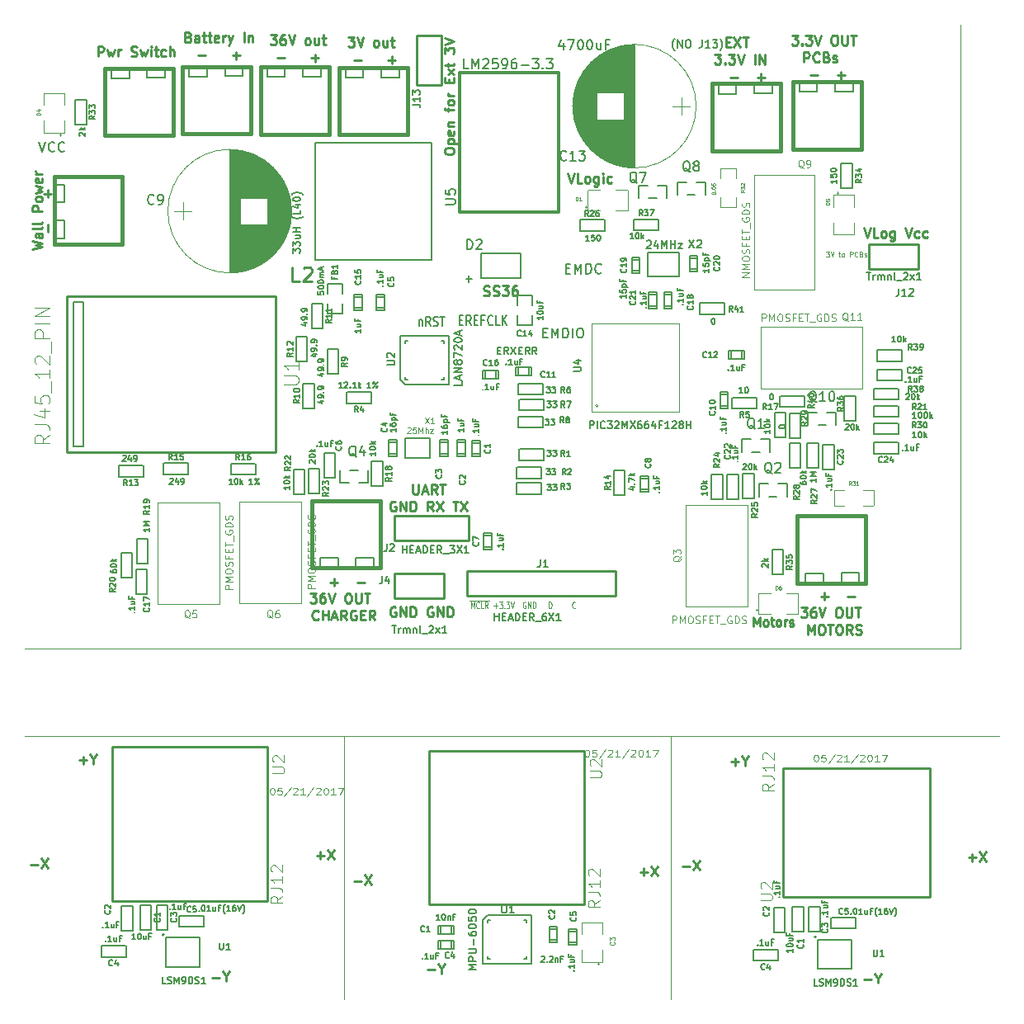
<source format=gto>
G04 #@! TF.FileFunction,Legend,Top*
%FSLAX46Y46*%
G04 Gerber Fmt 4.6, Leading zero omitted, Abs format (unit mm)*
G04 Created by KiCad (PCBNEW 4.0.6-e0-6349~53~ubuntu16.04.1) date Sun May 21 20:45:15 2017*
%MOMM*%
%LPD*%
G01*
G04 APERTURE LIST*
%ADD10C,0.150000*%
%ADD11C,0.100000*%
%ADD12C,0.200000*%
%ADD13C,0.250000*%
%ADD14C,0.125000*%
%ADD15C,0.225000*%
%ADD16C,0.127000*%
%ADD17C,0.254000*%
%ADD18C,0.149860*%
%ADD19C,0.200660*%
%ADD20C,0.099060*%
%ADD21C,0.304800*%
%ADD22C,0.120000*%
%ADD23C,0.381000*%
%ADD24C,0.190500*%
%ADD25C,0.187500*%
%ADD26C,0.203200*%
%ADD27C,0.093980*%
%ADD28C,0.175000*%
%ADD29C,0.170000*%
G04 APERTURE END LIST*
D10*
D11*
X186000000Y-128000000D02*
X152250000Y-128000000D01*
X152250000Y-128000000D02*
X152250000Y-155000000D01*
X152250000Y-128000000D02*
X118750000Y-128000000D01*
X152250000Y-155000000D02*
X152250000Y-128000000D01*
X118750000Y-128000000D02*
X118750000Y-155000000D01*
X118750000Y-128000000D02*
X86000000Y-128000000D01*
X118750000Y-155000000D02*
X118750000Y-128000000D01*
X182000000Y-119000000D02*
X86000000Y-119000000D01*
X182000000Y-55000000D02*
X182000000Y-119000000D01*
D12*
X87466667Y-67052381D02*
X87800000Y-68052381D01*
X88133334Y-67052381D01*
X89038096Y-67957143D02*
X88990477Y-68004762D01*
X88847620Y-68052381D01*
X88752382Y-68052381D01*
X88609524Y-68004762D01*
X88514286Y-67909524D01*
X88466667Y-67814286D01*
X88419048Y-67623810D01*
X88419048Y-67480952D01*
X88466667Y-67290476D01*
X88514286Y-67195238D01*
X88609524Y-67100000D01*
X88752382Y-67052381D01*
X88847620Y-67052381D01*
X88990477Y-67100000D01*
X89038096Y-67147619D01*
X90038096Y-67957143D02*
X89990477Y-68004762D01*
X89847620Y-68052381D01*
X89752382Y-68052381D01*
X89609524Y-68004762D01*
X89514286Y-67909524D01*
X89466667Y-67814286D01*
X89419048Y-67623810D01*
X89419048Y-67480952D01*
X89466667Y-67290476D01*
X89514286Y-67195238D01*
X89609524Y-67100000D01*
X89752382Y-67052381D01*
X89847620Y-67052381D01*
X89990477Y-67100000D01*
X90038096Y-67147619D01*
D10*
X152676191Y-57666667D02*
X152638095Y-57628571D01*
X152561905Y-57514286D01*
X152523810Y-57438095D01*
X152485714Y-57323810D01*
X152447619Y-57133333D01*
X152447619Y-56980952D01*
X152485714Y-56790476D01*
X152523810Y-56676190D01*
X152561905Y-56600000D01*
X152638095Y-56485714D01*
X152676191Y-56447619D01*
X152980952Y-57361905D02*
X152980952Y-56561905D01*
X153438095Y-57361905D01*
X153438095Y-56561905D01*
X153971428Y-56561905D02*
X154123809Y-56561905D01*
X154200000Y-56600000D01*
X154276190Y-56676190D01*
X154314285Y-56828571D01*
X154314285Y-57095238D01*
X154276190Y-57247619D01*
X154200000Y-57323810D01*
X154123809Y-57361905D01*
X153971428Y-57361905D01*
X153895238Y-57323810D01*
X153819047Y-57247619D01*
X153780952Y-57095238D01*
X153780952Y-56828571D01*
X153819047Y-56676190D01*
X153895238Y-56600000D01*
X153971428Y-56561905D01*
X155495238Y-56561905D02*
X155495238Y-57133333D01*
X155457142Y-57247619D01*
X155380952Y-57323810D01*
X155266666Y-57361905D01*
X155190476Y-57361905D01*
X156295238Y-57361905D02*
X155838095Y-57361905D01*
X156066666Y-57361905D02*
X156066666Y-56561905D01*
X155990476Y-56676190D01*
X155914285Y-56752381D01*
X155838095Y-56790476D01*
X156561905Y-56561905D02*
X157057143Y-56561905D01*
X156790476Y-56866667D01*
X156904762Y-56866667D01*
X156980952Y-56904762D01*
X157019048Y-56942857D01*
X157057143Y-57019048D01*
X157057143Y-57209524D01*
X157019048Y-57285714D01*
X156980952Y-57323810D01*
X156904762Y-57361905D01*
X156676190Y-57361905D01*
X156600000Y-57323810D01*
X156561905Y-57285714D01*
X157323810Y-57666667D02*
X157361905Y-57628571D01*
X157438095Y-57514286D01*
X157476191Y-57438095D01*
X157514286Y-57323810D01*
X157552381Y-57133333D01*
X157552381Y-56980952D01*
X157514286Y-56790476D01*
X157476191Y-56676190D01*
X157438095Y-56600000D01*
X157361905Y-56485714D01*
X157323810Y-56447619D01*
D13*
X172090476Y-75852381D02*
X172423809Y-76852381D01*
X172757143Y-75852381D01*
X173566667Y-76852381D02*
X173090476Y-76852381D01*
X173090476Y-75852381D01*
X174042857Y-76852381D02*
X173947619Y-76804762D01*
X173900000Y-76757143D01*
X173852381Y-76661905D01*
X173852381Y-76376190D01*
X173900000Y-76280952D01*
X173947619Y-76233333D01*
X174042857Y-76185714D01*
X174185715Y-76185714D01*
X174280953Y-76233333D01*
X174328572Y-76280952D01*
X174376191Y-76376190D01*
X174376191Y-76661905D01*
X174328572Y-76757143D01*
X174280953Y-76804762D01*
X174185715Y-76852381D01*
X174042857Y-76852381D01*
X175233334Y-76185714D02*
X175233334Y-76995238D01*
X175185715Y-77090476D01*
X175138096Y-77138095D01*
X175042857Y-77185714D01*
X174900000Y-77185714D01*
X174804762Y-77138095D01*
X175233334Y-76804762D02*
X175138096Y-76852381D01*
X174947619Y-76852381D01*
X174852381Y-76804762D01*
X174804762Y-76757143D01*
X174757143Y-76661905D01*
X174757143Y-76376190D01*
X174804762Y-76280952D01*
X174852381Y-76233333D01*
X174947619Y-76185714D01*
X175138096Y-76185714D01*
X175233334Y-76233333D01*
X176328572Y-75852381D02*
X176661905Y-76852381D01*
X176995239Y-75852381D01*
X177757144Y-76804762D02*
X177661906Y-76852381D01*
X177471429Y-76852381D01*
X177376191Y-76804762D01*
X177328572Y-76757143D01*
X177280953Y-76661905D01*
X177280953Y-76376190D01*
X177328572Y-76280952D01*
X177376191Y-76233333D01*
X177471429Y-76185714D01*
X177661906Y-76185714D01*
X177757144Y-76233333D01*
X178614287Y-76804762D02*
X178519049Y-76852381D01*
X178328572Y-76852381D01*
X178233334Y-76804762D01*
X178185715Y-76757143D01*
X178138096Y-76661905D01*
X178138096Y-76376190D01*
X178185715Y-76280952D01*
X178233334Y-76233333D01*
X178328572Y-76185714D01*
X178519049Y-76185714D01*
X178614287Y-76233333D01*
D12*
X126442857Y-85285714D02*
X126442857Y-85952381D01*
X126442857Y-85380952D02*
X126480952Y-85333333D01*
X126557143Y-85285714D01*
X126671429Y-85285714D01*
X126747619Y-85333333D01*
X126785714Y-85428571D01*
X126785714Y-85952381D01*
X127623810Y-85952381D02*
X127357143Y-85476190D01*
X127166667Y-85952381D02*
X127166667Y-84952381D01*
X127471429Y-84952381D01*
X127547620Y-85000000D01*
X127585715Y-85047619D01*
X127623810Y-85142857D01*
X127623810Y-85285714D01*
X127585715Y-85380952D01*
X127547620Y-85428571D01*
X127471429Y-85476190D01*
X127166667Y-85476190D01*
X127928572Y-85904762D02*
X128042858Y-85952381D01*
X128233334Y-85952381D01*
X128309524Y-85904762D01*
X128347620Y-85857143D01*
X128385715Y-85761905D01*
X128385715Y-85666667D01*
X128347620Y-85571429D01*
X128309524Y-85523810D01*
X128233334Y-85476190D01*
X128080953Y-85428571D01*
X128004762Y-85380952D01*
X127966667Y-85333333D01*
X127928572Y-85238095D01*
X127928572Y-85142857D01*
X127966667Y-85047619D01*
X128004762Y-85000000D01*
X128080953Y-84952381D01*
X128271429Y-84952381D01*
X128385715Y-85000000D01*
X128614286Y-84952381D02*
X129071429Y-84952381D01*
X128842858Y-85952381D02*
X128842858Y-84952381D01*
X130600000Y-85328571D02*
X130866667Y-85328571D01*
X130980953Y-85852381D02*
X130600000Y-85852381D01*
X130600000Y-84852381D01*
X130980953Y-84852381D01*
X131780953Y-85852381D02*
X131514286Y-85376190D01*
X131323810Y-85852381D02*
X131323810Y-84852381D01*
X131628572Y-84852381D01*
X131704763Y-84900000D01*
X131742858Y-84947619D01*
X131780953Y-85042857D01*
X131780953Y-85185714D01*
X131742858Y-85280952D01*
X131704763Y-85328571D01*
X131628572Y-85376190D01*
X131323810Y-85376190D01*
X132123810Y-85328571D02*
X132390477Y-85328571D01*
X132504763Y-85852381D02*
X132123810Y-85852381D01*
X132123810Y-84852381D01*
X132504763Y-84852381D01*
X133114287Y-85328571D02*
X132847620Y-85328571D01*
X132847620Y-85852381D02*
X132847620Y-84852381D01*
X133228573Y-84852381D01*
X133990477Y-85757143D02*
X133952382Y-85804762D01*
X133838096Y-85852381D01*
X133761906Y-85852381D01*
X133647620Y-85804762D01*
X133571429Y-85709524D01*
X133533334Y-85614286D01*
X133495239Y-85423810D01*
X133495239Y-85280952D01*
X133533334Y-85090476D01*
X133571429Y-84995238D01*
X133647620Y-84900000D01*
X133761906Y-84852381D01*
X133838096Y-84852381D01*
X133952382Y-84900000D01*
X133990477Y-84947619D01*
X134714287Y-85852381D02*
X134333334Y-85852381D01*
X134333334Y-84852381D01*
X134980953Y-85852381D02*
X134980953Y-84852381D01*
X135438096Y-85852381D02*
X135095239Y-85280952D01*
X135438096Y-84852381D02*
X134980953Y-85423810D01*
X141514286Y-80028571D02*
X141847620Y-80028571D01*
X141990477Y-80552381D02*
X141514286Y-80552381D01*
X141514286Y-79552381D01*
X141990477Y-79552381D01*
X142419048Y-80552381D02*
X142419048Y-79552381D01*
X142752382Y-80266667D01*
X143085715Y-79552381D01*
X143085715Y-80552381D01*
X143561905Y-80552381D02*
X143561905Y-79552381D01*
X143800000Y-79552381D01*
X143942858Y-79600000D01*
X144038096Y-79695238D01*
X144085715Y-79790476D01*
X144133334Y-79980952D01*
X144133334Y-80123810D01*
X144085715Y-80314286D01*
X144038096Y-80409524D01*
X143942858Y-80504762D01*
X143800000Y-80552381D01*
X143561905Y-80552381D01*
X145133334Y-80457143D02*
X145085715Y-80504762D01*
X144942858Y-80552381D01*
X144847620Y-80552381D01*
X144704762Y-80504762D01*
X144609524Y-80409524D01*
X144561905Y-80314286D01*
X144514286Y-80123810D01*
X144514286Y-79980952D01*
X144561905Y-79790476D01*
X144609524Y-79695238D01*
X144704762Y-79600000D01*
X144847620Y-79552381D01*
X144942858Y-79552381D01*
X145085715Y-79600000D01*
X145133334Y-79647619D01*
X139152381Y-86628571D02*
X139485715Y-86628571D01*
X139628572Y-87152381D02*
X139152381Y-87152381D01*
X139152381Y-86152381D01*
X139628572Y-86152381D01*
X140057143Y-87152381D02*
X140057143Y-86152381D01*
X140390477Y-86866667D01*
X140723810Y-86152381D01*
X140723810Y-87152381D01*
X141200000Y-87152381D02*
X141200000Y-86152381D01*
X141438095Y-86152381D01*
X141580953Y-86200000D01*
X141676191Y-86295238D01*
X141723810Y-86390476D01*
X141771429Y-86580952D01*
X141771429Y-86723810D01*
X141723810Y-86914286D01*
X141676191Y-87009524D01*
X141580953Y-87104762D01*
X141438095Y-87152381D01*
X141200000Y-87152381D01*
X142200000Y-87152381D02*
X142200000Y-86152381D01*
X142866666Y-86152381D02*
X143057143Y-86152381D01*
X143152381Y-86200000D01*
X143247619Y-86295238D01*
X143295238Y-86485714D01*
X143295238Y-86819048D01*
X143247619Y-87009524D01*
X143152381Y-87104762D01*
X143057143Y-87152381D01*
X142866666Y-87152381D01*
X142771428Y-87104762D01*
X142676190Y-87009524D01*
X142628571Y-86819048D01*
X142628571Y-86485714D01*
X142676190Y-86295238D01*
X142771428Y-86200000D01*
X142866666Y-86152381D01*
D13*
X125804762Y-102177381D02*
X125804762Y-102986905D01*
X125852381Y-103082143D01*
X125900000Y-103129762D01*
X125995238Y-103177381D01*
X126185715Y-103177381D01*
X126280953Y-103129762D01*
X126328572Y-103082143D01*
X126376191Y-102986905D01*
X126376191Y-102177381D01*
X126804762Y-102891667D02*
X127280953Y-102891667D01*
X126709524Y-103177381D02*
X127042857Y-102177381D01*
X127376191Y-103177381D01*
X128280953Y-103177381D02*
X127947619Y-102701190D01*
X127709524Y-103177381D02*
X127709524Y-102177381D01*
X128090477Y-102177381D01*
X128185715Y-102225000D01*
X128233334Y-102272619D01*
X128280953Y-102367857D01*
X128280953Y-102510714D01*
X128233334Y-102605952D01*
X128185715Y-102653571D01*
X128090477Y-102701190D01*
X127709524Y-102701190D01*
X128566667Y-102177381D02*
X129138096Y-102177381D01*
X128852381Y-103177381D02*
X128852381Y-102177381D01*
X124042857Y-103975000D02*
X123947619Y-103927381D01*
X123804762Y-103927381D01*
X123661904Y-103975000D01*
X123566666Y-104070238D01*
X123519047Y-104165476D01*
X123471428Y-104355952D01*
X123471428Y-104498810D01*
X123519047Y-104689286D01*
X123566666Y-104784524D01*
X123661904Y-104879762D01*
X123804762Y-104927381D01*
X123900000Y-104927381D01*
X124042857Y-104879762D01*
X124090476Y-104832143D01*
X124090476Y-104498810D01*
X123900000Y-104498810D01*
X124519047Y-104927381D02*
X124519047Y-103927381D01*
X125090476Y-104927381D01*
X125090476Y-103927381D01*
X125566666Y-104927381D02*
X125566666Y-103927381D01*
X125804761Y-103927381D01*
X125947619Y-103975000D01*
X126042857Y-104070238D01*
X126090476Y-104165476D01*
X126138095Y-104355952D01*
X126138095Y-104498810D01*
X126090476Y-104689286D01*
X126042857Y-104784524D01*
X125947619Y-104879762D01*
X125804761Y-104927381D01*
X125566666Y-104927381D01*
X127900000Y-104927381D02*
X127566666Y-104451190D01*
X127328571Y-104927381D02*
X127328571Y-103927381D01*
X127709524Y-103927381D01*
X127804762Y-103975000D01*
X127852381Y-104022619D01*
X127900000Y-104117857D01*
X127900000Y-104260714D01*
X127852381Y-104355952D01*
X127804762Y-104403571D01*
X127709524Y-104451190D01*
X127328571Y-104451190D01*
X128233333Y-103927381D02*
X128900000Y-104927381D01*
X128900000Y-103927381D02*
X128233333Y-104927381D01*
X129900000Y-103927381D02*
X130471429Y-103927381D01*
X130185714Y-104927381D02*
X130185714Y-103927381D01*
X130709524Y-103927381D02*
X131376191Y-104927381D01*
X131376191Y-103927381D02*
X130709524Y-104927381D01*
X124033334Y-114800000D02*
X123938096Y-114752381D01*
X123795239Y-114752381D01*
X123652381Y-114800000D01*
X123557143Y-114895238D01*
X123509524Y-114990476D01*
X123461905Y-115180952D01*
X123461905Y-115323810D01*
X123509524Y-115514286D01*
X123557143Y-115609524D01*
X123652381Y-115704762D01*
X123795239Y-115752381D01*
X123890477Y-115752381D01*
X124033334Y-115704762D01*
X124080953Y-115657143D01*
X124080953Y-115323810D01*
X123890477Y-115323810D01*
X124509524Y-115752381D02*
X124509524Y-114752381D01*
X125080953Y-115752381D01*
X125080953Y-114752381D01*
X125557143Y-115752381D02*
X125557143Y-114752381D01*
X125795238Y-114752381D01*
X125938096Y-114800000D01*
X126033334Y-114895238D01*
X126080953Y-114990476D01*
X126128572Y-115180952D01*
X126128572Y-115323810D01*
X126080953Y-115514286D01*
X126033334Y-115609524D01*
X125938096Y-115704762D01*
X125795238Y-115752381D01*
X125557143Y-115752381D01*
X127842858Y-114800000D02*
X127747620Y-114752381D01*
X127604763Y-114752381D01*
X127461905Y-114800000D01*
X127366667Y-114895238D01*
X127319048Y-114990476D01*
X127271429Y-115180952D01*
X127271429Y-115323810D01*
X127319048Y-115514286D01*
X127366667Y-115609524D01*
X127461905Y-115704762D01*
X127604763Y-115752381D01*
X127700001Y-115752381D01*
X127842858Y-115704762D01*
X127890477Y-115657143D01*
X127890477Y-115323810D01*
X127700001Y-115323810D01*
X128319048Y-115752381D02*
X128319048Y-114752381D01*
X128890477Y-115752381D01*
X128890477Y-114752381D01*
X129366667Y-115752381D02*
X129366667Y-114752381D01*
X129604762Y-114752381D01*
X129747620Y-114800000D01*
X129842858Y-114895238D01*
X129890477Y-114990476D01*
X129938096Y-115180952D01*
X129938096Y-115323810D01*
X129890477Y-115514286D01*
X129842858Y-115609524D01*
X129747620Y-115704762D01*
X129604762Y-115752381D01*
X129366667Y-115752381D01*
X129052381Y-68066668D02*
X129052381Y-67876191D01*
X129100000Y-67780953D01*
X129195238Y-67685715D01*
X129385714Y-67638096D01*
X129719048Y-67638096D01*
X129909524Y-67685715D01*
X130004762Y-67780953D01*
X130052381Y-67876191D01*
X130052381Y-68066668D01*
X130004762Y-68161906D01*
X129909524Y-68257144D01*
X129719048Y-68304763D01*
X129385714Y-68304763D01*
X129195238Y-68257144D01*
X129100000Y-68161906D01*
X129052381Y-68066668D01*
X129385714Y-67209525D02*
X130385714Y-67209525D01*
X129433333Y-67209525D02*
X129385714Y-67114287D01*
X129385714Y-66923810D01*
X129433333Y-66828572D01*
X129480952Y-66780953D01*
X129576190Y-66733334D01*
X129861905Y-66733334D01*
X129957143Y-66780953D01*
X130004762Y-66828572D01*
X130052381Y-66923810D01*
X130052381Y-67114287D01*
X130004762Y-67209525D01*
X130004762Y-65923810D02*
X130052381Y-66019048D01*
X130052381Y-66209525D01*
X130004762Y-66304763D01*
X129909524Y-66352382D01*
X129528571Y-66352382D01*
X129433333Y-66304763D01*
X129385714Y-66209525D01*
X129385714Y-66019048D01*
X129433333Y-65923810D01*
X129528571Y-65876191D01*
X129623810Y-65876191D01*
X129719048Y-66352382D01*
X129385714Y-65447620D02*
X130052381Y-65447620D01*
X129480952Y-65447620D02*
X129433333Y-65400001D01*
X129385714Y-65304763D01*
X129385714Y-65161905D01*
X129433333Y-65066667D01*
X129528571Y-65019048D01*
X130052381Y-65019048D01*
X129385714Y-63923810D02*
X129385714Y-63542858D01*
X130052381Y-63780953D02*
X129195238Y-63780953D01*
X129100000Y-63733334D01*
X129052381Y-63638096D01*
X129052381Y-63542858D01*
X130052381Y-63066667D02*
X130004762Y-63161905D01*
X129957143Y-63209524D01*
X129861905Y-63257143D01*
X129576190Y-63257143D01*
X129480952Y-63209524D01*
X129433333Y-63161905D01*
X129385714Y-63066667D01*
X129385714Y-62923809D01*
X129433333Y-62828571D01*
X129480952Y-62780952D01*
X129576190Y-62733333D01*
X129861905Y-62733333D01*
X129957143Y-62780952D01*
X130004762Y-62828571D01*
X130052381Y-62923809D01*
X130052381Y-63066667D01*
X130052381Y-62304762D02*
X129385714Y-62304762D01*
X129576190Y-62304762D02*
X129480952Y-62257143D01*
X129433333Y-62209524D01*
X129385714Y-62114286D01*
X129385714Y-62019047D01*
X129528571Y-60923809D02*
X129528571Y-60590475D01*
X130052381Y-60447618D02*
X130052381Y-60923809D01*
X129052381Y-60923809D01*
X129052381Y-60447618D01*
X130052381Y-60114285D02*
X129385714Y-59590475D01*
X129385714Y-60114285D02*
X130052381Y-59590475D01*
X129385714Y-59352380D02*
X129385714Y-58971428D01*
X129052381Y-59209523D02*
X129909524Y-59209523D01*
X130004762Y-59161904D01*
X130052381Y-59066666D01*
X130052381Y-58971428D01*
X129052381Y-57971427D02*
X129052381Y-57352379D01*
X129433333Y-57685713D01*
X129433333Y-57542855D01*
X129480952Y-57447617D01*
X129528571Y-57399998D01*
X129623810Y-57352379D01*
X129861905Y-57352379D01*
X129957143Y-57399998D01*
X130004762Y-57447617D01*
X130052381Y-57542855D01*
X130052381Y-57828570D01*
X130004762Y-57923808D01*
X129957143Y-57971427D01*
X129052381Y-57066665D02*
X130052381Y-56733332D01*
X129052381Y-56399998D01*
X88351429Y-76242857D02*
X88351429Y-75480952D01*
X88351429Y-72719047D02*
X88351429Y-71957142D01*
X88732381Y-72338094D02*
X87970476Y-72338094D01*
X117319048Y-112221429D02*
X118080953Y-112221429D01*
X117700001Y-112602381D02*
X117700001Y-111840476D01*
X120080953Y-112221429D02*
X120842858Y-112221429D01*
X115271428Y-113352381D02*
X115890476Y-113352381D01*
X115557142Y-113733333D01*
X115700000Y-113733333D01*
X115795238Y-113780952D01*
X115842857Y-113828571D01*
X115890476Y-113923810D01*
X115890476Y-114161905D01*
X115842857Y-114257143D01*
X115795238Y-114304762D01*
X115700000Y-114352381D01*
X115414285Y-114352381D01*
X115319047Y-114304762D01*
X115271428Y-114257143D01*
X116747619Y-113352381D02*
X116557142Y-113352381D01*
X116461904Y-113400000D01*
X116414285Y-113447619D01*
X116319047Y-113590476D01*
X116271428Y-113780952D01*
X116271428Y-114161905D01*
X116319047Y-114257143D01*
X116366666Y-114304762D01*
X116461904Y-114352381D01*
X116652381Y-114352381D01*
X116747619Y-114304762D01*
X116795238Y-114257143D01*
X116842857Y-114161905D01*
X116842857Y-113923810D01*
X116795238Y-113828571D01*
X116747619Y-113780952D01*
X116652381Y-113733333D01*
X116461904Y-113733333D01*
X116366666Y-113780952D01*
X116319047Y-113828571D01*
X116271428Y-113923810D01*
X117128571Y-113352381D02*
X117461904Y-114352381D01*
X117795238Y-113352381D01*
X119080952Y-113352381D02*
X119271429Y-113352381D01*
X119366667Y-113400000D01*
X119461905Y-113495238D01*
X119509524Y-113685714D01*
X119509524Y-114019048D01*
X119461905Y-114209524D01*
X119366667Y-114304762D01*
X119271429Y-114352381D01*
X119080952Y-114352381D01*
X118985714Y-114304762D01*
X118890476Y-114209524D01*
X118842857Y-114019048D01*
X118842857Y-113685714D01*
X118890476Y-113495238D01*
X118985714Y-113400000D01*
X119080952Y-113352381D01*
X119938095Y-113352381D02*
X119938095Y-114161905D01*
X119985714Y-114257143D01*
X120033333Y-114304762D01*
X120128571Y-114352381D01*
X120319048Y-114352381D01*
X120414286Y-114304762D01*
X120461905Y-114257143D01*
X120509524Y-114161905D01*
X120509524Y-113352381D01*
X120842857Y-113352381D02*
X121414286Y-113352381D01*
X121128571Y-114352381D02*
X121128571Y-113352381D01*
X116104762Y-116007143D02*
X116057143Y-116054762D01*
X115914286Y-116102381D01*
X115819048Y-116102381D01*
X115676190Y-116054762D01*
X115580952Y-115959524D01*
X115533333Y-115864286D01*
X115485714Y-115673810D01*
X115485714Y-115530952D01*
X115533333Y-115340476D01*
X115580952Y-115245238D01*
X115676190Y-115150000D01*
X115819048Y-115102381D01*
X115914286Y-115102381D01*
X116057143Y-115150000D01*
X116104762Y-115197619D01*
X116533333Y-116102381D02*
X116533333Y-115102381D01*
X116533333Y-115578571D02*
X117104762Y-115578571D01*
X117104762Y-116102381D02*
X117104762Y-115102381D01*
X117533333Y-115816667D02*
X118009524Y-115816667D01*
X117438095Y-116102381D02*
X117771428Y-115102381D01*
X118104762Y-116102381D01*
X119009524Y-116102381D02*
X118676190Y-115626190D01*
X118438095Y-116102381D02*
X118438095Y-115102381D01*
X118819048Y-115102381D01*
X118914286Y-115150000D01*
X118961905Y-115197619D01*
X119009524Y-115292857D01*
X119009524Y-115435714D01*
X118961905Y-115530952D01*
X118914286Y-115578571D01*
X118819048Y-115626190D01*
X118438095Y-115626190D01*
X119961905Y-115150000D02*
X119866667Y-115102381D01*
X119723810Y-115102381D01*
X119580952Y-115150000D01*
X119485714Y-115245238D01*
X119438095Y-115340476D01*
X119390476Y-115530952D01*
X119390476Y-115673810D01*
X119438095Y-115864286D01*
X119485714Y-115959524D01*
X119580952Y-116054762D01*
X119723810Y-116102381D01*
X119819048Y-116102381D01*
X119961905Y-116054762D01*
X120009524Y-116007143D01*
X120009524Y-115673810D01*
X119819048Y-115673810D01*
X120438095Y-115578571D02*
X120771429Y-115578571D01*
X120914286Y-116102381D02*
X120438095Y-116102381D01*
X120438095Y-115102381D01*
X120914286Y-115102381D01*
X121914286Y-116102381D02*
X121580952Y-115626190D01*
X121342857Y-116102381D02*
X121342857Y-115102381D01*
X121723810Y-115102381D01*
X121819048Y-115150000D01*
X121866667Y-115197619D01*
X121914286Y-115292857D01*
X121914286Y-115435714D01*
X121866667Y-115530952D01*
X121819048Y-115578571D01*
X121723810Y-115626190D01*
X121342857Y-115626190D01*
X157947619Y-56778571D02*
X158280953Y-56778571D01*
X158423810Y-57302381D02*
X157947619Y-57302381D01*
X157947619Y-56302381D01*
X158423810Y-56302381D01*
X158757143Y-56302381D02*
X159423810Y-57302381D01*
X159423810Y-56302381D02*
X158757143Y-57302381D01*
X159661905Y-56302381D02*
X160233334Y-56302381D01*
X159947619Y-57302381D02*
X159947619Y-56302381D01*
X156780953Y-58052381D02*
X157400001Y-58052381D01*
X157066667Y-58433333D01*
X157209525Y-58433333D01*
X157304763Y-58480952D01*
X157352382Y-58528571D01*
X157400001Y-58623810D01*
X157400001Y-58861905D01*
X157352382Y-58957143D01*
X157304763Y-59004762D01*
X157209525Y-59052381D01*
X156923810Y-59052381D01*
X156828572Y-59004762D01*
X156780953Y-58957143D01*
X157828572Y-58957143D02*
X157876191Y-59004762D01*
X157828572Y-59052381D01*
X157780953Y-59004762D01*
X157828572Y-58957143D01*
X157828572Y-59052381D01*
X158209524Y-58052381D02*
X158828572Y-58052381D01*
X158495238Y-58433333D01*
X158638096Y-58433333D01*
X158733334Y-58480952D01*
X158780953Y-58528571D01*
X158828572Y-58623810D01*
X158828572Y-58861905D01*
X158780953Y-58957143D01*
X158733334Y-59004762D01*
X158638096Y-59052381D01*
X158352381Y-59052381D01*
X158257143Y-59004762D01*
X158209524Y-58957143D01*
X159114286Y-58052381D02*
X159447619Y-59052381D01*
X159780953Y-58052381D01*
X160876191Y-59052381D02*
X160876191Y-58052381D01*
X161352381Y-59052381D02*
X161352381Y-58052381D01*
X161923810Y-59052381D01*
X161923810Y-58052381D01*
X158400000Y-60421429D02*
X159161905Y-60421429D01*
X161161905Y-60421429D02*
X161923810Y-60421429D01*
X161542858Y-60802381D02*
X161542858Y-60040476D01*
X86782381Y-78070001D02*
X87782381Y-77831906D01*
X87068095Y-77641429D01*
X87782381Y-77450953D01*
X86782381Y-77212858D01*
X87782381Y-76403334D02*
X87258571Y-76403334D01*
X87163333Y-76450953D01*
X87115714Y-76546191D01*
X87115714Y-76736668D01*
X87163333Y-76831906D01*
X87734762Y-76403334D02*
X87782381Y-76498572D01*
X87782381Y-76736668D01*
X87734762Y-76831906D01*
X87639524Y-76879525D01*
X87544286Y-76879525D01*
X87449048Y-76831906D01*
X87401429Y-76736668D01*
X87401429Y-76498572D01*
X87353810Y-76403334D01*
X87782381Y-75784287D02*
X87734762Y-75879525D01*
X87639524Y-75927144D01*
X86782381Y-75927144D01*
X87782381Y-75260477D02*
X87734762Y-75355715D01*
X87639524Y-75403334D01*
X86782381Y-75403334D01*
X87782381Y-74117619D02*
X86782381Y-74117619D01*
X86782381Y-73736666D01*
X86830000Y-73641428D01*
X86877619Y-73593809D01*
X86972857Y-73546190D01*
X87115714Y-73546190D01*
X87210952Y-73593809D01*
X87258571Y-73641428D01*
X87306190Y-73736666D01*
X87306190Y-74117619D01*
X87782381Y-72974762D02*
X87734762Y-73070000D01*
X87687143Y-73117619D01*
X87591905Y-73165238D01*
X87306190Y-73165238D01*
X87210952Y-73117619D01*
X87163333Y-73070000D01*
X87115714Y-72974762D01*
X87115714Y-72831904D01*
X87163333Y-72736666D01*
X87210952Y-72689047D01*
X87306190Y-72641428D01*
X87591905Y-72641428D01*
X87687143Y-72689047D01*
X87734762Y-72736666D01*
X87782381Y-72831904D01*
X87782381Y-72974762D01*
X87115714Y-72308095D02*
X87782381Y-72117619D01*
X87306190Y-71927142D01*
X87782381Y-71736666D01*
X87115714Y-71546190D01*
X87734762Y-70784285D02*
X87782381Y-70879523D01*
X87782381Y-71070000D01*
X87734762Y-71165238D01*
X87639524Y-71212857D01*
X87258571Y-71212857D01*
X87163333Y-71165238D01*
X87115714Y-71070000D01*
X87115714Y-70879523D01*
X87163333Y-70784285D01*
X87258571Y-70736666D01*
X87353810Y-70736666D01*
X87449048Y-71212857D01*
X87782381Y-70308095D02*
X87115714Y-70308095D01*
X87306190Y-70308095D02*
X87210952Y-70260476D01*
X87163333Y-70212857D01*
X87115714Y-70117619D01*
X87115714Y-70022380D01*
X141690476Y-70252381D02*
X142023809Y-71252381D01*
X142357143Y-70252381D01*
X143166667Y-71252381D02*
X142690476Y-71252381D01*
X142690476Y-70252381D01*
X143642857Y-71252381D02*
X143547619Y-71204762D01*
X143500000Y-71157143D01*
X143452381Y-71061905D01*
X143452381Y-70776190D01*
X143500000Y-70680952D01*
X143547619Y-70633333D01*
X143642857Y-70585714D01*
X143785715Y-70585714D01*
X143880953Y-70633333D01*
X143928572Y-70680952D01*
X143976191Y-70776190D01*
X143976191Y-71061905D01*
X143928572Y-71157143D01*
X143880953Y-71204762D01*
X143785715Y-71252381D01*
X143642857Y-71252381D01*
X144833334Y-70585714D02*
X144833334Y-71395238D01*
X144785715Y-71490476D01*
X144738096Y-71538095D01*
X144642857Y-71585714D01*
X144500000Y-71585714D01*
X144404762Y-71538095D01*
X144833334Y-71204762D02*
X144738096Y-71252381D01*
X144547619Y-71252381D01*
X144452381Y-71204762D01*
X144404762Y-71157143D01*
X144357143Y-71061905D01*
X144357143Y-70776190D01*
X144404762Y-70680952D01*
X144452381Y-70633333D01*
X144547619Y-70585714D01*
X144738096Y-70585714D01*
X144833334Y-70633333D01*
X145309524Y-71252381D02*
X145309524Y-70585714D01*
X145309524Y-70252381D02*
X145261905Y-70300000D01*
X145309524Y-70347619D01*
X145357143Y-70300000D01*
X145309524Y-70252381D01*
X145309524Y-70347619D01*
X146214286Y-71204762D02*
X146119048Y-71252381D01*
X145928571Y-71252381D01*
X145833333Y-71204762D01*
X145785714Y-71157143D01*
X145738095Y-71061905D01*
X145738095Y-70776190D01*
X145785714Y-70680952D01*
X145833333Y-70633333D01*
X145928571Y-70585714D01*
X146119048Y-70585714D01*
X146214286Y-70633333D01*
D14*
X168216668Y-78326190D02*
X168526191Y-78326190D01*
X168359525Y-78516667D01*
X168430953Y-78516667D01*
X168478572Y-78540476D01*
X168502382Y-78564286D01*
X168526191Y-78611905D01*
X168526191Y-78730952D01*
X168502382Y-78778571D01*
X168478572Y-78802381D01*
X168430953Y-78826190D01*
X168288096Y-78826190D01*
X168240477Y-78802381D01*
X168216668Y-78778571D01*
X168669048Y-78326190D02*
X168835715Y-78826190D01*
X169002381Y-78326190D01*
X169478571Y-78492857D02*
X169669047Y-78492857D01*
X169550000Y-78326190D02*
X169550000Y-78754762D01*
X169573809Y-78802381D01*
X169621428Y-78826190D01*
X169669047Y-78826190D01*
X169907142Y-78826190D02*
X169859523Y-78802381D01*
X169835714Y-78778571D01*
X169811904Y-78730952D01*
X169811904Y-78588095D01*
X169835714Y-78540476D01*
X169859523Y-78516667D01*
X169907142Y-78492857D01*
X169978571Y-78492857D01*
X170026190Y-78516667D01*
X170049999Y-78540476D01*
X170073809Y-78588095D01*
X170073809Y-78730952D01*
X170049999Y-78778571D01*
X170026190Y-78802381D01*
X169978571Y-78826190D01*
X169907142Y-78826190D01*
X170669047Y-78826190D02*
X170669047Y-78326190D01*
X170859523Y-78326190D01*
X170907142Y-78350000D01*
X170930951Y-78373810D01*
X170954761Y-78421429D01*
X170954761Y-78492857D01*
X170930951Y-78540476D01*
X170907142Y-78564286D01*
X170859523Y-78588095D01*
X170669047Y-78588095D01*
X171454761Y-78778571D02*
X171430951Y-78802381D01*
X171359523Y-78826190D01*
X171311904Y-78826190D01*
X171240475Y-78802381D01*
X171192856Y-78754762D01*
X171169047Y-78707143D01*
X171145237Y-78611905D01*
X171145237Y-78540476D01*
X171169047Y-78445238D01*
X171192856Y-78397619D01*
X171240475Y-78350000D01*
X171311904Y-78326190D01*
X171359523Y-78326190D01*
X171430951Y-78350000D01*
X171454761Y-78373810D01*
X171835713Y-78564286D02*
X171907142Y-78588095D01*
X171930951Y-78611905D01*
X171954761Y-78659524D01*
X171954761Y-78730952D01*
X171930951Y-78778571D01*
X171907142Y-78802381D01*
X171859523Y-78826190D01*
X171669047Y-78826190D01*
X171669047Y-78326190D01*
X171835713Y-78326190D01*
X171883332Y-78350000D01*
X171907142Y-78373810D01*
X171930951Y-78421429D01*
X171930951Y-78469048D01*
X171907142Y-78516667D01*
X171883332Y-78540476D01*
X171835713Y-78564286D01*
X171669047Y-78564286D01*
X172145237Y-78802381D02*
X172192856Y-78826190D01*
X172288094Y-78826190D01*
X172335713Y-78802381D01*
X172359523Y-78754762D01*
X172359523Y-78730952D01*
X172335713Y-78683333D01*
X172288094Y-78659524D01*
X172216666Y-78659524D01*
X172169047Y-78635714D01*
X172145237Y-78588095D01*
X172145237Y-78564286D01*
X172169047Y-78516667D01*
X172216666Y-78492857D01*
X172288094Y-78492857D01*
X172335713Y-78516667D01*
D15*
X160785715Y-116707143D02*
X160785715Y-115807143D01*
X161085715Y-116450000D01*
X161385715Y-115807143D01*
X161385715Y-116707143D01*
X161942857Y-116707143D02*
X161857143Y-116664286D01*
X161814286Y-116621429D01*
X161771429Y-116535714D01*
X161771429Y-116278571D01*
X161814286Y-116192857D01*
X161857143Y-116150000D01*
X161942857Y-116107143D01*
X162071429Y-116107143D01*
X162157143Y-116150000D01*
X162200000Y-116192857D01*
X162242857Y-116278571D01*
X162242857Y-116535714D01*
X162200000Y-116621429D01*
X162157143Y-116664286D01*
X162071429Y-116707143D01*
X161942857Y-116707143D01*
X162500000Y-116107143D02*
X162842857Y-116107143D01*
X162628572Y-115807143D02*
X162628572Y-116578571D01*
X162671429Y-116664286D01*
X162757143Y-116707143D01*
X162842857Y-116707143D01*
X163271429Y-116707143D02*
X163185715Y-116664286D01*
X163142858Y-116621429D01*
X163100001Y-116535714D01*
X163100001Y-116278571D01*
X163142858Y-116192857D01*
X163185715Y-116150000D01*
X163271429Y-116107143D01*
X163400001Y-116107143D01*
X163485715Y-116150000D01*
X163528572Y-116192857D01*
X163571429Y-116278571D01*
X163571429Y-116535714D01*
X163528572Y-116621429D01*
X163485715Y-116664286D01*
X163400001Y-116707143D01*
X163271429Y-116707143D01*
X163957144Y-116707143D02*
X163957144Y-116107143D01*
X163957144Y-116278571D02*
X164000001Y-116192857D01*
X164042858Y-116150000D01*
X164128572Y-116107143D01*
X164214287Y-116107143D01*
X164471430Y-116664286D02*
X164557144Y-116707143D01*
X164728572Y-116707143D01*
X164814287Y-116664286D01*
X164857144Y-116578571D01*
X164857144Y-116535714D01*
X164814287Y-116450000D01*
X164728572Y-116407143D01*
X164600001Y-116407143D01*
X164514287Y-116364286D01*
X164471430Y-116278571D01*
X164471430Y-116235714D01*
X164514287Y-116150000D01*
X164600001Y-116107143D01*
X164728572Y-116107143D01*
X164814287Y-116150000D01*
D13*
X119166666Y-56277381D02*
X119785714Y-56277381D01*
X119452380Y-56658333D01*
X119595238Y-56658333D01*
X119690476Y-56705952D01*
X119738095Y-56753571D01*
X119785714Y-56848810D01*
X119785714Y-57086905D01*
X119738095Y-57182143D01*
X119690476Y-57229762D01*
X119595238Y-57277381D01*
X119309523Y-57277381D01*
X119214285Y-57229762D01*
X119166666Y-57182143D01*
X120071428Y-56277381D02*
X120404761Y-57277381D01*
X120738095Y-56277381D01*
X121976190Y-57277381D02*
X121880952Y-57229762D01*
X121833333Y-57182143D01*
X121785714Y-57086905D01*
X121785714Y-56801190D01*
X121833333Y-56705952D01*
X121880952Y-56658333D01*
X121976190Y-56610714D01*
X122119048Y-56610714D01*
X122214286Y-56658333D01*
X122261905Y-56705952D01*
X122309524Y-56801190D01*
X122309524Y-57086905D01*
X122261905Y-57182143D01*
X122214286Y-57229762D01*
X122119048Y-57277381D01*
X121976190Y-57277381D01*
X123166667Y-56610714D02*
X123166667Y-57277381D01*
X122738095Y-56610714D02*
X122738095Y-57134524D01*
X122785714Y-57229762D01*
X122880952Y-57277381D01*
X123023810Y-57277381D01*
X123119048Y-57229762D01*
X123166667Y-57182143D01*
X123500000Y-56610714D02*
X123880952Y-56610714D01*
X123642857Y-56277381D02*
X123642857Y-57134524D01*
X123690476Y-57229762D01*
X123785714Y-57277381D01*
X123880952Y-57277381D01*
X119738095Y-58646429D02*
X120500000Y-58646429D01*
X123261905Y-58646429D02*
X124023810Y-58646429D01*
X123642858Y-59027381D02*
X123642858Y-58265476D01*
X164695238Y-56102381D02*
X165314286Y-56102381D01*
X164980952Y-56483333D01*
X165123810Y-56483333D01*
X165219048Y-56530952D01*
X165266667Y-56578571D01*
X165314286Y-56673810D01*
X165314286Y-56911905D01*
X165266667Y-57007143D01*
X165219048Y-57054762D01*
X165123810Y-57102381D01*
X164838095Y-57102381D01*
X164742857Y-57054762D01*
X164695238Y-57007143D01*
X165742857Y-57007143D02*
X165790476Y-57054762D01*
X165742857Y-57102381D01*
X165695238Y-57054762D01*
X165742857Y-57007143D01*
X165742857Y-57102381D01*
X166123809Y-56102381D02*
X166742857Y-56102381D01*
X166409523Y-56483333D01*
X166552381Y-56483333D01*
X166647619Y-56530952D01*
X166695238Y-56578571D01*
X166742857Y-56673810D01*
X166742857Y-56911905D01*
X166695238Y-57007143D01*
X166647619Y-57054762D01*
X166552381Y-57102381D01*
X166266666Y-57102381D01*
X166171428Y-57054762D01*
X166123809Y-57007143D01*
X167028571Y-56102381D02*
X167361904Y-57102381D01*
X167695238Y-56102381D01*
X168980952Y-56102381D02*
X169171429Y-56102381D01*
X169266667Y-56150000D01*
X169361905Y-56245238D01*
X169409524Y-56435714D01*
X169409524Y-56769048D01*
X169361905Y-56959524D01*
X169266667Y-57054762D01*
X169171429Y-57102381D01*
X168980952Y-57102381D01*
X168885714Y-57054762D01*
X168790476Y-56959524D01*
X168742857Y-56769048D01*
X168742857Y-56435714D01*
X168790476Y-56245238D01*
X168885714Y-56150000D01*
X168980952Y-56102381D01*
X169838095Y-56102381D02*
X169838095Y-56911905D01*
X169885714Y-57007143D01*
X169933333Y-57054762D01*
X170028571Y-57102381D01*
X170219048Y-57102381D01*
X170314286Y-57054762D01*
X170361905Y-57007143D01*
X170409524Y-56911905D01*
X170409524Y-56102381D01*
X170742857Y-56102381D02*
X171314286Y-56102381D01*
X171028571Y-57102381D02*
X171028571Y-56102381D01*
X165933333Y-58852381D02*
X165933333Y-57852381D01*
X166314286Y-57852381D01*
X166409524Y-57900000D01*
X166457143Y-57947619D01*
X166504762Y-58042857D01*
X166504762Y-58185714D01*
X166457143Y-58280952D01*
X166409524Y-58328571D01*
X166314286Y-58376190D01*
X165933333Y-58376190D01*
X167504762Y-58757143D02*
X167457143Y-58804762D01*
X167314286Y-58852381D01*
X167219048Y-58852381D01*
X167076190Y-58804762D01*
X166980952Y-58709524D01*
X166933333Y-58614286D01*
X166885714Y-58423810D01*
X166885714Y-58280952D01*
X166933333Y-58090476D01*
X166980952Y-57995238D01*
X167076190Y-57900000D01*
X167219048Y-57852381D01*
X167314286Y-57852381D01*
X167457143Y-57900000D01*
X167504762Y-57947619D01*
X168266667Y-58328571D02*
X168409524Y-58376190D01*
X168457143Y-58423810D01*
X168504762Y-58519048D01*
X168504762Y-58661905D01*
X168457143Y-58757143D01*
X168409524Y-58804762D01*
X168314286Y-58852381D01*
X167933333Y-58852381D01*
X167933333Y-57852381D01*
X168266667Y-57852381D01*
X168361905Y-57900000D01*
X168409524Y-57947619D01*
X168457143Y-58042857D01*
X168457143Y-58138095D01*
X168409524Y-58233333D01*
X168361905Y-58280952D01*
X168266667Y-58328571D01*
X167933333Y-58328571D01*
X168885714Y-58804762D02*
X168980952Y-58852381D01*
X169171428Y-58852381D01*
X169266667Y-58804762D01*
X169314286Y-58709524D01*
X169314286Y-58661905D01*
X169266667Y-58566667D01*
X169171428Y-58519048D01*
X169028571Y-58519048D01*
X168933333Y-58471429D01*
X168885714Y-58376190D01*
X168885714Y-58328571D01*
X168933333Y-58233333D01*
X169028571Y-58185714D01*
X169171428Y-58185714D01*
X169266667Y-58233333D01*
X166600000Y-60221429D02*
X167361905Y-60221429D01*
X169361905Y-60221429D02*
X170123810Y-60221429D01*
X169742858Y-60602381D02*
X169742858Y-59840476D01*
X167669048Y-113691429D02*
X168430953Y-113691429D01*
X168050001Y-114072381D02*
X168050001Y-113310476D01*
X170430953Y-113691429D02*
X171192858Y-113691429D01*
X165621428Y-114822381D02*
X166240476Y-114822381D01*
X165907142Y-115203333D01*
X166050000Y-115203333D01*
X166145238Y-115250952D01*
X166192857Y-115298571D01*
X166240476Y-115393810D01*
X166240476Y-115631905D01*
X166192857Y-115727143D01*
X166145238Y-115774762D01*
X166050000Y-115822381D01*
X165764285Y-115822381D01*
X165669047Y-115774762D01*
X165621428Y-115727143D01*
X167097619Y-114822381D02*
X166907142Y-114822381D01*
X166811904Y-114870000D01*
X166764285Y-114917619D01*
X166669047Y-115060476D01*
X166621428Y-115250952D01*
X166621428Y-115631905D01*
X166669047Y-115727143D01*
X166716666Y-115774762D01*
X166811904Y-115822381D01*
X167002381Y-115822381D01*
X167097619Y-115774762D01*
X167145238Y-115727143D01*
X167192857Y-115631905D01*
X167192857Y-115393810D01*
X167145238Y-115298571D01*
X167097619Y-115250952D01*
X167002381Y-115203333D01*
X166811904Y-115203333D01*
X166716666Y-115250952D01*
X166669047Y-115298571D01*
X166621428Y-115393810D01*
X167478571Y-114822381D02*
X167811904Y-115822381D01*
X168145238Y-114822381D01*
X169430952Y-114822381D02*
X169621429Y-114822381D01*
X169716667Y-114870000D01*
X169811905Y-114965238D01*
X169859524Y-115155714D01*
X169859524Y-115489048D01*
X169811905Y-115679524D01*
X169716667Y-115774762D01*
X169621429Y-115822381D01*
X169430952Y-115822381D01*
X169335714Y-115774762D01*
X169240476Y-115679524D01*
X169192857Y-115489048D01*
X169192857Y-115155714D01*
X169240476Y-114965238D01*
X169335714Y-114870000D01*
X169430952Y-114822381D01*
X170288095Y-114822381D02*
X170288095Y-115631905D01*
X170335714Y-115727143D01*
X170383333Y-115774762D01*
X170478571Y-115822381D01*
X170669048Y-115822381D01*
X170764286Y-115774762D01*
X170811905Y-115727143D01*
X170859524Y-115631905D01*
X170859524Y-114822381D01*
X171192857Y-114822381D02*
X171764286Y-114822381D01*
X171478571Y-115822381D02*
X171478571Y-114822381D01*
X166311905Y-117572381D02*
X166311905Y-116572381D01*
X166645239Y-117286667D01*
X166978572Y-116572381D01*
X166978572Y-117572381D01*
X167645238Y-116572381D02*
X167835715Y-116572381D01*
X167930953Y-116620000D01*
X168026191Y-116715238D01*
X168073810Y-116905714D01*
X168073810Y-117239048D01*
X168026191Y-117429524D01*
X167930953Y-117524762D01*
X167835715Y-117572381D01*
X167645238Y-117572381D01*
X167550000Y-117524762D01*
X167454762Y-117429524D01*
X167407143Y-117239048D01*
X167407143Y-116905714D01*
X167454762Y-116715238D01*
X167550000Y-116620000D01*
X167645238Y-116572381D01*
X168359524Y-116572381D02*
X168930953Y-116572381D01*
X168645238Y-117572381D02*
X168645238Y-116572381D01*
X169454762Y-116572381D02*
X169645239Y-116572381D01*
X169740477Y-116620000D01*
X169835715Y-116715238D01*
X169883334Y-116905714D01*
X169883334Y-117239048D01*
X169835715Y-117429524D01*
X169740477Y-117524762D01*
X169645239Y-117572381D01*
X169454762Y-117572381D01*
X169359524Y-117524762D01*
X169264286Y-117429524D01*
X169216667Y-117239048D01*
X169216667Y-116905714D01*
X169264286Y-116715238D01*
X169359524Y-116620000D01*
X169454762Y-116572381D01*
X170883334Y-117572381D02*
X170550000Y-117096190D01*
X170311905Y-117572381D02*
X170311905Y-116572381D01*
X170692858Y-116572381D01*
X170788096Y-116620000D01*
X170835715Y-116667619D01*
X170883334Y-116762857D01*
X170883334Y-116905714D01*
X170835715Y-117000952D01*
X170788096Y-117048571D01*
X170692858Y-117096190D01*
X170311905Y-117096190D01*
X171264286Y-117524762D02*
X171407143Y-117572381D01*
X171645239Y-117572381D01*
X171740477Y-117524762D01*
X171788096Y-117477143D01*
X171835715Y-117381905D01*
X171835715Y-117286667D01*
X171788096Y-117191429D01*
X171740477Y-117143810D01*
X171645239Y-117096190D01*
X171454762Y-117048571D01*
X171359524Y-117000952D01*
X171311905Y-116953333D01*
X171264286Y-116858095D01*
X171264286Y-116762857D01*
X171311905Y-116667619D01*
X171359524Y-116620000D01*
X171454762Y-116572381D01*
X171692858Y-116572381D01*
X171835715Y-116620000D01*
X102777143Y-56283571D02*
X102920000Y-56331190D01*
X102967619Y-56378810D01*
X103015238Y-56474048D01*
X103015238Y-56616905D01*
X102967619Y-56712143D01*
X102920000Y-56759762D01*
X102824762Y-56807381D01*
X102443809Y-56807381D01*
X102443809Y-55807381D01*
X102777143Y-55807381D01*
X102872381Y-55855000D01*
X102920000Y-55902619D01*
X102967619Y-55997857D01*
X102967619Y-56093095D01*
X102920000Y-56188333D01*
X102872381Y-56235952D01*
X102777143Y-56283571D01*
X102443809Y-56283571D01*
X103872381Y-56807381D02*
X103872381Y-56283571D01*
X103824762Y-56188333D01*
X103729524Y-56140714D01*
X103539047Y-56140714D01*
X103443809Y-56188333D01*
X103872381Y-56759762D02*
X103777143Y-56807381D01*
X103539047Y-56807381D01*
X103443809Y-56759762D01*
X103396190Y-56664524D01*
X103396190Y-56569286D01*
X103443809Y-56474048D01*
X103539047Y-56426429D01*
X103777143Y-56426429D01*
X103872381Y-56378810D01*
X104205714Y-56140714D02*
X104586666Y-56140714D01*
X104348571Y-55807381D02*
X104348571Y-56664524D01*
X104396190Y-56759762D01*
X104491428Y-56807381D01*
X104586666Y-56807381D01*
X104777143Y-56140714D02*
X105158095Y-56140714D01*
X104920000Y-55807381D02*
X104920000Y-56664524D01*
X104967619Y-56759762D01*
X105062857Y-56807381D01*
X105158095Y-56807381D01*
X105872382Y-56759762D02*
X105777144Y-56807381D01*
X105586667Y-56807381D01*
X105491429Y-56759762D01*
X105443810Y-56664524D01*
X105443810Y-56283571D01*
X105491429Y-56188333D01*
X105586667Y-56140714D01*
X105777144Y-56140714D01*
X105872382Y-56188333D01*
X105920001Y-56283571D01*
X105920001Y-56378810D01*
X105443810Y-56474048D01*
X106348572Y-56807381D02*
X106348572Y-56140714D01*
X106348572Y-56331190D02*
X106396191Y-56235952D01*
X106443810Y-56188333D01*
X106539048Y-56140714D01*
X106634287Y-56140714D01*
X106872382Y-56140714D02*
X107110477Y-56807381D01*
X107348573Y-56140714D02*
X107110477Y-56807381D01*
X107015239Y-57045476D01*
X106967620Y-57093095D01*
X106872382Y-57140714D01*
X108491430Y-56807381D02*
X108491430Y-55807381D01*
X108967620Y-56140714D02*
X108967620Y-56807381D01*
X108967620Y-56235952D02*
X109015239Y-56188333D01*
X109110477Y-56140714D01*
X109253335Y-56140714D01*
X109348573Y-56188333D01*
X109396192Y-56283571D01*
X109396192Y-56807381D01*
X103777143Y-58176429D02*
X104539048Y-58176429D01*
X107300953Y-58176429D02*
X108062858Y-58176429D01*
X107681906Y-58557381D02*
X107681906Y-57795476D01*
X111190476Y-56077381D02*
X111809524Y-56077381D01*
X111476190Y-56458333D01*
X111619048Y-56458333D01*
X111714286Y-56505952D01*
X111761905Y-56553571D01*
X111809524Y-56648810D01*
X111809524Y-56886905D01*
X111761905Y-56982143D01*
X111714286Y-57029762D01*
X111619048Y-57077381D01*
X111333333Y-57077381D01*
X111238095Y-57029762D01*
X111190476Y-56982143D01*
X112666667Y-56077381D02*
X112476190Y-56077381D01*
X112380952Y-56125000D01*
X112333333Y-56172619D01*
X112238095Y-56315476D01*
X112190476Y-56505952D01*
X112190476Y-56886905D01*
X112238095Y-56982143D01*
X112285714Y-57029762D01*
X112380952Y-57077381D01*
X112571429Y-57077381D01*
X112666667Y-57029762D01*
X112714286Y-56982143D01*
X112761905Y-56886905D01*
X112761905Y-56648810D01*
X112714286Y-56553571D01*
X112666667Y-56505952D01*
X112571429Y-56458333D01*
X112380952Y-56458333D01*
X112285714Y-56505952D01*
X112238095Y-56553571D01*
X112190476Y-56648810D01*
X113047619Y-56077381D02*
X113380952Y-57077381D01*
X113714286Y-56077381D01*
X114952381Y-57077381D02*
X114857143Y-57029762D01*
X114809524Y-56982143D01*
X114761905Y-56886905D01*
X114761905Y-56601190D01*
X114809524Y-56505952D01*
X114857143Y-56458333D01*
X114952381Y-56410714D01*
X115095239Y-56410714D01*
X115190477Y-56458333D01*
X115238096Y-56505952D01*
X115285715Y-56601190D01*
X115285715Y-56886905D01*
X115238096Y-56982143D01*
X115190477Y-57029762D01*
X115095239Y-57077381D01*
X114952381Y-57077381D01*
X116142858Y-56410714D02*
X116142858Y-57077381D01*
X115714286Y-56410714D02*
X115714286Y-56934524D01*
X115761905Y-57029762D01*
X115857143Y-57077381D01*
X116000001Y-57077381D01*
X116095239Y-57029762D01*
X116142858Y-56982143D01*
X116476191Y-56410714D02*
X116857143Y-56410714D01*
X116619048Y-56077381D02*
X116619048Y-56934524D01*
X116666667Y-57029762D01*
X116761905Y-57077381D01*
X116857143Y-57077381D01*
X111857143Y-58446429D02*
X112619048Y-58446429D01*
X115380953Y-58446429D02*
X116142858Y-58446429D01*
X115761906Y-58827381D02*
X115761906Y-58065476D01*
X93519047Y-58252381D02*
X93519047Y-57252381D01*
X93900000Y-57252381D01*
X93995238Y-57300000D01*
X94042857Y-57347619D01*
X94090476Y-57442857D01*
X94090476Y-57585714D01*
X94042857Y-57680952D01*
X93995238Y-57728571D01*
X93900000Y-57776190D01*
X93519047Y-57776190D01*
X94423809Y-57585714D02*
X94614285Y-58252381D01*
X94804762Y-57776190D01*
X94995238Y-58252381D01*
X95185714Y-57585714D01*
X95566666Y-58252381D02*
X95566666Y-57585714D01*
X95566666Y-57776190D02*
X95614285Y-57680952D01*
X95661904Y-57633333D01*
X95757142Y-57585714D01*
X95852381Y-57585714D01*
X96900000Y-58204762D02*
X97042857Y-58252381D01*
X97280953Y-58252381D01*
X97376191Y-58204762D01*
X97423810Y-58157143D01*
X97471429Y-58061905D01*
X97471429Y-57966667D01*
X97423810Y-57871429D01*
X97376191Y-57823810D01*
X97280953Y-57776190D01*
X97090476Y-57728571D01*
X96995238Y-57680952D01*
X96947619Y-57633333D01*
X96900000Y-57538095D01*
X96900000Y-57442857D01*
X96947619Y-57347619D01*
X96995238Y-57300000D01*
X97090476Y-57252381D01*
X97328572Y-57252381D01*
X97471429Y-57300000D01*
X97804762Y-57585714D02*
X97995238Y-58252381D01*
X98185715Y-57776190D01*
X98376191Y-58252381D01*
X98566667Y-57585714D01*
X98947619Y-58252381D02*
X98947619Y-57585714D01*
X98947619Y-57252381D02*
X98900000Y-57300000D01*
X98947619Y-57347619D01*
X98995238Y-57300000D01*
X98947619Y-57252381D01*
X98947619Y-57347619D01*
X99280952Y-57585714D02*
X99661904Y-57585714D01*
X99423809Y-57252381D02*
X99423809Y-58109524D01*
X99471428Y-58204762D01*
X99566666Y-58252381D01*
X99661904Y-58252381D01*
X100423810Y-58204762D02*
X100328572Y-58252381D01*
X100138095Y-58252381D01*
X100042857Y-58204762D01*
X99995238Y-58157143D01*
X99947619Y-58061905D01*
X99947619Y-57776190D01*
X99995238Y-57680952D01*
X100042857Y-57633333D01*
X100138095Y-57585714D01*
X100328572Y-57585714D01*
X100423810Y-57633333D01*
X100852381Y-58252381D02*
X100852381Y-57252381D01*
X101280953Y-58252381D02*
X101280953Y-57728571D01*
X101233334Y-57633333D01*
X101138096Y-57585714D01*
X100995238Y-57585714D01*
X100900000Y-57633333D01*
X100852381Y-57680952D01*
D14*
X131754765Y-114916667D02*
X131754765Y-114216667D01*
X131921431Y-114716667D01*
X132088098Y-114216667D01*
X132088098Y-114916667D01*
X132611908Y-114850000D02*
X132588098Y-114883333D01*
X132516670Y-114916667D01*
X132469051Y-114916667D01*
X132397622Y-114883333D01*
X132350003Y-114816667D01*
X132326194Y-114750000D01*
X132302384Y-114616667D01*
X132302384Y-114516667D01*
X132326194Y-114383333D01*
X132350003Y-114316667D01*
X132397622Y-114250000D01*
X132469051Y-114216667D01*
X132516670Y-114216667D01*
X132588098Y-114250000D01*
X132611908Y-114283333D01*
X133064289Y-114916667D02*
X132826194Y-114916667D01*
X132826194Y-114216667D01*
X133516670Y-114916667D02*
X133350003Y-114583333D01*
X133230956Y-114916667D02*
X133230956Y-114216667D01*
X133421432Y-114216667D01*
X133469051Y-114250000D01*
X133492860Y-114283333D01*
X133516670Y-114350000D01*
X133516670Y-114450000D01*
X133492860Y-114516667D01*
X133469051Y-114550000D01*
X133421432Y-114583333D01*
X133230956Y-114583333D01*
X131635717Y-114096000D02*
X133611908Y-114096000D01*
X134111908Y-114650000D02*
X134492860Y-114650000D01*
X134302384Y-114916667D02*
X134302384Y-114383333D01*
X134683337Y-114216667D02*
X134992860Y-114216667D01*
X134826194Y-114483333D01*
X134897622Y-114483333D01*
X134945241Y-114516667D01*
X134969051Y-114550000D01*
X134992860Y-114616667D01*
X134992860Y-114783333D01*
X134969051Y-114850000D01*
X134945241Y-114883333D01*
X134897622Y-114916667D01*
X134754765Y-114916667D01*
X134707146Y-114883333D01*
X134683337Y-114850000D01*
X135207146Y-114850000D02*
X135230955Y-114883333D01*
X135207146Y-114916667D01*
X135183336Y-114883333D01*
X135207146Y-114850000D01*
X135207146Y-114916667D01*
X135397622Y-114216667D02*
X135707145Y-114216667D01*
X135540479Y-114483333D01*
X135611907Y-114483333D01*
X135659526Y-114516667D01*
X135683336Y-114550000D01*
X135707145Y-114616667D01*
X135707145Y-114783333D01*
X135683336Y-114850000D01*
X135659526Y-114883333D01*
X135611907Y-114916667D01*
X135469050Y-114916667D01*
X135421431Y-114883333D01*
X135397622Y-114850000D01*
X135850002Y-114216667D02*
X136016669Y-114916667D01*
X136183335Y-114216667D01*
X137373810Y-114250000D02*
X137326191Y-114216667D01*
X137254763Y-114216667D01*
X137183334Y-114250000D01*
X137135715Y-114316667D01*
X137111906Y-114383333D01*
X137088096Y-114516667D01*
X137088096Y-114616667D01*
X137111906Y-114750000D01*
X137135715Y-114816667D01*
X137183334Y-114883333D01*
X137254763Y-114916667D01*
X137302382Y-114916667D01*
X137373810Y-114883333D01*
X137397620Y-114850000D01*
X137397620Y-114616667D01*
X137302382Y-114616667D01*
X137611906Y-114916667D02*
X137611906Y-114216667D01*
X137897620Y-114916667D01*
X137897620Y-114216667D01*
X138135716Y-114916667D02*
X138135716Y-114216667D01*
X138254763Y-114216667D01*
X138326192Y-114250000D01*
X138373811Y-114316667D01*
X138397620Y-114383333D01*
X138421430Y-114516667D01*
X138421430Y-114616667D01*
X138397620Y-114750000D01*
X138373811Y-114816667D01*
X138326192Y-114883333D01*
X138254763Y-114916667D01*
X138135716Y-114916667D01*
X139778572Y-114916667D02*
X139778572Y-114216667D01*
X139897619Y-114216667D01*
X139969048Y-114250000D01*
X140016667Y-114316667D01*
X140040476Y-114383333D01*
X140064286Y-114516667D01*
X140064286Y-114616667D01*
X140040476Y-114750000D01*
X140016667Y-114816667D01*
X139969048Y-114883333D01*
X139897619Y-114916667D01*
X139778572Y-114916667D01*
X142469046Y-114850000D02*
X142445236Y-114883333D01*
X142373808Y-114916667D01*
X142326189Y-114916667D01*
X142254760Y-114883333D01*
X142207141Y-114816667D01*
X142183332Y-114750000D01*
X142159522Y-114616667D01*
X142159522Y-114516667D01*
X142183332Y-114383333D01*
X142207141Y-114316667D01*
X142254760Y-114250000D01*
X142326189Y-114216667D01*
X142373808Y-114216667D01*
X142445236Y-114250000D01*
X142469046Y-114283333D01*
X111357142Y-133316667D02*
X111433333Y-133316667D01*
X111509523Y-133350000D01*
X111547618Y-133383333D01*
X111585714Y-133450000D01*
X111623809Y-133583333D01*
X111623809Y-133750000D01*
X111585714Y-133883333D01*
X111547618Y-133950000D01*
X111509523Y-133983333D01*
X111433333Y-134016667D01*
X111357142Y-134016667D01*
X111280952Y-133983333D01*
X111242856Y-133950000D01*
X111204761Y-133883333D01*
X111166666Y-133750000D01*
X111166666Y-133583333D01*
X111204761Y-133450000D01*
X111242856Y-133383333D01*
X111280952Y-133350000D01*
X111357142Y-133316667D01*
X112347619Y-133316667D02*
X111966666Y-133316667D01*
X111928571Y-133650000D01*
X111966666Y-133616667D01*
X112042857Y-133583333D01*
X112233333Y-133583333D01*
X112309523Y-133616667D01*
X112347619Y-133650000D01*
X112385714Y-133716667D01*
X112385714Y-133883333D01*
X112347619Y-133950000D01*
X112309523Y-133983333D01*
X112233333Y-134016667D01*
X112042857Y-134016667D01*
X111966666Y-133983333D01*
X111928571Y-133950000D01*
X113300000Y-133283333D02*
X112614285Y-134183333D01*
X113528571Y-133383333D02*
X113566666Y-133350000D01*
X113642857Y-133316667D01*
X113833333Y-133316667D01*
X113909523Y-133350000D01*
X113947619Y-133383333D01*
X113985714Y-133450000D01*
X113985714Y-133516667D01*
X113947619Y-133616667D01*
X113490476Y-134016667D01*
X113985714Y-134016667D01*
X114747619Y-134016667D02*
X114290476Y-134016667D01*
X114519047Y-134016667D02*
X114519047Y-133316667D01*
X114442857Y-133416667D01*
X114366666Y-133483333D01*
X114290476Y-133516667D01*
X115661905Y-133283333D02*
X114976190Y-134183333D01*
X115890476Y-133383333D02*
X115928571Y-133350000D01*
X116004762Y-133316667D01*
X116195238Y-133316667D01*
X116271428Y-133350000D01*
X116309524Y-133383333D01*
X116347619Y-133450000D01*
X116347619Y-133516667D01*
X116309524Y-133616667D01*
X115852381Y-134016667D01*
X116347619Y-134016667D01*
X116842857Y-133316667D02*
X116919048Y-133316667D01*
X116995238Y-133350000D01*
X117033333Y-133383333D01*
X117071429Y-133450000D01*
X117109524Y-133583333D01*
X117109524Y-133750000D01*
X117071429Y-133883333D01*
X117033333Y-133950000D01*
X116995238Y-133983333D01*
X116919048Y-134016667D01*
X116842857Y-134016667D01*
X116766667Y-133983333D01*
X116728571Y-133950000D01*
X116690476Y-133883333D01*
X116652381Y-133750000D01*
X116652381Y-133583333D01*
X116690476Y-133450000D01*
X116728571Y-133383333D01*
X116766667Y-133350000D01*
X116842857Y-133316667D01*
X117871429Y-134016667D02*
X117414286Y-134016667D01*
X117642857Y-134016667D02*
X117642857Y-133316667D01*
X117566667Y-133416667D01*
X117490476Y-133483333D01*
X117414286Y-133516667D01*
X118138096Y-133316667D02*
X118671429Y-133316667D01*
X118328572Y-134016667D01*
D13*
X86542857Y-141171429D02*
X87304762Y-141171429D01*
X87685714Y-140552381D02*
X88352381Y-141552381D01*
X88352381Y-140552381D02*
X87685714Y-141552381D01*
X105190476Y-152771429D02*
X105952381Y-152771429D01*
X106619047Y-152676190D02*
X106619047Y-153152381D01*
X106285714Y-152152381D02*
X106619047Y-152676190D01*
X106952381Y-152152381D01*
X115942857Y-140271429D02*
X116704762Y-140271429D01*
X116323810Y-140652381D02*
X116323810Y-139890476D01*
X117085714Y-139652381D02*
X117752381Y-140652381D01*
X117752381Y-139652381D02*
X117085714Y-140652381D01*
X91590476Y-130471429D02*
X92352381Y-130471429D01*
X91971429Y-130852381D02*
X91971429Y-130090476D01*
X93019047Y-130376190D02*
X93019047Y-130852381D01*
X92685714Y-129852381D02*
X93019047Y-130376190D01*
X93352381Y-129852381D01*
D14*
X167157142Y-129916667D02*
X167233333Y-129916667D01*
X167309523Y-129950000D01*
X167347618Y-129983333D01*
X167385714Y-130050000D01*
X167423809Y-130183333D01*
X167423809Y-130350000D01*
X167385714Y-130483333D01*
X167347618Y-130550000D01*
X167309523Y-130583333D01*
X167233333Y-130616667D01*
X167157142Y-130616667D01*
X167080952Y-130583333D01*
X167042856Y-130550000D01*
X167004761Y-130483333D01*
X166966666Y-130350000D01*
X166966666Y-130183333D01*
X167004761Y-130050000D01*
X167042856Y-129983333D01*
X167080952Y-129950000D01*
X167157142Y-129916667D01*
X168147619Y-129916667D02*
X167766666Y-129916667D01*
X167728571Y-130250000D01*
X167766666Y-130216667D01*
X167842857Y-130183333D01*
X168033333Y-130183333D01*
X168109523Y-130216667D01*
X168147619Y-130250000D01*
X168185714Y-130316667D01*
X168185714Y-130483333D01*
X168147619Y-130550000D01*
X168109523Y-130583333D01*
X168033333Y-130616667D01*
X167842857Y-130616667D01*
X167766666Y-130583333D01*
X167728571Y-130550000D01*
X169100000Y-129883333D02*
X168414285Y-130783333D01*
X169328571Y-129983333D02*
X169366666Y-129950000D01*
X169442857Y-129916667D01*
X169633333Y-129916667D01*
X169709523Y-129950000D01*
X169747619Y-129983333D01*
X169785714Y-130050000D01*
X169785714Y-130116667D01*
X169747619Y-130216667D01*
X169290476Y-130616667D01*
X169785714Y-130616667D01*
X170547619Y-130616667D02*
X170090476Y-130616667D01*
X170319047Y-130616667D02*
X170319047Y-129916667D01*
X170242857Y-130016667D01*
X170166666Y-130083333D01*
X170090476Y-130116667D01*
X171461905Y-129883333D02*
X170776190Y-130783333D01*
X171690476Y-129983333D02*
X171728571Y-129950000D01*
X171804762Y-129916667D01*
X171995238Y-129916667D01*
X172071428Y-129950000D01*
X172109524Y-129983333D01*
X172147619Y-130050000D01*
X172147619Y-130116667D01*
X172109524Y-130216667D01*
X171652381Y-130616667D01*
X172147619Y-130616667D01*
X172642857Y-129916667D02*
X172719048Y-129916667D01*
X172795238Y-129950000D01*
X172833333Y-129983333D01*
X172871429Y-130050000D01*
X172909524Y-130183333D01*
X172909524Y-130350000D01*
X172871429Y-130483333D01*
X172833333Y-130550000D01*
X172795238Y-130583333D01*
X172719048Y-130616667D01*
X172642857Y-130616667D01*
X172566667Y-130583333D01*
X172528571Y-130550000D01*
X172490476Y-130483333D01*
X172452381Y-130350000D01*
X172452381Y-130183333D01*
X172490476Y-130050000D01*
X172528571Y-129983333D01*
X172566667Y-129950000D01*
X172642857Y-129916667D01*
X173671429Y-130616667D02*
X173214286Y-130616667D01*
X173442857Y-130616667D02*
X173442857Y-129916667D01*
X173366667Y-130016667D01*
X173290476Y-130083333D01*
X173214286Y-130116667D01*
X173938096Y-129916667D02*
X174471429Y-129916667D01*
X174128572Y-130616667D01*
D13*
X153442857Y-141371429D02*
X154204762Y-141371429D01*
X154585714Y-140752381D02*
X155252381Y-141752381D01*
X155252381Y-140752381D02*
X154585714Y-141752381D01*
X172090476Y-152971429D02*
X172852381Y-152971429D01*
X173519047Y-152876190D02*
X173519047Y-153352381D01*
X173185714Y-152352381D02*
X173519047Y-152876190D01*
X173852381Y-152352381D01*
X182842857Y-140471429D02*
X183604762Y-140471429D01*
X183223810Y-140852381D02*
X183223810Y-140090476D01*
X183985714Y-139852381D02*
X184652381Y-140852381D01*
X184652381Y-139852381D02*
X183985714Y-140852381D01*
X158490476Y-130671429D02*
X159252381Y-130671429D01*
X158871429Y-131052381D02*
X158871429Y-130290476D01*
X159919047Y-130576190D02*
X159919047Y-131052381D01*
X159585714Y-130052381D02*
X159919047Y-130576190D01*
X160252381Y-130052381D01*
D14*
X143657142Y-129416667D02*
X143733333Y-129416667D01*
X143809523Y-129450000D01*
X143847618Y-129483333D01*
X143885714Y-129550000D01*
X143923809Y-129683333D01*
X143923809Y-129850000D01*
X143885714Y-129983333D01*
X143847618Y-130050000D01*
X143809523Y-130083333D01*
X143733333Y-130116667D01*
X143657142Y-130116667D01*
X143580952Y-130083333D01*
X143542856Y-130050000D01*
X143504761Y-129983333D01*
X143466666Y-129850000D01*
X143466666Y-129683333D01*
X143504761Y-129550000D01*
X143542856Y-129483333D01*
X143580952Y-129450000D01*
X143657142Y-129416667D01*
X144647619Y-129416667D02*
X144266666Y-129416667D01*
X144228571Y-129750000D01*
X144266666Y-129716667D01*
X144342857Y-129683333D01*
X144533333Y-129683333D01*
X144609523Y-129716667D01*
X144647619Y-129750000D01*
X144685714Y-129816667D01*
X144685714Y-129983333D01*
X144647619Y-130050000D01*
X144609523Y-130083333D01*
X144533333Y-130116667D01*
X144342857Y-130116667D01*
X144266666Y-130083333D01*
X144228571Y-130050000D01*
X145600000Y-129383333D02*
X144914285Y-130283333D01*
X145828571Y-129483333D02*
X145866666Y-129450000D01*
X145942857Y-129416667D01*
X146133333Y-129416667D01*
X146209523Y-129450000D01*
X146247619Y-129483333D01*
X146285714Y-129550000D01*
X146285714Y-129616667D01*
X146247619Y-129716667D01*
X145790476Y-130116667D01*
X146285714Y-130116667D01*
X147047619Y-130116667D02*
X146590476Y-130116667D01*
X146819047Y-130116667D02*
X146819047Y-129416667D01*
X146742857Y-129516667D01*
X146666666Y-129583333D01*
X146590476Y-129616667D01*
X147961905Y-129383333D02*
X147276190Y-130283333D01*
X148190476Y-129483333D02*
X148228571Y-129450000D01*
X148304762Y-129416667D01*
X148495238Y-129416667D01*
X148571428Y-129450000D01*
X148609524Y-129483333D01*
X148647619Y-129550000D01*
X148647619Y-129616667D01*
X148609524Y-129716667D01*
X148152381Y-130116667D01*
X148647619Y-130116667D01*
X149142857Y-129416667D02*
X149219048Y-129416667D01*
X149295238Y-129450000D01*
X149333333Y-129483333D01*
X149371429Y-129550000D01*
X149409524Y-129683333D01*
X149409524Y-129850000D01*
X149371429Y-129983333D01*
X149333333Y-130050000D01*
X149295238Y-130083333D01*
X149219048Y-130116667D01*
X149142857Y-130116667D01*
X149066667Y-130083333D01*
X149028571Y-130050000D01*
X148990476Y-129983333D01*
X148952381Y-129850000D01*
X148952381Y-129683333D01*
X148990476Y-129550000D01*
X149028571Y-129483333D01*
X149066667Y-129450000D01*
X149142857Y-129416667D01*
X150171429Y-130116667D02*
X149714286Y-130116667D01*
X149942857Y-130116667D02*
X149942857Y-129416667D01*
X149866667Y-129516667D01*
X149790476Y-129583333D01*
X149714286Y-129616667D01*
X150438096Y-129416667D02*
X150971429Y-129416667D01*
X150628572Y-130116667D01*
D13*
X119742857Y-142871429D02*
X120504762Y-142871429D01*
X120885714Y-142252381D02*
X121552381Y-143252381D01*
X121552381Y-142252381D02*
X120885714Y-143252381D01*
X149142857Y-141971429D02*
X149904762Y-141971429D01*
X149523810Y-142352381D02*
X149523810Y-141590476D01*
X150285714Y-141352381D02*
X150952381Y-142352381D01*
X150952381Y-141352381D02*
X150285714Y-142352381D01*
X127340476Y-151971429D02*
X128102381Y-151971429D01*
X128769047Y-151876190D02*
X128769047Y-152352381D01*
X128435714Y-151352381D02*
X128769047Y-151876190D01*
X129102381Y-151352381D01*
D16*
X131893600Y-99058800D02*
X132706400Y-99058800D01*
X132681000Y-97941200D02*
X131893600Y-97941200D01*
X132706400Y-97687200D02*
X132706400Y-99312800D01*
X132706400Y-99312800D02*
X131893600Y-99312800D01*
X131893600Y-99312800D02*
X131893600Y-97687200D01*
X131893600Y-97687200D02*
X132706400Y-97687200D01*
X130393600Y-99008800D02*
X131206400Y-99008800D01*
X131181000Y-97891200D02*
X130393600Y-97891200D01*
X131206400Y-97637200D02*
X131206400Y-99262800D01*
X131206400Y-99262800D02*
X130393600Y-99262800D01*
X130393600Y-99262800D02*
X130393600Y-97637200D01*
X130393600Y-97637200D02*
X131206400Y-97637200D01*
X128593600Y-99008800D02*
X129406400Y-99008800D01*
X129381000Y-97891200D02*
X128593600Y-97891200D01*
X129406400Y-97637200D02*
X129406400Y-99262800D01*
X129406400Y-99262800D02*
X128593600Y-99262800D01*
X128593600Y-99262800D02*
X128593600Y-97637200D01*
X128593600Y-97637200D02*
X129406400Y-97637200D01*
X123343600Y-99008800D02*
X124156400Y-99008800D01*
X124131000Y-97891200D02*
X123343600Y-97891200D01*
X124156400Y-97637200D02*
X124156400Y-99262800D01*
X124156400Y-99262800D02*
X123343600Y-99262800D01*
X123343600Y-99262800D02*
X123343600Y-97637200D01*
X123343600Y-97637200D02*
X124156400Y-97637200D01*
X122906400Y-82941200D02*
X122093600Y-82941200D01*
X122119000Y-84058800D02*
X122906400Y-84058800D01*
X122093600Y-84312800D02*
X122093600Y-82687200D01*
X122093600Y-82687200D02*
X122906400Y-82687200D01*
X122906400Y-82687200D02*
X122906400Y-84312800D01*
X122906400Y-84312800D02*
X122093600Y-84312800D01*
X133906400Y-107461200D02*
X133093600Y-107461200D01*
X133119000Y-108578800D02*
X133906400Y-108578800D01*
X133093600Y-108832800D02*
X133093600Y-107207200D01*
X133093600Y-107207200D02*
X133906400Y-107207200D01*
X133906400Y-107207200D02*
X133906400Y-108832800D01*
X133906400Y-108832800D02*
X133093600Y-108832800D01*
X149956400Y-101591200D02*
X149143600Y-101591200D01*
X149169000Y-102708800D02*
X149956400Y-102708800D01*
X149143600Y-102962800D02*
X149143600Y-101337200D01*
X149143600Y-101337200D02*
X149956400Y-101337200D01*
X149956400Y-101337200D02*
X149956400Y-102962800D01*
X149956400Y-102962800D02*
X149143600Y-102962800D01*
X158156400Y-92991200D02*
X157343600Y-92991200D01*
X157369000Y-94108800D02*
X158156400Y-94108800D01*
X157343600Y-94362800D02*
X157343600Y-92737200D01*
X157343600Y-92737200D02*
X158156400Y-92737200D01*
X158156400Y-92737200D02*
X158156400Y-94362800D01*
X158156400Y-94362800D02*
X157343600Y-94362800D01*
X136641200Y-90193600D02*
X136641200Y-91006400D01*
X137758800Y-90981000D02*
X137758800Y-90193600D01*
X138012800Y-91006400D02*
X136387200Y-91006400D01*
X136387200Y-91006400D02*
X136387200Y-90193600D01*
X136387200Y-90193600D02*
X138012800Y-90193600D01*
X138012800Y-90193600D02*
X138012800Y-91006400D01*
X159558800Y-89306400D02*
X159558800Y-88493600D01*
X158441200Y-88519000D02*
X158441200Y-89306400D01*
X158187200Y-88493600D02*
X159812800Y-88493600D01*
X159812800Y-88493600D02*
X159812800Y-89306400D01*
X159812800Y-89306400D02*
X158187200Y-89306400D01*
X158187200Y-89306400D02*
X158187200Y-88493600D01*
X138062000Y-84808000D02*
X138062000Y-85824000D01*
X138062000Y-85824000D02*
X136538000Y-85824000D01*
X136538000Y-85824000D02*
X136538000Y-84808000D01*
X136538000Y-83792000D02*
X136538000Y-82776000D01*
X136538000Y-82776000D02*
X138062000Y-82776000D01*
X138062000Y-82776000D02*
X138062000Y-83792000D01*
X120606400Y-82941200D02*
X119793600Y-82941200D01*
X119819000Y-84058800D02*
X120606400Y-84058800D01*
X119793600Y-84312800D02*
X119793600Y-82687200D01*
X119793600Y-82687200D02*
X120606400Y-82687200D01*
X120606400Y-82687200D02*
X120606400Y-84312800D01*
X120606400Y-84312800D02*
X119793600Y-84312800D01*
X134358800Y-91306400D02*
X134358800Y-90493600D01*
X133241200Y-90519000D02*
X133241200Y-91306400D01*
X132987200Y-90493600D02*
X134612800Y-90493600D01*
X134612800Y-90493600D02*
X134612800Y-91306400D01*
X134612800Y-91306400D02*
X132987200Y-91306400D01*
X132987200Y-91306400D02*
X132987200Y-90493600D01*
X152406400Y-82741200D02*
X151593600Y-82741200D01*
X151619000Y-83858800D02*
X152406400Y-83858800D01*
X151593600Y-84112800D02*
X151593600Y-82487200D01*
X151593600Y-82487200D02*
X152406400Y-82487200D01*
X152406400Y-82487200D02*
X152406400Y-84112800D01*
X152406400Y-84112800D02*
X151593600Y-84112800D01*
X149081400Y-79141200D02*
X148268600Y-79141200D01*
X148294000Y-80258800D02*
X149081400Y-80258800D01*
X148268600Y-80512800D02*
X148268600Y-78887200D01*
X148268600Y-78887200D02*
X149081400Y-78887200D01*
X149081400Y-78887200D02*
X149081400Y-80512800D01*
X149081400Y-80512800D02*
X148268600Y-80512800D01*
X154193600Y-80108800D02*
X155006400Y-80108800D01*
X154981000Y-78991200D02*
X154193600Y-78991200D01*
X155006400Y-78737200D02*
X155006400Y-80362800D01*
X155006400Y-80362800D02*
X154193600Y-80362800D01*
X154193600Y-80362800D02*
X154193600Y-78737200D01*
X154193600Y-78737200D02*
X155006400Y-78737200D01*
X150806400Y-82741200D02*
X149993600Y-82741200D01*
X150019000Y-83858800D02*
X150806400Y-83858800D01*
X149993600Y-84112800D02*
X149993600Y-82487200D01*
X149993600Y-82487200D02*
X150806400Y-82487200D01*
X150806400Y-82487200D02*
X150806400Y-84112800D01*
X150806400Y-84112800D02*
X149993600Y-84112800D01*
X117038000Y-82592000D02*
X117038000Y-81576000D01*
X117038000Y-81576000D02*
X118562000Y-81576000D01*
X118562000Y-81576000D02*
X118562000Y-82592000D01*
X118562000Y-83608000D02*
X118562000Y-84624000D01*
X118562000Y-84624000D02*
X117038000Y-84624000D01*
X117038000Y-84624000D02*
X117038000Y-83608000D01*
D17*
X146590000Y-111050000D02*
X131350000Y-111050000D01*
X146590000Y-111050000D02*
X146590000Y-113590000D01*
X146605240Y-113605240D02*
X131334760Y-113605240D01*
X131334760Y-113605240D02*
X131334760Y-111044920D01*
D10*
X115750000Y-67150000D02*
X127750000Y-67150000D01*
X127750000Y-67150000D02*
X127750000Y-79150000D01*
X127750000Y-79150000D02*
X115750000Y-79150000D01*
X115750000Y-79150000D02*
X115750000Y-67150000D01*
D18*
X124520800Y-91421360D02*
X124520800Y-86940800D01*
X125018640Y-91919200D02*
X129499200Y-91919200D01*
X125018640Y-91919200D02*
X124520800Y-91421360D01*
D19*
X125267560Y-91421360D02*
X125018640Y-91421360D01*
X125018640Y-91421360D02*
X125018640Y-91172440D01*
X129001360Y-91172440D02*
X129001360Y-91421360D01*
X129001360Y-91421360D02*
X128752440Y-91421360D01*
X128752440Y-87438640D02*
X129001360Y-87438640D01*
X129001360Y-87438640D02*
X129001360Y-87687560D01*
X125018640Y-87687560D02*
X125018640Y-87438640D01*
X125018640Y-87438640D02*
X125267560Y-87438640D01*
D18*
X129499200Y-86940800D02*
X129499200Y-91919200D01*
X124520800Y-86940800D02*
X129499200Y-86940800D01*
D20*
X144160000Y-94690000D02*
X144160000Y-85690000D01*
X144160000Y-85690000D02*
X153160000Y-85690000D01*
X153160000Y-85690000D02*
X153160000Y-94690000D01*
X153160000Y-94690000D02*
X144160000Y-94690000D01*
X144808103Y-94135760D02*
G75*
G03X144808103Y-94135760I-136783J0D01*
G01*
D21*
X140780000Y-74260000D02*
X140780000Y-59910000D01*
X140780000Y-59910000D02*
X130620000Y-59910000D01*
X130620000Y-59910000D02*
X130620000Y-74260000D01*
X130620000Y-74260000D02*
X140780000Y-74260000D01*
D10*
X127550000Y-99450000D02*
X125050000Y-99450000D01*
X125050000Y-99450000D02*
X125050000Y-97450000D01*
X125050000Y-97450000D02*
X127550000Y-97450000D01*
X127550000Y-97450000D02*
X127550000Y-99450000D01*
X149900000Y-78350000D02*
X153100000Y-78350000D01*
X153100000Y-78350000D02*
X153100000Y-80850000D01*
X153100000Y-80850000D02*
X149900000Y-80850000D01*
X149900000Y-80850000D02*
X149900000Y-78350000D01*
D20*
X157372440Y-70749240D02*
X157372440Y-69733240D01*
X157408000Y-69728160D02*
X158932000Y-69728160D01*
X158992960Y-69728160D02*
X158992960Y-70744160D01*
X158998040Y-72735520D02*
X158998040Y-73751520D01*
X158932000Y-73766760D02*
X157408000Y-73766760D01*
X157352120Y-73761680D02*
X157352120Y-72745680D01*
D19*
X132830000Y-78500000D02*
X136830000Y-78500000D01*
X136830000Y-78500000D02*
X136830000Y-81040000D01*
X136830000Y-81040000D02*
X132830000Y-81040000D01*
X132830000Y-81040000D02*
X132830000Y-78500000D01*
X131554700Y-80745180D02*
X131554700Y-81443680D01*
X131254980Y-81098240D02*
X131854420Y-81098240D01*
D20*
X170049240Y-104367560D02*
X169033240Y-104367560D01*
X169028160Y-104332000D02*
X169028160Y-102808000D01*
X169028160Y-102747040D02*
X170044160Y-102747040D01*
X172035520Y-102741960D02*
X173051520Y-102741960D01*
X173066760Y-102808000D02*
X173066760Y-104332000D01*
X173061680Y-104387880D02*
X172045680Y-104387880D01*
D11*
X143460000Y-73700000D02*
X143660000Y-73700000D01*
X143560000Y-73590000D02*
X143560000Y-73790000D01*
D20*
X145000000Y-74107560D02*
X143800000Y-74107560D01*
X143748160Y-74100000D02*
X143748160Y-72000000D01*
X143800000Y-71997040D02*
X145000000Y-71997040D01*
X146600000Y-71991960D02*
X147800000Y-71991960D01*
X147846760Y-72000000D02*
X147846760Y-74100000D01*
X147800000Y-74107880D02*
X146600000Y-74107880D01*
D11*
X89640000Y-66410000D02*
X89640000Y-66210000D01*
X89530000Y-66310000D02*
X89730000Y-66310000D01*
D20*
X90047560Y-64870000D02*
X90047560Y-66070000D01*
X90040000Y-66121840D02*
X87940000Y-66121840D01*
X87937040Y-66070000D02*
X87937040Y-64870000D01*
X87931960Y-63270000D02*
X87931960Y-62070000D01*
X87940000Y-62023240D02*
X90040000Y-62023240D01*
X90047880Y-62070000D02*
X90047880Y-63270000D01*
D11*
X169350000Y-72160000D02*
X169350000Y-72360000D01*
X169460000Y-72260000D02*
X169260000Y-72260000D01*
D20*
X168942440Y-73700000D02*
X168942440Y-72500000D01*
X168950000Y-72448160D02*
X171050000Y-72448160D01*
X171052960Y-72500000D02*
X171052960Y-73700000D01*
X171058040Y-75300000D02*
X171058040Y-76500000D01*
X171050000Y-76546760D02*
X168950000Y-76546760D01*
X168942120Y-76500000D02*
X168942120Y-75300000D01*
D11*
X160970000Y-115070000D02*
X161170000Y-115070000D01*
X161070000Y-114960000D02*
X161070000Y-115160000D01*
D20*
X162510000Y-115477560D02*
X161310000Y-115477560D01*
X161258160Y-115470000D02*
X161258160Y-113370000D01*
X161310000Y-113367040D02*
X162510000Y-113367040D01*
X164110000Y-113361960D02*
X165310000Y-113361960D01*
X165356760Y-113370000D02*
X165356760Y-115470000D01*
X165310000Y-115477880D02*
X164110000Y-115477880D01*
D10*
X92000000Y-83500000D02*
X91000000Y-83500000D01*
X91000000Y-83500000D02*
X91000000Y-98300000D01*
X91000000Y-98300000D02*
X92000000Y-98300000D01*
X92000000Y-98300000D02*
X92000000Y-83500000D01*
D17*
X111700000Y-82900000D02*
X111700000Y-98900000D01*
X111700000Y-98900000D02*
X90300000Y-98900000D01*
X90300000Y-98900000D02*
X90300000Y-82900000D01*
X90300000Y-82900000D02*
X111700000Y-82900000D01*
D16*
X116690000Y-101450000D02*
X116690000Y-98950000D01*
X116690000Y-98930000D02*
X117830000Y-98930000D01*
X117830000Y-98950000D02*
X117830000Y-101450000D01*
X117830000Y-101470000D02*
X116690000Y-101470000D01*
D22*
X113350000Y-74140000D02*
G75*
G03X113350000Y-74140000I-6340000J0D01*
G01*
X107010000Y-67840000D02*
X107010000Y-80440000D01*
X107050000Y-67840000D02*
X107050000Y-80440000D01*
X107090000Y-67840000D02*
X107090000Y-80440000D01*
X107130000Y-67841000D02*
X107130000Y-80439000D01*
X107170000Y-67842000D02*
X107170000Y-80438000D01*
X107210000Y-67843000D02*
X107210000Y-80437000D01*
X107250000Y-67844000D02*
X107250000Y-80436000D01*
X107290000Y-67846000D02*
X107290000Y-80434000D01*
X107330000Y-67848000D02*
X107330000Y-80432000D01*
X107370000Y-67850000D02*
X107370000Y-80430000D01*
X107410000Y-67852000D02*
X107410000Y-80428000D01*
X107450000Y-67855000D02*
X107450000Y-80425000D01*
X107490000Y-67858000D02*
X107490000Y-80422000D01*
X107530000Y-67861000D02*
X107530000Y-80419000D01*
X107570000Y-67864000D02*
X107570000Y-80416000D01*
X107610000Y-67868000D02*
X107610000Y-80412000D01*
X107650000Y-67872000D02*
X107650000Y-80408000D01*
X107690000Y-67876000D02*
X107690000Y-80404000D01*
X107731000Y-67881000D02*
X107731000Y-80399000D01*
X107771000Y-67885000D02*
X107771000Y-80395000D01*
X107811000Y-67890000D02*
X107811000Y-80390000D01*
X107851000Y-67895000D02*
X107851000Y-80385000D01*
X107891000Y-67901000D02*
X107891000Y-80379000D01*
X107931000Y-67907000D02*
X107931000Y-80373000D01*
X107971000Y-67913000D02*
X107971000Y-80367000D01*
X108011000Y-67919000D02*
X108011000Y-80361000D01*
X108051000Y-67925000D02*
X108051000Y-80355000D01*
X108091000Y-67932000D02*
X108091000Y-80348000D01*
X108131000Y-67939000D02*
X108131000Y-72760000D01*
X108131000Y-75520000D02*
X108131000Y-80341000D01*
X108171000Y-67947000D02*
X108171000Y-72760000D01*
X108171000Y-75520000D02*
X108171000Y-80333000D01*
X108211000Y-67954000D02*
X108211000Y-72760000D01*
X108211000Y-75520000D02*
X108211000Y-80326000D01*
X108251000Y-67962000D02*
X108251000Y-72760000D01*
X108251000Y-75520000D02*
X108251000Y-80318000D01*
X108291000Y-67970000D02*
X108291000Y-72760000D01*
X108291000Y-75520000D02*
X108291000Y-80310000D01*
X108331000Y-67978000D02*
X108331000Y-72760000D01*
X108331000Y-75520000D02*
X108331000Y-80302000D01*
X108371000Y-67987000D02*
X108371000Y-72760000D01*
X108371000Y-75520000D02*
X108371000Y-80293000D01*
X108411000Y-67996000D02*
X108411000Y-72760000D01*
X108411000Y-75520000D02*
X108411000Y-80284000D01*
X108451000Y-68005000D02*
X108451000Y-72760000D01*
X108451000Y-75520000D02*
X108451000Y-80275000D01*
X108491000Y-68015000D02*
X108491000Y-72760000D01*
X108491000Y-75520000D02*
X108491000Y-80265000D01*
X108531000Y-68024000D02*
X108531000Y-72760000D01*
X108531000Y-75520000D02*
X108531000Y-80256000D01*
X108571000Y-68034000D02*
X108571000Y-72760000D01*
X108571000Y-75520000D02*
X108571000Y-80246000D01*
X108611000Y-68045000D02*
X108611000Y-72760000D01*
X108611000Y-75520000D02*
X108611000Y-80235000D01*
X108651000Y-68055000D02*
X108651000Y-72760000D01*
X108651000Y-75520000D02*
X108651000Y-80225000D01*
X108691000Y-68066000D02*
X108691000Y-72760000D01*
X108691000Y-75520000D02*
X108691000Y-80214000D01*
X108731000Y-68077000D02*
X108731000Y-72760000D01*
X108731000Y-75520000D02*
X108731000Y-80203000D01*
X108771000Y-68089000D02*
X108771000Y-72760000D01*
X108771000Y-75520000D02*
X108771000Y-80191000D01*
X108811000Y-68100000D02*
X108811000Y-72760000D01*
X108811000Y-75520000D02*
X108811000Y-80180000D01*
X108851000Y-68112000D02*
X108851000Y-72760000D01*
X108851000Y-75520000D02*
X108851000Y-80168000D01*
X108891000Y-68125000D02*
X108891000Y-72760000D01*
X108891000Y-75520000D02*
X108891000Y-80155000D01*
X108931000Y-68137000D02*
X108931000Y-72760000D01*
X108931000Y-75520000D02*
X108931000Y-80143000D01*
X108971000Y-68150000D02*
X108971000Y-72760000D01*
X108971000Y-75520000D02*
X108971000Y-80130000D01*
X109011000Y-68163000D02*
X109011000Y-72760000D01*
X109011000Y-75520000D02*
X109011000Y-80117000D01*
X109051000Y-68177000D02*
X109051000Y-72760000D01*
X109051000Y-75520000D02*
X109051000Y-80103000D01*
X109091000Y-68190000D02*
X109091000Y-72760000D01*
X109091000Y-75520000D02*
X109091000Y-80090000D01*
X109131000Y-68204000D02*
X109131000Y-72760000D01*
X109131000Y-75520000D02*
X109131000Y-80076000D01*
X109171000Y-68219000D02*
X109171000Y-72760000D01*
X109171000Y-75520000D02*
X109171000Y-80061000D01*
X109211000Y-68233000D02*
X109211000Y-72760000D01*
X109211000Y-75520000D02*
X109211000Y-80047000D01*
X109251000Y-68248000D02*
X109251000Y-72760000D01*
X109251000Y-75520000D02*
X109251000Y-80032000D01*
X109291000Y-68264000D02*
X109291000Y-72760000D01*
X109291000Y-75520000D02*
X109291000Y-80016000D01*
X109331000Y-68279000D02*
X109331000Y-72760000D01*
X109331000Y-75520000D02*
X109331000Y-80001000D01*
X109371000Y-68295000D02*
X109371000Y-72760000D01*
X109371000Y-75520000D02*
X109371000Y-79985000D01*
X109411000Y-68311000D02*
X109411000Y-72760000D01*
X109411000Y-75520000D02*
X109411000Y-79969000D01*
X109451000Y-68328000D02*
X109451000Y-72760000D01*
X109451000Y-75520000D02*
X109451000Y-79952000D01*
X109491000Y-68345000D02*
X109491000Y-72760000D01*
X109491000Y-75520000D02*
X109491000Y-79935000D01*
X109531000Y-68362000D02*
X109531000Y-72760000D01*
X109531000Y-75520000D02*
X109531000Y-79918000D01*
X109571000Y-68379000D02*
X109571000Y-72760000D01*
X109571000Y-75520000D02*
X109571000Y-79901000D01*
X109611000Y-68397000D02*
X109611000Y-72760000D01*
X109611000Y-75520000D02*
X109611000Y-79883000D01*
X109651000Y-68415000D02*
X109651000Y-72760000D01*
X109651000Y-75520000D02*
X109651000Y-79865000D01*
X109691000Y-68434000D02*
X109691000Y-72760000D01*
X109691000Y-75520000D02*
X109691000Y-79846000D01*
X109731000Y-68453000D02*
X109731000Y-72760000D01*
X109731000Y-75520000D02*
X109731000Y-79827000D01*
X109771000Y-68472000D02*
X109771000Y-72760000D01*
X109771000Y-75520000D02*
X109771000Y-79808000D01*
X109811000Y-68491000D02*
X109811000Y-72760000D01*
X109811000Y-75520000D02*
X109811000Y-79789000D01*
X109851000Y-68511000D02*
X109851000Y-72760000D01*
X109851000Y-75520000D02*
X109851000Y-79769000D01*
X109891000Y-68531000D02*
X109891000Y-72760000D01*
X109891000Y-75520000D02*
X109891000Y-79749000D01*
X109931000Y-68552000D02*
X109931000Y-72760000D01*
X109931000Y-75520000D02*
X109931000Y-79728000D01*
X109971000Y-68573000D02*
X109971000Y-72760000D01*
X109971000Y-75520000D02*
X109971000Y-79707000D01*
X110011000Y-68594000D02*
X110011000Y-72760000D01*
X110011000Y-75520000D02*
X110011000Y-79686000D01*
X110051000Y-68616000D02*
X110051000Y-72760000D01*
X110051000Y-75520000D02*
X110051000Y-79664000D01*
X110091000Y-68638000D02*
X110091000Y-72760000D01*
X110091000Y-75520000D02*
X110091000Y-79642000D01*
X110131000Y-68660000D02*
X110131000Y-72760000D01*
X110131000Y-75520000D02*
X110131000Y-79620000D01*
X110171000Y-68683000D02*
X110171000Y-72760000D01*
X110171000Y-75520000D02*
X110171000Y-79597000D01*
X110211000Y-68706000D02*
X110211000Y-72760000D01*
X110211000Y-75520000D02*
X110211000Y-79574000D01*
X110251000Y-68730000D02*
X110251000Y-72760000D01*
X110251000Y-75520000D02*
X110251000Y-79550000D01*
X110291000Y-68754000D02*
X110291000Y-72760000D01*
X110291000Y-75520000D02*
X110291000Y-79526000D01*
X110331000Y-68778000D02*
X110331000Y-72760000D01*
X110331000Y-75520000D02*
X110331000Y-79502000D01*
X110371000Y-68803000D02*
X110371000Y-72760000D01*
X110371000Y-75520000D02*
X110371000Y-79477000D01*
X110411000Y-68828000D02*
X110411000Y-72760000D01*
X110411000Y-75520000D02*
X110411000Y-79452000D01*
X110451000Y-68854000D02*
X110451000Y-72760000D01*
X110451000Y-75520000D02*
X110451000Y-79426000D01*
X110491000Y-68880000D02*
X110491000Y-72760000D01*
X110491000Y-75520000D02*
X110491000Y-79400000D01*
X110531000Y-68906000D02*
X110531000Y-72760000D01*
X110531000Y-75520000D02*
X110531000Y-79374000D01*
X110571000Y-68933000D02*
X110571000Y-72760000D01*
X110571000Y-75520000D02*
X110571000Y-79347000D01*
X110611000Y-68961000D02*
X110611000Y-72760000D01*
X110611000Y-75520000D02*
X110611000Y-79319000D01*
X110651000Y-68989000D02*
X110651000Y-72760000D01*
X110651000Y-75520000D02*
X110651000Y-79291000D01*
X110691000Y-69017000D02*
X110691000Y-72760000D01*
X110691000Y-75520000D02*
X110691000Y-79263000D01*
X110731000Y-69046000D02*
X110731000Y-72760000D01*
X110731000Y-75520000D02*
X110731000Y-79234000D01*
X110771000Y-69075000D02*
X110771000Y-72760000D01*
X110771000Y-75520000D02*
X110771000Y-79205000D01*
X110811000Y-69105000D02*
X110811000Y-72760000D01*
X110811000Y-75520000D02*
X110811000Y-79175000D01*
X110851000Y-69135000D02*
X110851000Y-72760000D01*
X110851000Y-75520000D02*
X110851000Y-79145000D01*
X110891000Y-69165000D02*
X110891000Y-79115000D01*
X110931000Y-69197000D02*
X110931000Y-79083000D01*
X110971000Y-69228000D02*
X110971000Y-79052000D01*
X111011000Y-69261000D02*
X111011000Y-79019000D01*
X111051000Y-69293000D02*
X111051000Y-78987000D01*
X111091000Y-69327000D02*
X111091000Y-78953000D01*
X111131000Y-69361000D02*
X111131000Y-78919000D01*
X111171000Y-69395000D02*
X111171000Y-78885000D01*
X111211000Y-69430000D02*
X111211000Y-78850000D01*
X111251000Y-69466000D02*
X111251000Y-78814000D01*
X111291000Y-69502000D02*
X111291000Y-78778000D01*
X111331000Y-69539000D02*
X111331000Y-78741000D01*
X111371000Y-69577000D02*
X111371000Y-78703000D01*
X111411000Y-69615000D02*
X111411000Y-78665000D01*
X111451000Y-69654000D02*
X111451000Y-78626000D01*
X111491000Y-69693000D02*
X111491000Y-78587000D01*
X111531000Y-69734000D02*
X111531000Y-78546000D01*
X111571000Y-69775000D02*
X111571000Y-78505000D01*
X111611000Y-69817000D02*
X111611000Y-78463000D01*
X111651000Y-69859000D02*
X111651000Y-78421000D01*
X111691000Y-69902000D02*
X111691000Y-78378000D01*
X111731000Y-69947000D02*
X111731000Y-78333000D01*
X111771000Y-69992000D02*
X111771000Y-78288000D01*
X111811000Y-70038000D02*
X111811000Y-78242000D01*
X111851000Y-70084000D02*
X111851000Y-78196000D01*
X111891000Y-70132000D02*
X111891000Y-78148000D01*
X111931000Y-70181000D02*
X111931000Y-78099000D01*
X111971000Y-70231000D02*
X111971000Y-78049000D01*
X112011000Y-70281000D02*
X112011000Y-77999000D01*
X112051000Y-70333000D02*
X112051000Y-77947000D01*
X112091000Y-70386000D02*
X112091000Y-77894000D01*
X112131000Y-70440000D02*
X112131000Y-77840000D01*
X112171000Y-70496000D02*
X112171000Y-77784000D01*
X112211000Y-70552000D02*
X112211000Y-77728000D01*
X112251000Y-70610000D02*
X112251000Y-77670000D01*
X112291000Y-70670000D02*
X112291000Y-77610000D01*
X112331000Y-70731000D02*
X112331000Y-77549000D01*
X112371000Y-70793000D02*
X112371000Y-77487000D01*
X112411000Y-70858000D02*
X112411000Y-77422000D01*
X112451000Y-70923000D02*
X112451000Y-77357000D01*
X112491000Y-70991000D02*
X112491000Y-77289000D01*
X112531000Y-71061000D02*
X112531000Y-77219000D01*
X112571000Y-71133000D02*
X112571000Y-77147000D01*
X112611000Y-71207000D02*
X112611000Y-77073000D01*
X112651000Y-71284000D02*
X112651000Y-76996000D01*
X112691000Y-71363000D02*
X112691000Y-76917000D01*
X112731000Y-71445000D02*
X112731000Y-76835000D01*
X112771000Y-71530000D02*
X112771000Y-76750000D01*
X112811000Y-71619000D02*
X112811000Y-76661000D01*
X112851000Y-71712000D02*
X112851000Y-76568000D01*
X112891000Y-71809000D02*
X112891000Y-76471000D01*
X112931000Y-71910000D02*
X112931000Y-76370000D01*
X112971000Y-72018000D02*
X112971000Y-76262000D01*
X113011000Y-72131000D02*
X113011000Y-76149000D01*
X113051000Y-72252000D02*
X113051000Y-76028000D01*
X113091000Y-72383000D02*
X113091000Y-75897000D01*
X113131000Y-72524000D02*
X113131000Y-75756000D01*
X113171000Y-72680000D02*
X113171000Y-75600000D01*
X113211000Y-72855000D02*
X113211000Y-75425000D01*
X113251000Y-73058000D02*
X113251000Y-75222000D01*
X113291000Y-73309000D02*
X113291000Y-74971000D01*
X113331000Y-73676000D02*
X113331000Y-74604000D01*
X101310000Y-74140000D02*
X103110000Y-74140000D01*
X102210000Y-73240000D02*
X102210000Y-75040000D01*
X154880000Y-63370000D02*
G75*
G03X154880000Y-63370000I-6340000J0D01*
G01*
X148540000Y-69670000D02*
X148540000Y-57070000D01*
X148500000Y-69670000D02*
X148500000Y-57070000D01*
X148460000Y-69670000D02*
X148460000Y-57070000D01*
X148420000Y-69669000D02*
X148420000Y-57071000D01*
X148380000Y-69668000D02*
X148380000Y-57072000D01*
X148340000Y-69667000D02*
X148340000Y-57073000D01*
X148300000Y-69666000D02*
X148300000Y-57074000D01*
X148260000Y-69664000D02*
X148260000Y-57076000D01*
X148220000Y-69662000D02*
X148220000Y-57078000D01*
X148180000Y-69660000D02*
X148180000Y-57080000D01*
X148140000Y-69658000D02*
X148140000Y-57082000D01*
X148100000Y-69655000D02*
X148100000Y-57085000D01*
X148060000Y-69652000D02*
X148060000Y-57088000D01*
X148020000Y-69649000D02*
X148020000Y-57091000D01*
X147980000Y-69646000D02*
X147980000Y-57094000D01*
X147940000Y-69642000D02*
X147940000Y-57098000D01*
X147900000Y-69638000D02*
X147900000Y-57102000D01*
X147860000Y-69634000D02*
X147860000Y-57106000D01*
X147819000Y-69629000D02*
X147819000Y-57111000D01*
X147779000Y-69625000D02*
X147779000Y-57115000D01*
X147739000Y-69620000D02*
X147739000Y-57120000D01*
X147699000Y-69615000D02*
X147699000Y-57125000D01*
X147659000Y-69609000D02*
X147659000Y-57131000D01*
X147619000Y-69603000D02*
X147619000Y-57137000D01*
X147579000Y-69597000D02*
X147579000Y-57143000D01*
X147539000Y-69591000D02*
X147539000Y-57149000D01*
X147499000Y-69585000D02*
X147499000Y-57155000D01*
X147459000Y-69578000D02*
X147459000Y-57162000D01*
X147419000Y-69571000D02*
X147419000Y-64750000D01*
X147419000Y-61990000D02*
X147419000Y-57169000D01*
X147379000Y-69563000D02*
X147379000Y-64750000D01*
X147379000Y-61990000D02*
X147379000Y-57177000D01*
X147339000Y-69556000D02*
X147339000Y-64750000D01*
X147339000Y-61990000D02*
X147339000Y-57184000D01*
X147299000Y-69548000D02*
X147299000Y-64750000D01*
X147299000Y-61990000D02*
X147299000Y-57192000D01*
X147259000Y-69540000D02*
X147259000Y-64750000D01*
X147259000Y-61990000D02*
X147259000Y-57200000D01*
X147219000Y-69532000D02*
X147219000Y-64750000D01*
X147219000Y-61990000D02*
X147219000Y-57208000D01*
X147179000Y-69523000D02*
X147179000Y-64750000D01*
X147179000Y-61990000D02*
X147179000Y-57217000D01*
X147139000Y-69514000D02*
X147139000Y-64750000D01*
X147139000Y-61990000D02*
X147139000Y-57226000D01*
X147099000Y-69505000D02*
X147099000Y-64750000D01*
X147099000Y-61990000D02*
X147099000Y-57235000D01*
X147059000Y-69495000D02*
X147059000Y-64750000D01*
X147059000Y-61990000D02*
X147059000Y-57245000D01*
X147019000Y-69486000D02*
X147019000Y-64750000D01*
X147019000Y-61990000D02*
X147019000Y-57254000D01*
X146979000Y-69476000D02*
X146979000Y-64750000D01*
X146979000Y-61990000D02*
X146979000Y-57264000D01*
X146939000Y-69465000D02*
X146939000Y-64750000D01*
X146939000Y-61990000D02*
X146939000Y-57275000D01*
X146899000Y-69455000D02*
X146899000Y-64750000D01*
X146899000Y-61990000D02*
X146899000Y-57285000D01*
X146859000Y-69444000D02*
X146859000Y-64750000D01*
X146859000Y-61990000D02*
X146859000Y-57296000D01*
X146819000Y-69433000D02*
X146819000Y-64750000D01*
X146819000Y-61990000D02*
X146819000Y-57307000D01*
X146779000Y-69421000D02*
X146779000Y-64750000D01*
X146779000Y-61990000D02*
X146779000Y-57319000D01*
X146739000Y-69410000D02*
X146739000Y-64750000D01*
X146739000Y-61990000D02*
X146739000Y-57330000D01*
X146699000Y-69398000D02*
X146699000Y-64750000D01*
X146699000Y-61990000D02*
X146699000Y-57342000D01*
X146659000Y-69385000D02*
X146659000Y-64750000D01*
X146659000Y-61990000D02*
X146659000Y-57355000D01*
X146619000Y-69373000D02*
X146619000Y-64750000D01*
X146619000Y-61990000D02*
X146619000Y-57367000D01*
X146579000Y-69360000D02*
X146579000Y-64750000D01*
X146579000Y-61990000D02*
X146579000Y-57380000D01*
X146539000Y-69347000D02*
X146539000Y-64750000D01*
X146539000Y-61990000D02*
X146539000Y-57393000D01*
X146499000Y-69333000D02*
X146499000Y-64750000D01*
X146499000Y-61990000D02*
X146499000Y-57407000D01*
X146459000Y-69320000D02*
X146459000Y-64750000D01*
X146459000Y-61990000D02*
X146459000Y-57420000D01*
X146419000Y-69306000D02*
X146419000Y-64750000D01*
X146419000Y-61990000D02*
X146419000Y-57434000D01*
X146379000Y-69291000D02*
X146379000Y-64750000D01*
X146379000Y-61990000D02*
X146379000Y-57449000D01*
X146339000Y-69277000D02*
X146339000Y-64750000D01*
X146339000Y-61990000D02*
X146339000Y-57463000D01*
X146299000Y-69262000D02*
X146299000Y-64750000D01*
X146299000Y-61990000D02*
X146299000Y-57478000D01*
X146259000Y-69246000D02*
X146259000Y-64750000D01*
X146259000Y-61990000D02*
X146259000Y-57494000D01*
X146219000Y-69231000D02*
X146219000Y-64750000D01*
X146219000Y-61990000D02*
X146219000Y-57509000D01*
X146179000Y-69215000D02*
X146179000Y-64750000D01*
X146179000Y-61990000D02*
X146179000Y-57525000D01*
X146139000Y-69199000D02*
X146139000Y-64750000D01*
X146139000Y-61990000D02*
X146139000Y-57541000D01*
X146099000Y-69182000D02*
X146099000Y-64750000D01*
X146099000Y-61990000D02*
X146099000Y-57558000D01*
X146059000Y-69165000D02*
X146059000Y-64750000D01*
X146059000Y-61990000D02*
X146059000Y-57575000D01*
X146019000Y-69148000D02*
X146019000Y-64750000D01*
X146019000Y-61990000D02*
X146019000Y-57592000D01*
X145979000Y-69131000D02*
X145979000Y-64750000D01*
X145979000Y-61990000D02*
X145979000Y-57609000D01*
X145939000Y-69113000D02*
X145939000Y-64750000D01*
X145939000Y-61990000D02*
X145939000Y-57627000D01*
X145899000Y-69095000D02*
X145899000Y-64750000D01*
X145899000Y-61990000D02*
X145899000Y-57645000D01*
X145859000Y-69076000D02*
X145859000Y-64750000D01*
X145859000Y-61990000D02*
X145859000Y-57664000D01*
X145819000Y-69057000D02*
X145819000Y-64750000D01*
X145819000Y-61990000D02*
X145819000Y-57683000D01*
X145779000Y-69038000D02*
X145779000Y-64750000D01*
X145779000Y-61990000D02*
X145779000Y-57702000D01*
X145739000Y-69019000D02*
X145739000Y-64750000D01*
X145739000Y-61990000D02*
X145739000Y-57721000D01*
X145699000Y-68999000D02*
X145699000Y-64750000D01*
X145699000Y-61990000D02*
X145699000Y-57741000D01*
X145659000Y-68979000D02*
X145659000Y-64750000D01*
X145659000Y-61990000D02*
X145659000Y-57761000D01*
X145619000Y-68958000D02*
X145619000Y-64750000D01*
X145619000Y-61990000D02*
X145619000Y-57782000D01*
X145579000Y-68937000D02*
X145579000Y-64750000D01*
X145579000Y-61990000D02*
X145579000Y-57803000D01*
X145539000Y-68916000D02*
X145539000Y-64750000D01*
X145539000Y-61990000D02*
X145539000Y-57824000D01*
X145499000Y-68894000D02*
X145499000Y-64750000D01*
X145499000Y-61990000D02*
X145499000Y-57846000D01*
X145459000Y-68872000D02*
X145459000Y-64750000D01*
X145459000Y-61990000D02*
X145459000Y-57868000D01*
X145419000Y-68850000D02*
X145419000Y-64750000D01*
X145419000Y-61990000D02*
X145419000Y-57890000D01*
X145379000Y-68827000D02*
X145379000Y-64750000D01*
X145379000Y-61990000D02*
X145379000Y-57913000D01*
X145339000Y-68804000D02*
X145339000Y-64750000D01*
X145339000Y-61990000D02*
X145339000Y-57936000D01*
X145299000Y-68780000D02*
X145299000Y-64750000D01*
X145299000Y-61990000D02*
X145299000Y-57960000D01*
X145259000Y-68756000D02*
X145259000Y-64750000D01*
X145259000Y-61990000D02*
X145259000Y-57984000D01*
X145219000Y-68732000D02*
X145219000Y-64750000D01*
X145219000Y-61990000D02*
X145219000Y-58008000D01*
X145179000Y-68707000D02*
X145179000Y-64750000D01*
X145179000Y-61990000D02*
X145179000Y-58033000D01*
X145139000Y-68682000D02*
X145139000Y-64750000D01*
X145139000Y-61990000D02*
X145139000Y-58058000D01*
X145099000Y-68656000D02*
X145099000Y-64750000D01*
X145099000Y-61990000D02*
X145099000Y-58084000D01*
X145059000Y-68630000D02*
X145059000Y-64750000D01*
X145059000Y-61990000D02*
X145059000Y-58110000D01*
X145019000Y-68604000D02*
X145019000Y-64750000D01*
X145019000Y-61990000D02*
X145019000Y-58136000D01*
X144979000Y-68577000D02*
X144979000Y-64750000D01*
X144979000Y-61990000D02*
X144979000Y-58163000D01*
X144939000Y-68549000D02*
X144939000Y-64750000D01*
X144939000Y-61990000D02*
X144939000Y-58191000D01*
X144899000Y-68521000D02*
X144899000Y-64750000D01*
X144899000Y-61990000D02*
X144899000Y-58219000D01*
X144859000Y-68493000D02*
X144859000Y-64750000D01*
X144859000Y-61990000D02*
X144859000Y-58247000D01*
X144819000Y-68464000D02*
X144819000Y-64750000D01*
X144819000Y-61990000D02*
X144819000Y-58276000D01*
X144779000Y-68435000D02*
X144779000Y-64750000D01*
X144779000Y-61990000D02*
X144779000Y-58305000D01*
X144739000Y-68405000D02*
X144739000Y-64750000D01*
X144739000Y-61990000D02*
X144739000Y-58335000D01*
X144699000Y-68375000D02*
X144699000Y-64750000D01*
X144699000Y-61990000D02*
X144699000Y-58365000D01*
X144659000Y-68345000D02*
X144659000Y-58395000D01*
X144619000Y-68313000D02*
X144619000Y-58427000D01*
X144579000Y-68282000D02*
X144579000Y-58458000D01*
X144539000Y-68249000D02*
X144539000Y-58491000D01*
X144499000Y-68217000D02*
X144499000Y-58523000D01*
X144459000Y-68183000D02*
X144459000Y-58557000D01*
X144419000Y-68149000D02*
X144419000Y-58591000D01*
X144379000Y-68115000D02*
X144379000Y-58625000D01*
X144339000Y-68080000D02*
X144339000Y-58660000D01*
X144299000Y-68044000D02*
X144299000Y-58696000D01*
X144259000Y-68008000D02*
X144259000Y-58732000D01*
X144219000Y-67971000D02*
X144219000Y-58769000D01*
X144179000Y-67933000D02*
X144179000Y-58807000D01*
X144139000Y-67895000D02*
X144139000Y-58845000D01*
X144099000Y-67856000D02*
X144099000Y-58884000D01*
X144059000Y-67817000D02*
X144059000Y-58923000D01*
X144019000Y-67776000D02*
X144019000Y-58964000D01*
X143979000Y-67735000D02*
X143979000Y-59005000D01*
X143939000Y-67693000D02*
X143939000Y-59047000D01*
X143899000Y-67651000D02*
X143899000Y-59089000D01*
X143859000Y-67608000D02*
X143859000Y-59132000D01*
X143819000Y-67563000D02*
X143819000Y-59177000D01*
X143779000Y-67518000D02*
X143779000Y-59222000D01*
X143739000Y-67472000D02*
X143739000Y-59268000D01*
X143699000Y-67426000D02*
X143699000Y-59314000D01*
X143659000Y-67378000D02*
X143659000Y-59362000D01*
X143619000Y-67329000D02*
X143619000Y-59411000D01*
X143579000Y-67279000D02*
X143579000Y-59461000D01*
X143539000Y-67229000D02*
X143539000Y-59511000D01*
X143499000Y-67177000D02*
X143499000Y-59563000D01*
X143459000Y-67124000D02*
X143459000Y-59616000D01*
X143419000Y-67070000D02*
X143419000Y-59670000D01*
X143379000Y-67014000D02*
X143379000Y-59726000D01*
X143339000Y-66958000D02*
X143339000Y-59782000D01*
X143299000Y-66900000D02*
X143299000Y-59840000D01*
X143259000Y-66840000D02*
X143259000Y-59900000D01*
X143219000Y-66779000D02*
X143219000Y-59961000D01*
X143179000Y-66717000D02*
X143179000Y-60023000D01*
X143139000Y-66652000D02*
X143139000Y-60088000D01*
X143099000Y-66587000D02*
X143099000Y-60153000D01*
X143059000Y-66519000D02*
X143059000Y-60221000D01*
X143019000Y-66449000D02*
X143019000Y-60291000D01*
X142979000Y-66377000D02*
X142979000Y-60363000D01*
X142939000Y-66303000D02*
X142939000Y-60437000D01*
X142899000Y-66226000D02*
X142899000Y-60514000D01*
X142859000Y-66147000D02*
X142859000Y-60593000D01*
X142819000Y-66065000D02*
X142819000Y-60675000D01*
X142779000Y-65980000D02*
X142779000Y-60760000D01*
X142739000Y-65891000D02*
X142739000Y-60849000D01*
X142699000Y-65798000D02*
X142699000Y-60942000D01*
X142659000Y-65701000D02*
X142659000Y-61039000D01*
X142619000Y-65600000D02*
X142619000Y-61140000D01*
X142579000Y-65492000D02*
X142579000Y-61248000D01*
X142539000Y-65379000D02*
X142539000Y-61361000D01*
X142499000Y-65258000D02*
X142499000Y-61482000D01*
X142459000Y-65127000D02*
X142459000Y-61613000D01*
X142419000Y-64986000D02*
X142419000Y-61754000D01*
X142379000Y-64830000D02*
X142379000Y-61910000D01*
X142339000Y-64655000D02*
X142339000Y-62085000D01*
X142299000Y-64452000D02*
X142299000Y-62288000D01*
X142259000Y-64201000D02*
X142259000Y-62539000D01*
X142219000Y-63834000D02*
X142219000Y-62906000D01*
X154240000Y-63370000D02*
X152440000Y-63370000D01*
X153340000Y-64270000D02*
X153340000Y-62470000D01*
D16*
X98550000Y-110900000D02*
X98550000Y-113400000D01*
X98550000Y-113420000D02*
X97410000Y-113420000D01*
X97410000Y-113400000D02*
X97410000Y-110900000D01*
X97410000Y-110880000D02*
X98550000Y-110880000D01*
X158050000Y-103660000D02*
X158050000Y-101160000D01*
X158050000Y-101140000D02*
X159190000Y-101140000D01*
X159190000Y-101160000D02*
X159190000Y-103660000D01*
X159190000Y-103680000D02*
X158050000Y-103680000D01*
X169040000Y-98110000D02*
X169040000Y-100610000D01*
X169040000Y-100630000D02*
X167900000Y-100630000D01*
X167900000Y-100610000D02*
X167900000Y-98110000D01*
X167900000Y-98090000D02*
X169040000Y-98090000D01*
X175600000Y-99020000D02*
X173100000Y-99020000D01*
X173080000Y-99020000D02*
X173080000Y-97880000D01*
X173100000Y-97880000D02*
X175600000Y-97880000D01*
X175620000Y-97880000D02*
X175620000Y-99020000D01*
X175970000Y-91550000D02*
X173470000Y-91550000D01*
X173450000Y-91550000D02*
X173450000Y-90410000D01*
X173470000Y-90410000D02*
X175970000Y-90410000D01*
X175990000Y-90410000D02*
X175990000Y-91550000D01*
D17*
X123930000Y-107970000D02*
X131550000Y-107970000D01*
X123930000Y-107970000D02*
X123930000Y-105430000D01*
X123930000Y-105414760D02*
X131550000Y-105414760D01*
X131550000Y-105414760D02*
X131550000Y-107975080D01*
X128730000Y-61200000D02*
X128730000Y-56200000D01*
X128730000Y-61220000D02*
X126190000Y-61220000D01*
X126174760Y-61200000D02*
X126174760Y-56200000D01*
X126174760Y-56164760D02*
X128735080Y-56164760D01*
D20*
X153845000Y-114670000D02*
X153845000Y-104270000D01*
X153845000Y-104270000D02*
X160195000Y-104270000D01*
X160195000Y-104270000D02*
X160195000Y-114670000D01*
X160195000Y-114670000D02*
X153845000Y-114670000D01*
X99585000Y-114470000D02*
X99585000Y-104070000D01*
X99585000Y-104070000D02*
X105935000Y-104070000D01*
X105935000Y-104070000D02*
X105935000Y-114470000D01*
X105935000Y-114470000D02*
X99585000Y-114470000D01*
X108035000Y-114390000D02*
X108035000Y-103990000D01*
X108035000Y-103990000D02*
X114385000Y-103990000D01*
X114385000Y-103990000D02*
X114385000Y-114390000D01*
X114385000Y-114390000D02*
X108035000Y-114390000D01*
X166985000Y-70390000D02*
X166985000Y-82170000D01*
X166985000Y-82170000D02*
X160815000Y-82170000D01*
X160815000Y-82170000D02*
X160815000Y-70390000D01*
X160815000Y-70390000D02*
X166985000Y-70390000D01*
X161490000Y-86035000D02*
X171890000Y-86035000D01*
X171890000Y-86035000D02*
X171890000Y-92385000D01*
X171890000Y-92385000D02*
X161490000Y-92385000D01*
X161490000Y-92385000D02*
X161490000Y-86035000D01*
D17*
X128970000Y-111320000D02*
X123970000Y-111320000D01*
X128990000Y-111320000D02*
X128990000Y-113860000D01*
X128970000Y-113875240D02*
X123970000Y-113875240D01*
X123934760Y-113875240D02*
X123934760Y-111314920D01*
X172610000Y-80060000D02*
X177610000Y-80060000D01*
X172590000Y-80060000D02*
X172590000Y-77520000D01*
X172610000Y-77504760D02*
X177610000Y-77504760D01*
X177645240Y-77504760D02*
X177645240Y-80065080D01*
D10*
X162670000Y-62070000D02*
X162670000Y-61245000D01*
X160845000Y-62070000D02*
X162670000Y-62070000D01*
X160845000Y-61270000D02*
X160845000Y-62070000D01*
X157170000Y-61295000D02*
X157170000Y-62095000D01*
X157170000Y-62095000D02*
X158995000Y-62095000D01*
X158995000Y-62095000D02*
X158995000Y-61270000D01*
D23*
X156519880Y-61070000D02*
X156519880Y-67970000D01*
X156519880Y-67970000D02*
X163520120Y-67970000D01*
X163520120Y-67970000D02*
X163520120Y-61070000D01*
X163520120Y-61070000D02*
X156519880Y-61070000D01*
D10*
X170960000Y-61870000D02*
X170960000Y-61045000D01*
X169135000Y-61870000D02*
X170960000Y-61870000D01*
X169135000Y-61070000D02*
X169135000Y-61870000D01*
X165460000Y-61095000D02*
X165460000Y-61895000D01*
X165460000Y-61895000D02*
X167285000Y-61895000D01*
X167285000Y-61895000D02*
X167285000Y-61070000D01*
D23*
X164809880Y-60870000D02*
X164809880Y-67770000D01*
X164809880Y-67770000D02*
X171810120Y-67770000D01*
X171810120Y-67770000D02*
X171810120Y-60870000D01*
X171810120Y-60870000D02*
X164809880Y-60870000D01*
D10*
X116300000Y-109740000D02*
X116300000Y-110565000D01*
X118125000Y-109740000D02*
X116300000Y-109740000D01*
X118125000Y-110540000D02*
X118125000Y-109740000D01*
X121800000Y-110515000D02*
X121800000Y-109715000D01*
X121800000Y-109715000D02*
X119975000Y-109715000D01*
X119975000Y-109715000D02*
X119975000Y-110540000D01*
D23*
X122450120Y-110740000D02*
X122450120Y-103840000D01*
X122450120Y-103840000D02*
X115449880Y-103840000D01*
X115449880Y-103840000D02*
X115449880Y-110740000D01*
X115449880Y-110740000D02*
X122450120Y-110740000D01*
D10*
X90060000Y-71420000D02*
X89235000Y-71420000D01*
X90060000Y-73245000D02*
X90060000Y-71420000D01*
X89260000Y-73245000D02*
X90060000Y-73245000D01*
X89285000Y-76920000D02*
X90085000Y-76920000D01*
X90085000Y-76920000D02*
X90085000Y-75095000D01*
X90085000Y-75095000D02*
X89260000Y-75095000D01*
D23*
X89060000Y-77570120D02*
X95960000Y-77570120D01*
X95960000Y-77570120D02*
X95960000Y-70569880D01*
X95960000Y-70569880D02*
X89060000Y-70569880D01*
X89060000Y-70569880D02*
X89060000Y-77570120D01*
D10*
X124400000Y-60400000D02*
X124400000Y-59575000D01*
X122575000Y-60400000D02*
X124400000Y-60400000D01*
X122575000Y-59600000D02*
X122575000Y-60400000D01*
X118900000Y-59625000D02*
X118900000Y-60425000D01*
X118900000Y-60425000D02*
X120725000Y-60425000D01*
X120725000Y-60425000D02*
X120725000Y-59600000D01*
D23*
X118249880Y-59400000D02*
X118249880Y-66300000D01*
X118249880Y-66300000D02*
X125250120Y-66300000D01*
X125250120Y-66300000D02*
X125250120Y-59400000D01*
X125250120Y-59400000D02*
X118249880Y-59400000D01*
D10*
X116350000Y-60350000D02*
X116350000Y-59525000D01*
X114525000Y-60350000D02*
X116350000Y-60350000D01*
X114525000Y-59550000D02*
X114525000Y-60350000D01*
X110850000Y-59575000D02*
X110850000Y-60375000D01*
X110850000Y-60375000D02*
X112675000Y-60375000D01*
X112675000Y-60375000D02*
X112675000Y-59550000D01*
D23*
X110199880Y-59350000D02*
X110199880Y-66250000D01*
X110199880Y-66250000D02*
X117200120Y-66250000D01*
X117200120Y-66250000D02*
X117200120Y-59350000D01*
X117200120Y-59350000D02*
X110199880Y-59350000D01*
D10*
X108350000Y-60300000D02*
X108350000Y-59475000D01*
X106525000Y-60300000D02*
X108350000Y-60300000D01*
X106525000Y-59500000D02*
X106525000Y-60300000D01*
X102850000Y-59525000D02*
X102850000Y-60325000D01*
X102850000Y-60325000D02*
X104675000Y-60325000D01*
X104675000Y-60325000D02*
X104675000Y-59500000D01*
D23*
X102199880Y-59300000D02*
X102199880Y-66200000D01*
X102199880Y-66200000D02*
X109200120Y-66200000D01*
X109200120Y-66200000D02*
X109200120Y-59300000D01*
X109200120Y-59300000D02*
X102199880Y-59300000D01*
D10*
X100380000Y-60470000D02*
X100380000Y-59645000D01*
X98555000Y-60470000D02*
X100380000Y-60470000D01*
X98555000Y-59670000D02*
X98555000Y-60470000D01*
X94880000Y-59695000D02*
X94880000Y-60495000D01*
X94880000Y-60495000D02*
X96705000Y-60495000D01*
X96705000Y-60495000D02*
X96705000Y-59670000D01*
D23*
X94229880Y-59470000D02*
X94229880Y-66370000D01*
X94229880Y-66370000D02*
X101230120Y-66370000D01*
X101230120Y-66370000D02*
X101230120Y-59470000D01*
X101230120Y-59470000D02*
X94229880Y-59470000D01*
D10*
X166090000Y-111300000D02*
X166090000Y-112125000D01*
X167915000Y-111300000D02*
X166090000Y-111300000D01*
X167915000Y-112100000D02*
X167915000Y-111300000D01*
X171590000Y-112075000D02*
X171590000Y-111275000D01*
X171590000Y-111275000D02*
X169765000Y-111275000D01*
X169765000Y-111275000D02*
X169765000Y-112100000D01*
D23*
X172240120Y-112300000D02*
X172240120Y-105400000D01*
X172240120Y-105400000D02*
X165239880Y-105400000D01*
X165239880Y-105400000D02*
X165239880Y-112300000D01*
X165239880Y-112300000D02*
X172240120Y-112300000D01*
D16*
X155250000Y-83590000D02*
X155250000Y-84730000D01*
X157790000Y-83590000D02*
X157790000Y-84730000D01*
X155270000Y-83590000D02*
X157770000Y-83590000D01*
X157770000Y-84730000D02*
X155270000Y-84730000D01*
X163490000Y-93110000D02*
X163490000Y-94250000D01*
X166030000Y-93110000D02*
X166030000Y-94250000D01*
X163510000Y-93110000D02*
X166010000Y-93110000D01*
X166010000Y-94250000D02*
X163510000Y-94250000D01*
X116230000Y-100610000D02*
X115090000Y-100610000D01*
X116230000Y-103150000D02*
X115090000Y-103150000D01*
X116230000Y-100630000D02*
X116230000Y-103130000D01*
X115090000Y-103130000D02*
X115090000Y-100630000D01*
X175990000Y-89530000D02*
X175990000Y-88390000D01*
X173450000Y-89530000D02*
X173450000Y-88390000D01*
X175970000Y-89530000D02*
X173470000Y-89530000D01*
X173470000Y-88390000D02*
X175970000Y-88390000D01*
X173080000Y-92330000D02*
X173080000Y-93470000D01*
X175620000Y-92330000D02*
X175620000Y-93470000D01*
X173100000Y-92330000D02*
X175600000Y-92330000D01*
X175600000Y-93470000D02*
X173100000Y-93470000D01*
X148490000Y-74980000D02*
X148490000Y-76120000D01*
X151030000Y-74980000D02*
X151030000Y-76120000D01*
X148510000Y-74980000D02*
X151010000Y-74980000D01*
X151010000Y-76120000D02*
X148510000Y-76120000D01*
X171240000Y-93120000D02*
X170100000Y-93120000D01*
X171240000Y-95660000D02*
X170100000Y-95660000D01*
X171240000Y-93140000D02*
X171240000Y-95640000D01*
X170100000Y-95640000D02*
X170100000Y-93140000D01*
X163830000Y-108880000D02*
X162690000Y-108880000D01*
X163830000Y-111420000D02*
X162690000Y-111420000D01*
X163830000Y-108900000D02*
X163830000Y-111400000D01*
X162690000Y-111400000D02*
X162690000Y-108900000D01*
X170890000Y-69280000D02*
X169750000Y-69280000D01*
X170890000Y-71820000D02*
X169750000Y-71820000D01*
X170890000Y-69300000D02*
X170890000Y-71800000D01*
X169750000Y-71800000D02*
X169750000Y-69300000D01*
X92320000Y-62710000D02*
X91180000Y-62710000D01*
X92320000Y-65250000D02*
X91180000Y-65250000D01*
X92320000Y-62730000D02*
X92320000Y-65230000D01*
X91180000Y-65230000D02*
X91180000Y-62730000D01*
X173080000Y-95900000D02*
X173080000Y-97040000D01*
X175620000Y-95900000D02*
X175620000Y-97040000D01*
X173100000Y-95900000D02*
X175600000Y-95900000D01*
X175600000Y-97040000D02*
X173100000Y-97040000D01*
X165580000Y-94900000D02*
X164440000Y-94900000D01*
X165580000Y-97440000D02*
X164440000Y-97440000D01*
X165580000Y-94920000D02*
X165580000Y-97420000D01*
X164440000Y-97420000D02*
X164440000Y-94920000D01*
X165590000Y-97930000D02*
X164450000Y-97930000D01*
X165590000Y-100470000D02*
X164450000Y-100470000D01*
X165590000Y-97950000D02*
X165590000Y-100450000D01*
X164450000Y-100450000D02*
X164450000Y-97950000D01*
X166260000Y-100510000D02*
X167400000Y-100510000D01*
X166260000Y-97970000D02*
X167400000Y-97970000D01*
X166260000Y-100490000D02*
X166260000Y-97990000D01*
X167400000Y-97990000D02*
X167400000Y-100490000D01*
X142930000Y-75030000D02*
X142930000Y-76170000D01*
X145470000Y-75030000D02*
X145470000Y-76170000D01*
X142950000Y-75030000D02*
X145450000Y-75030000D01*
X145450000Y-76170000D02*
X142950000Y-76170000D01*
X159660000Y-103620000D02*
X160800000Y-103620000D01*
X159660000Y-101080000D02*
X160800000Y-101080000D01*
X159660000Y-103600000D02*
X159660000Y-101100000D01*
X160800000Y-101100000D02*
X160800000Y-103600000D01*
X157590000Y-101190000D02*
X156450000Y-101190000D01*
X157590000Y-103730000D02*
X156450000Y-103730000D01*
X157590000Y-101210000D02*
X157590000Y-103710000D01*
X156450000Y-103710000D02*
X156450000Y-101210000D01*
X113590000Y-103160000D02*
X114730000Y-103160000D01*
X113590000Y-100620000D02*
X114730000Y-100620000D01*
X113590000Y-103140000D02*
X113590000Y-100640000D01*
X114730000Y-100640000D02*
X114730000Y-103140000D01*
X173080000Y-94110000D02*
X173080000Y-95250000D01*
X175620000Y-94110000D02*
X175620000Y-95250000D01*
X173100000Y-94110000D02*
X175600000Y-94110000D01*
X175600000Y-95250000D02*
X173100000Y-95250000D01*
X97000000Y-109190000D02*
X95860000Y-109190000D01*
X97000000Y-111730000D02*
X95860000Y-111730000D01*
X97000000Y-109210000D02*
X97000000Y-111710000D01*
X95860000Y-111710000D02*
X95860000Y-109210000D01*
X98600000Y-107730000D02*
X97460000Y-107730000D01*
X98600000Y-110270000D02*
X97460000Y-110270000D01*
X98600000Y-107750000D02*
X98600000Y-110250000D01*
X97460000Y-110250000D02*
X97460000Y-107750000D01*
X122720000Y-99810000D02*
X121580000Y-99810000D01*
X122720000Y-102350000D02*
X121580000Y-102350000D01*
X122720000Y-99830000D02*
X122720000Y-102330000D01*
X121580000Y-102330000D02*
X121580000Y-99830000D01*
X164070000Y-94830000D02*
X162930000Y-94830000D01*
X164070000Y-97370000D02*
X162930000Y-97370000D01*
X164070000Y-94850000D02*
X164070000Y-97350000D01*
X162930000Y-97350000D02*
X162930000Y-94850000D01*
X107130000Y-100030000D02*
X107130000Y-101170000D01*
X109670000Y-100030000D02*
X109670000Y-101170000D01*
X107150000Y-100030000D02*
X109650000Y-100030000D01*
X109650000Y-101170000D02*
X107150000Y-101170000D01*
X100240000Y-100010000D02*
X100240000Y-101150000D01*
X102780000Y-100010000D02*
X102780000Y-101150000D01*
X100260000Y-100010000D02*
X102760000Y-100010000D01*
X102760000Y-101150000D02*
X100260000Y-101150000D01*
X146430000Y-103270000D02*
X147570000Y-103270000D01*
X146430000Y-100730000D02*
X147570000Y-100730000D01*
X146430000Y-103250000D02*
X146430000Y-100750000D01*
X147570000Y-100750000D02*
X147570000Y-103250000D01*
X98140000Y-101400000D02*
X98140000Y-100260000D01*
X95600000Y-101400000D02*
X95600000Y-100260000D01*
X98120000Y-101400000D02*
X95620000Y-101400000D01*
X95620000Y-100260000D02*
X98120000Y-100260000D01*
X113830000Y-89570000D02*
X114970000Y-89570000D01*
X113830000Y-87030000D02*
X114970000Y-87030000D01*
X113830000Y-89550000D02*
X113830000Y-87050000D01*
X114970000Y-87050000D02*
X114970000Y-89550000D01*
X116570000Y-83630000D02*
X115430000Y-83630000D01*
X116570000Y-86170000D02*
X115430000Y-86170000D01*
X116570000Y-83650000D02*
X116570000Y-86150000D01*
X115430000Y-86150000D02*
X115430000Y-83650000D01*
X114530000Y-94370000D02*
X115670000Y-94370000D01*
X114530000Y-91830000D02*
X115670000Y-91830000D01*
X114530000Y-94350000D02*
X114530000Y-91850000D01*
X115670000Y-91850000D02*
X115670000Y-94350000D01*
X118170000Y-88330000D02*
X117030000Y-88330000D01*
X118170000Y-90870000D02*
X117030000Y-90870000D01*
X118170000Y-88350000D02*
X118170000Y-90850000D01*
X117030000Y-90850000D02*
X117030000Y-88350000D01*
X136630000Y-95230000D02*
X136630000Y-96370000D01*
X139170000Y-95230000D02*
X139170000Y-96370000D01*
X136650000Y-95230000D02*
X139150000Y-95230000D01*
X139150000Y-96370000D02*
X136650000Y-96370000D01*
X136730000Y-93430000D02*
X136730000Y-94570000D01*
X139270000Y-93430000D02*
X139270000Y-94570000D01*
X136750000Y-93430000D02*
X139250000Y-93430000D01*
X139250000Y-94570000D02*
X136750000Y-94570000D01*
X136630000Y-91830000D02*
X136630000Y-92970000D01*
X139170000Y-91830000D02*
X139170000Y-92970000D01*
X136650000Y-91830000D02*
X139150000Y-91830000D01*
X139150000Y-92970000D02*
X136650000Y-92970000D01*
X161120000Y-94400000D02*
X161120000Y-93260000D01*
X158580000Y-94400000D02*
X158580000Y-93260000D01*
X161100000Y-94400000D02*
X158600000Y-94400000D01*
X158600000Y-93260000D02*
X161100000Y-93260000D01*
X121570000Y-93870000D02*
X121570000Y-92730000D01*
X119030000Y-93870000D02*
X119030000Y-92730000D01*
X121550000Y-93870000D02*
X119050000Y-93870000D01*
X119050000Y-92730000D02*
X121550000Y-92730000D01*
X136430000Y-102030000D02*
X136430000Y-103170000D01*
X138970000Y-102030000D02*
X138970000Y-103170000D01*
X136450000Y-102030000D02*
X138950000Y-102030000D01*
X138950000Y-103170000D02*
X136450000Y-103170000D01*
X136480000Y-100430000D02*
X136480000Y-101570000D01*
X139020000Y-100430000D02*
X139020000Y-101570000D01*
X136500000Y-100430000D02*
X139000000Y-100430000D01*
X139000000Y-101570000D02*
X136500000Y-101570000D01*
X136730000Y-98580000D02*
X136730000Y-99720000D01*
X139270000Y-98580000D02*
X139270000Y-99720000D01*
X136750000Y-98580000D02*
X139250000Y-98580000D01*
X139250000Y-99720000D02*
X136750000Y-99720000D01*
D10*
X167400000Y-96090000D02*
X168200000Y-96090000D01*
X168300000Y-94790000D02*
X169250000Y-94790000D01*
X166350000Y-96090000D02*
X166350000Y-94790000D01*
X166350000Y-94790000D02*
X167300000Y-94790000D01*
X169250000Y-94790000D02*
X169250000Y-96090000D01*
X153970000Y-72480000D02*
X154770000Y-72480000D01*
X154870000Y-71180000D02*
X155820000Y-71180000D01*
X152920000Y-72480000D02*
X152920000Y-71180000D01*
X152920000Y-71180000D02*
X153870000Y-71180000D01*
X155820000Y-71180000D02*
X155820000Y-72480000D01*
X150030000Y-72820000D02*
X150830000Y-72820000D01*
X150930000Y-71520000D02*
X151880000Y-71520000D01*
X148980000Y-72820000D02*
X148980000Y-71520000D01*
X148980000Y-71520000D02*
X149930000Y-71520000D01*
X151880000Y-71520000D02*
X151880000Y-72820000D01*
X120170000Y-100730000D02*
X119370000Y-100730000D01*
X119270000Y-102030000D02*
X118320000Y-102030000D01*
X121220000Y-100730000D02*
X121220000Y-102030000D01*
X121220000Y-102030000D02*
X120270000Y-102030000D01*
X118320000Y-102030000D02*
X118320000Y-100730000D01*
X162350000Y-103410000D02*
X163150000Y-103410000D01*
X163250000Y-102110000D02*
X164200000Y-102110000D01*
X161300000Y-103410000D02*
X161300000Y-102110000D01*
X161300000Y-102110000D02*
X162250000Y-102110000D01*
X164200000Y-102110000D02*
X164200000Y-103410000D01*
X160600000Y-98850000D02*
X161400000Y-98850000D01*
X161500000Y-97550000D02*
X162450000Y-97550000D01*
X159550000Y-98850000D02*
X159550000Y-97550000D01*
X159550000Y-97550000D02*
X160500000Y-97550000D01*
X162450000Y-97550000D02*
X162450000Y-98850000D01*
X100300000Y-148400000D02*
G75*
G03X100300000Y-148400000I-100000J0D01*
G01*
D19*
X103950000Y-148700000D02*
X103950000Y-151700000D01*
X103950000Y-151700000D02*
X100450000Y-151700000D01*
X100450000Y-148700000D02*
X100450000Y-151700000D01*
X100450000Y-148700000D02*
X103950000Y-148700000D01*
D16*
X101850000Y-146430000D02*
X104350000Y-146430000D01*
X104370000Y-146430000D02*
X104370000Y-147570000D01*
X104350000Y-147570000D02*
X101850000Y-147570000D01*
X101830000Y-147570000D02*
X101830000Y-146430000D01*
X100670000Y-145350000D02*
X100670000Y-147850000D01*
X100670000Y-147870000D02*
X99530000Y-147870000D01*
X99530000Y-147850000D02*
X99530000Y-145350000D01*
X99530000Y-145330000D02*
X100670000Y-145330000D01*
X95930000Y-147950000D02*
X95930000Y-145450000D01*
X95930000Y-145430000D02*
X97070000Y-145430000D01*
X97070000Y-145450000D02*
X97070000Y-147950000D01*
X97070000Y-147970000D02*
X95930000Y-147970000D01*
D17*
X94960000Y-144900000D02*
X94960000Y-129100000D01*
X94960000Y-129100000D02*
X110840000Y-129100000D01*
X110840000Y-129100000D02*
X110840000Y-144900000D01*
X110840000Y-144900000D02*
X94960000Y-144900000D01*
D16*
X96350000Y-150670000D02*
X93850000Y-150670000D01*
X93830000Y-150670000D02*
X93830000Y-149530000D01*
X93850000Y-149530000D02*
X96350000Y-149530000D01*
X96370000Y-149530000D02*
X96370000Y-150670000D01*
X98970000Y-145350000D02*
X98970000Y-147850000D01*
X98970000Y-147870000D02*
X97830000Y-147870000D01*
X97830000Y-147850000D02*
X97830000Y-145350000D01*
X97830000Y-145330000D02*
X98970000Y-145330000D01*
D17*
X178840000Y-131295000D02*
X178840000Y-144505000D01*
X178840000Y-144505000D02*
X163760000Y-144505000D01*
X163760000Y-144505000D02*
X163760000Y-131295000D01*
X163760000Y-131295000D02*
X178840000Y-131295000D01*
D10*
X167200000Y-148600000D02*
G75*
G03X167200000Y-148600000I-100000J0D01*
G01*
D19*
X170850000Y-148900000D02*
X170850000Y-151900000D01*
X170850000Y-151900000D02*
X167350000Y-151900000D01*
X167350000Y-148900000D02*
X167350000Y-151900000D01*
X167350000Y-148900000D02*
X170850000Y-148900000D01*
D16*
X168750000Y-146630000D02*
X171250000Y-146630000D01*
X171270000Y-146630000D02*
X171270000Y-147770000D01*
X171250000Y-147770000D02*
X168750000Y-147770000D01*
X168730000Y-147770000D02*
X168730000Y-146630000D01*
X167570000Y-145550000D02*
X167570000Y-148050000D01*
X167570000Y-148070000D02*
X166430000Y-148070000D01*
X166430000Y-148050000D02*
X166430000Y-145550000D01*
X166430000Y-145530000D02*
X167570000Y-145530000D01*
X162830000Y-148150000D02*
X162830000Y-145650000D01*
X162830000Y-145630000D02*
X163970000Y-145630000D01*
X163970000Y-145650000D02*
X163970000Y-148150000D01*
X163970000Y-148170000D02*
X162830000Y-148170000D01*
X163250000Y-151070000D02*
X160750000Y-151070000D01*
X160730000Y-151070000D02*
X160730000Y-149930000D01*
X160750000Y-149930000D02*
X163250000Y-149930000D01*
X163270000Y-149930000D02*
X163270000Y-151070000D01*
X165870000Y-145550000D02*
X165870000Y-148050000D01*
X165870000Y-148070000D02*
X164730000Y-148070000D01*
X164730000Y-148050000D02*
X164730000Y-145550000D01*
X164730000Y-145530000D02*
X165870000Y-145530000D01*
X128641200Y-147493600D02*
X128641200Y-148306400D01*
X129758800Y-148281000D02*
X129758800Y-147493600D01*
X130012800Y-148306400D02*
X128387200Y-148306400D01*
X128387200Y-148306400D02*
X128387200Y-147493600D01*
X128387200Y-147493600D02*
X130012800Y-147493600D01*
X130012800Y-147493600D02*
X130012800Y-148306400D01*
X139793600Y-148958800D02*
X140606400Y-148958800D01*
X140581000Y-147841200D02*
X139793600Y-147841200D01*
X140606400Y-147587200D02*
X140606400Y-149212800D01*
X140606400Y-149212800D02*
X139793600Y-149212800D01*
X139793600Y-149212800D02*
X139793600Y-147587200D01*
X139793600Y-147587200D02*
X140606400Y-147587200D01*
X128641200Y-148993600D02*
X128641200Y-149806400D01*
X129758800Y-149781000D02*
X129758800Y-148993600D01*
X130012800Y-149806400D02*
X128387200Y-149806400D01*
X128387200Y-149806400D02*
X128387200Y-148993600D01*
X128387200Y-148993600D02*
X130012800Y-148993600D01*
X130012800Y-148993600D02*
X130012800Y-149806400D01*
D11*
X144850000Y-151490000D02*
X144850000Y-151290000D01*
X144740000Y-151390000D02*
X144940000Y-151390000D01*
D20*
X145257560Y-149950000D02*
X145257560Y-151150000D01*
X145250000Y-151201840D02*
X143150000Y-151201840D01*
X143147040Y-151150000D02*
X143147040Y-149950000D01*
X143141960Y-148350000D02*
X143141960Y-147150000D01*
X143150000Y-147103240D02*
X145250000Y-147103240D01*
X145257880Y-147150000D02*
X145257880Y-148350000D01*
D16*
X142606400Y-148091200D02*
X141793600Y-148091200D01*
X141819000Y-149208800D02*
X142606400Y-149208800D01*
X141793600Y-149462800D02*
X141793600Y-147837200D01*
X141793600Y-147837200D02*
X142606400Y-147837200D01*
X142606400Y-147837200D02*
X142606400Y-149462800D01*
X142606400Y-149462800D02*
X141793600Y-149462800D01*
D18*
X133458640Y-146410800D02*
X137939200Y-146410800D01*
X132960800Y-146908640D02*
X132960800Y-151389200D01*
X132960800Y-146908640D02*
X133458640Y-146410800D01*
D19*
X133458640Y-147157560D02*
X133458640Y-146908640D01*
X133458640Y-146908640D02*
X133707560Y-146908640D01*
X133707560Y-150891360D02*
X133458640Y-150891360D01*
X133458640Y-150891360D02*
X133458640Y-150642440D01*
X137441360Y-150642440D02*
X137441360Y-150891360D01*
X137441360Y-150891360D02*
X137192440Y-150891360D01*
X137192440Y-146908640D02*
X137441360Y-146908640D01*
X137441360Y-146908640D02*
X137441360Y-147157560D01*
D18*
X137939200Y-151389200D02*
X132960800Y-151389200D01*
X137939200Y-146410800D02*
X137939200Y-151389200D01*
D17*
X127510000Y-145300000D02*
X127510000Y-129500000D01*
X127510000Y-129500000D02*
X143390000Y-129500000D01*
X143390000Y-129500000D02*
X143390000Y-145300000D01*
X143390000Y-145300000D02*
X127510000Y-145300000D01*
D10*
X133714286Y-98600000D02*
X133742857Y-98628571D01*
X133771429Y-98714285D01*
X133771429Y-98771428D01*
X133742857Y-98857143D01*
X133685714Y-98914285D01*
X133628571Y-98942857D01*
X133514286Y-98971428D01*
X133428571Y-98971428D01*
X133314286Y-98942857D01*
X133257143Y-98914285D01*
X133200000Y-98857143D01*
X133171429Y-98771428D01*
X133171429Y-98714285D01*
X133200000Y-98628571D01*
X133228571Y-98600000D01*
X133771429Y-98028571D02*
X133771429Y-98371428D01*
X133771429Y-98200000D02*
X133171429Y-98200000D01*
X133257143Y-98257143D01*
X133314286Y-98314285D01*
X133342857Y-98371428D01*
X132514286Y-97114286D02*
X132542857Y-97085714D01*
X132571429Y-97114286D01*
X132542857Y-97142857D01*
X132514286Y-97114286D01*
X132571429Y-97114286D01*
X132571429Y-96514286D02*
X132571429Y-96857143D01*
X132571429Y-96685715D02*
X131971429Y-96685715D01*
X132057143Y-96742858D01*
X132114286Y-96800000D01*
X132142857Y-96857143D01*
X132171429Y-96000000D02*
X132571429Y-96000000D01*
X132171429Y-96257143D02*
X132485714Y-96257143D01*
X132542857Y-96228571D01*
X132571429Y-96171429D01*
X132571429Y-96085714D01*
X132542857Y-96028571D01*
X132514286Y-96000000D01*
X132257143Y-95514286D02*
X132257143Y-95714286D01*
X132571429Y-95714286D02*
X131971429Y-95714286D01*
X131971429Y-95428572D01*
X131114286Y-101800000D02*
X131142857Y-101828571D01*
X131171429Y-101914285D01*
X131171429Y-101971428D01*
X131142857Y-102057143D01*
X131085714Y-102114285D01*
X131028571Y-102142857D01*
X130914286Y-102171428D01*
X130828571Y-102171428D01*
X130714286Y-102142857D01*
X130657143Y-102114285D01*
X130600000Y-102057143D01*
X130571429Y-101971428D01*
X130571429Y-101914285D01*
X130600000Y-101828571D01*
X130628571Y-101800000D01*
X130628571Y-101571428D02*
X130600000Y-101542857D01*
X130571429Y-101485714D01*
X130571429Y-101342857D01*
X130600000Y-101285714D01*
X130628571Y-101257143D01*
X130685714Y-101228571D01*
X130742857Y-101228571D01*
X130828571Y-101257143D01*
X131171429Y-101600000D01*
X131171429Y-101228571D01*
X131071429Y-96457143D02*
X131071429Y-96800000D01*
X131071429Y-96628572D02*
X130471429Y-96628572D01*
X130557143Y-96685715D01*
X130614286Y-96742857D01*
X130642857Y-96800000D01*
X130671429Y-95942857D02*
X131071429Y-95942857D01*
X130671429Y-96200000D02*
X130985714Y-96200000D01*
X131042857Y-96171428D01*
X131071429Y-96114286D01*
X131071429Y-96028571D01*
X131042857Y-95971428D01*
X131014286Y-95942857D01*
X130757143Y-95457143D02*
X130757143Y-95657143D01*
X131071429Y-95657143D02*
X130471429Y-95657143D01*
X130471429Y-95371429D01*
X128714286Y-101200000D02*
X128742857Y-101228571D01*
X128771429Y-101314285D01*
X128771429Y-101371428D01*
X128742857Y-101457143D01*
X128685714Y-101514285D01*
X128628571Y-101542857D01*
X128514286Y-101571428D01*
X128428571Y-101571428D01*
X128314286Y-101542857D01*
X128257143Y-101514285D01*
X128200000Y-101457143D01*
X128171429Y-101371428D01*
X128171429Y-101314285D01*
X128200000Y-101228571D01*
X128228571Y-101200000D01*
X128171429Y-101000000D02*
X128171429Y-100628571D01*
X128400000Y-100828571D01*
X128400000Y-100742857D01*
X128428571Y-100685714D01*
X128457143Y-100657143D01*
X128514286Y-100628571D01*
X128657143Y-100628571D01*
X128714286Y-100657143D01*
X128742857Y-100685714D01*
X128771429Y-100742857D01*
X128771429Y-100914285D01*
X128742857Y-100971428D01*
X128714286Y-101000000D01*
X129371429Y-96642857D02*
X129371429Y-96985714D01*
X129371429Y-96814286D02*
X128771429Y-96814286D01*
X128857143Y-96871429D01*
X128914286Y-96928571D01*
X128942857Y-96985714D01*
X128771429Y-96128571D02*
X128771429Y-96242857D01*
X128800000Y-96300000D01*
X128828571Y-96328571D01*
X128914286Y-96385714D01*
X129028571Y-96414285D01*
X129257143Y-96414285D01*
X129314286Y-96385714D01*
X129342857Y-96357142D01*
X129371429Y-96300000D01*
X129371429Y-96185714D01*
X129342857Y-96128571D01*
X129314286Y-96100000D01*
X129257143Y-96071428D01*
X129114286Y-96071428D01*
X129057143Y-96100000D01*
X129028571Y-96128571D01*
X129000000Y-96185714D01*
X129000000Y-96300000D01*
X129028571Y-96357142D01*
X129057143Y-96385714D01*
X129114286Y-96414285D01*
X128971429Y-95814285D02*
X129571429Y-95814285D01*
X129000000Y-95814285D02*
X128971429Y-95757142D01*
X128971429Y-95642856D01*
X129000000Y-95585713D01*
X129028571Y-95557142D01*
X129085714Y-95528571D01*
X129257143Y-95528571D01*
X129314286Y-95557142D01*
X129342857Y-95585713D01*
X129371429Y-95642856D01*
X129371429Y-95757142D01*
X129342857Y-95814285D01*
X129057143Y-95071428D02*
X129057143Y-95271428D01*
X129371429Y-95271428D02*
X128771429Y-95271428D01*
X128771429Y-94985714D01*
X123114286Y-96400000D02*
X123142857Y-96428571D01*
X123171429Y-96514285D01*
X123171429Y-96571428D01*
X123142857Y-96657143D01*
X123085714Y-96714285D01*
X123028571Y-96742857D01*
X122914286Y-96771428D01*
X122828571Y-96771428D01*
X122714286Y-96742857D01*
X122657143Y-96714285D01*
X122600000Y-96657143D01*
X122571429Y-96571428D01*
X122571429Y-96514285D01*
X122600000Y-96428571D01*
X122628571Y-96400000D01*
X122771429Y-95885714D02*
X123171429Y-95885714D01*
X122542857Y-96028571D02*
X122971429Y-96171428D01*
X122971429Y-95800000D01*
X124071429Y-96442857D02*
X124071429Y-96785714D01*
X124071429Y-96614286D02*
X123471429Y-96614286D01*
X123557143Y-96671429D01*
X123614286Y-96728571D01*
X123642857Y-96785714D01*
X123471429Y-95928571D02*
X123471429Y-96042857D01*
X123500000Y-96100000D01*
X123528571Y-96128571D01*
X123614286Y-96185714D01*
X123728571Y-96214285D01*
X123957143Y-96214285D01*
X124014286Y-96185714D01*
X124042857Y-96157142D01*
X124071429Y-96100000D01*
X124071429Y-95985714D01*
X124042857Y-95928571D01*
X124014286Y-95900000D01*
X123957143Y-95871428D01*
X123814286Y-95871428D01*
X123757143Y-95900000D01*
X123728571Y-95928571D01*
X123700000Y-95985714D01*
X123700000Y-96100000D01*
X123728571Y-96157142D01*
X123757143Y-96185714D01*
X123814286Y-96214285D01*
X123671429Y-95614285D02*
X124271429Y-95614285D01*
X123700000Y-95614285D02*
X123671429Y-95557142D01*
X123671429Y-95442856D01*
X123700000Y-95385713D01*
X123728571Y-95357142D01*
X123785714Y-95328571D01*
X123957143Y-95328571D01*
X124014286Y-95357142D01*
X124042857Y-95385713D01*
X124071429Y-95442856D01*
X124071429Y-95557142D01*
X124042857Y-95614285D01*
X123757143Y-94871428D02*
X123757143Y-95071428D01*
X124071429Y-95071428D02*
X123471429Y-95071428D01*
X123471429Y-94785714D01*
X123814286Y-81500000D02*
X123842857Y-81528571D01*
X123871429Y-81614285D01*
X123871429Y-81671428D01*
X123842857Y-81757143D01*
X123785714Y-81814285D01*
X123728571Y-81842857D01*
X123614286Y-81871428D01*
X123528571Y-81871428D01*
X123414286Y-81842857D01*
X123357143Y-81814285D01*
X123300000Y-81757143D01*
X123271429Y-81671428D01*
X123271429Y-81614285D01*
X123300000Y-81528571D01*
X123328571Y-81500000D01*
X123271429Y-80957143D02*
X123271429Y-81242857D01*
X123557143Y-81271428D01*
X123528571Y-81242857D01*
X123500000Y-81185714D01*
X123500000Y-81042857D01*
X123528571Y-80985714D01*
X123557143Y-80957143D01*
X123614286Y-80928571D01*
X123757143Y-80928571D01*
X123814286Y-80957143D01*
X123842857Y-80985714D01*
X123871429Y-81042857D01*
X123871429Y-81185714D01*
X123842857Y-81242857D01*
X123814286Y-81271428D01*
X122714286Y-81814286D02*
X122742857Y-81785714D01*
X122771429Y-81814286D01*
X122742857Y-81842857D01*
X122714286Y-81814286D01*
X122771429Y-81814286D01*
X122771429Y-81214286D02*
X122771429Y-81557143D01*
X122771429Y-81385715D02*
X122171429Y-81385715D01*
X122257143Y-81442858D01*
X122314286Y-81500000D01*
X122342857Y-81557143D01*
X122371429Y-80700000D02*
X122771429Y-80700000D01*
X122371429Y-80957143D02*
X122685714Y-80957143D01*
X122742857Y-80928571D01*
X122771429Y-80871429D01*
X122771429Y-80785714D01*
X122742857Y-80728571D01*
X122714286Y-80700000D01*
X122457143Y-80214286D02*
X122457143Y-80414286D01*
X122771429Y-80414286D02*
X122171429Y-80414286D01*
X122171429Y-80128572D01*
X132514286Y-108120000D02*
X132542857Y-108148571D01*
X132571429Y-108234285D01*
X132571429Y-108291428D01*
X132542857Y-108377143D01*
X132485714Y-108434285D01*
X132428571Y-108462857D01*
X132314286Y-108491428D01*
X132228571Y-108491428D01*
X132114286Y-108462857D01*
X132057143Y-108434285D01*
X132000000Y-108377143D01*
X131971429Y-108291428D01*
X131971429Y-108234285D01*
X132000000Y-108148571D01*
X132028571Y-108120000D01*
X131971429Y-107920000D02*
X131971429Y-107520000D01*
X132571429Y-107777143D01*
X135014286Y-108834286D02*
X135042857Y-108805714D01*
X135071429Y-108834286D01*
X135042857Y-108862857D01*
X135014286Y-108834286D01*
X135071429Y-108834286D01*
X135071429Y-108234286D02*
X135071429Y-108577143D01*
X135071429Y-108405715D02*
X134471429Y-108405715D01*
X134557143Y-108462858D01*
X134614286Y-108520000D01*
X134642857Y-108577143D01*
X134671429Y-107720000D02*
X135071429Y-107720000D01*
X134671429Y-107977143D02*
X134985714Y-107977143D01*
X135042857Y-107948571D01*
X135071429Y-107891429D01*
X135071429Y-107805714D01*
X135042857Y-107748571D01*
X135014286Y-107720000D01*
X134757143Y-107234286D02*
X134757143Y-107434286D01*
X135071429Y-107434286D02*
X134471429Y-107434286D01*
X134471429Y-107148572D01*
X150164286Y-100100000D02*
X150192857Y-100128571D01*
X150221429Y-100214285D01*
X150221429Y-100271428D01*
X150192857Y-100357143D01*
X150135714Y-100414285D01*
X150078571Y-100442857D01*
X149964286Y-100471428D01*
X149878571Y-100471428D01*
X149764286Y-100442857D01*
X149707143Y-100414285D01*
X149650000Y-100357143D01*
X149621429Y-100271428D01*
X149621429Y-100214285D01*
X149650000Y-100128571D01*
X149678571Y-100100000D01*
X149878571Y-99757143D02*
X149850000Y-99814285D01*
X149821429Y-99842857D01*
X149764286Y-99871428D01*
X149735714Y-99871428D01*
X149678571Y-99842857D01*
X149650000Y-99814285D01*
X149621429Y-99757143D01*
X149621429Y-99642857D01*
X149650000Y-99585714D01*
X149678571Y-99557143D01*
X149735714Y-99528571D01*
X149764286Y-99528571D01*
X149821429Y-99557143D01*
X149850000Y-99585714D01*
X149878571Y-99642857D01*
X149878571Y-99757143D01*
X149907143Y-99814285D01*
X149935714Y-99842857D01*
X149992857Y-99871428D01*
X150107143Y-99871428D01*
X150164286Y-99842857D01*
X150192857Y-99814285D01*
X150221429Y-99757143D01*
X150221429Y-99642857D01*
X150192857Y-99585714D01*
X150164286Y-99557143D01*
X150107143Y-99528571D01*
X149992857Y-99528571D01*
X149935714Y-99557143D01*
X149907143Y-99585714D01*
X149878571Y-99642857D01*
X151064286Y-102964286D02*
X151092857Y-102935714D01*
X151121429Y-102964286D01*
X151092857Y-102992857D01*
X151064286Y-102964286D01*
X151121429Y-102964286D01*
X151121429Y-102364286D02*
X151121429Y-102707143D01*
X151121429Y-102535715D02*
X150521429Y-102535715D01*
X150607143Y-102592858D01*
X150664286Y-102650000D01*
X150692857Y-102707143D01*
X150721429Y-101850000D02*
X151121429Y-101850000D01*
X150721429Y-102107143D02*
X151035714Y-102107143D01*
X151092857Y-102078571D01*
X151121429Y-102021429D01*
X151121429Y-101935714D01*
X151092857Y-101878571D01*
X151064286Y-101850000D01*
X150807143Y-101364286D02*
X150807143Y-101564286D01*
X151121429Y-101564286D02*
X150521429Y-101564286D01*
X150521429Y-101278572D01*
X156764286Y-94685715D02*
X156792857Y-94714286D01*
X156821429Y-94800000D01*
X156821429Y-94857143D01*
X156792857Y-94942858D01*
X156735714Y-95000000D01*
X156678571Y-95028572D01*
X156564286Y-95057143D01*
X156478571Y-95057143D01*
X156364286Y-95028572D01*
X156307143Y-95000000D01*
X156250000Y-94942858D01*
X156221429Y-94857143D01*
X156221429Y-94800000D01*
X156250000Y-94714286D01*
X156278571Y-94685715D01*
X156821429Y-94114286D02*
X156821429Y-94457143D01*
X156821429Y-94285715D02*
X156221429Y-94285715D01*
X156307143Y-94342858D01*
X156364286Y-94400000D01*
X156392857Y-94457143D01*
X156221429Y-93742857D02*
X156221429Y-93685714D01*
X156250000Y-93628571D01*
X156278571Y-93600000D01*
X156335714Y-93571429D01*
X156450000Y-93542857D01*
X156592857Y-93542857D01*
X156707143Y-93571429D01*
X156764286Y-93600000D01*
X156792857Y-93628571D01*
X156821429Y-93685714D01*
X156821429Y-93742857D01*
X156792857Y-93800000D01*
X156764286Y-93828571D01*
X156707143Y-93857143D01*
X156592857Y-93885714D01*
X156450000Y-93885714D01*
X156335714Y-93857143D01*
X156278571Y-93828571D01*
X156250000Y-93800000D01*
X156221429Y-93742857D01*
X157914286Y-96914286D02*
X157942857Y-96885714D01*
X157971429Y-96914286D01*
X157942857Y-96942857D01*
X157914286Y-96914286D01*
X157971429Y-96914286D01*
X157971429Y-96314286D02*
X157971429Y-96657143D01*
X157971429Y-96485715D02*
X157371429Y-96485715D01*
X157457143Y-96542858D01*
X157514286Y-96600000D01*
X157542857Y-96657143D01*
X157571429Y-95800000D02*
X157971429Y-95800000D01*
X157571429Y-96057143D02*
X157885714Y-96057143D01*
X157942857Y-96028571D01*
X157971429Y-95971429D01*
X157971429Y-95885714D01*
X157942857Y-95828571D01*
X157914286Y-95800000D01*
X157657143Y-95314286D02*
X157657143Y-95514286D01*
X157971429Y-95514286D02*
X157371429Y-95514286D01*
X157371429Y-95228572D01*
X139314285Y-91114286D02*
X139285714Y-91142857D01*
X139200000Y-91171429D01*
X139142857Y-91171429D01*
X139057142Y-91142857D01*
X139000000Y-91085714D01*
X138971428Y-91028571D01*
X138942857Y-90914286D01*
X138942857Y-90828571D01*
X138971428Y-90714286D01*
X139000000Y-90657143D01*
X139057142Y-90600000D01*
X139142857Y-90571429D01*
X139200000Y-90571429D01*
X139285714Y-90600000D01*
X139314285Y-90628571D01*
X139885714Y-91171429D02*
X139542857Y-91171429D01*
X139714285Y-91171429D02*
X139714285Y-90571429D01*
X139657142Y-90657143D01*
X139600000Y-90714286D01*
X139542857Y-90742857D01*
X140457143Y-91171429D02*
X140114286Y-91171429D01*
X140285714Y-91171429D02*
X140285714Y-90571429D01*
X140228571Y-90657143D01*
X140171429Y-90714286D01*
X140114286Y-90742857D01*
X135385714Y-89814286D02*
X135414286Y-89842857D01*
X135385714Y-89871429D01*
X135357143Y-89842857D01*
X135385714Y-89814286D01*
X135385714Y-89871429D01*
X135985714Y-89871429D02*
X135642857Y-89871429D01*
X135814285Y-89871429D02*
X135814285Y-89271429D01*
X135757142Y-89357143D01*
X135700000Y-89414286D01*
X135642857Y-89442857D01*
X136500000Y-89471429D02*
X136500000Y-89871429D01*
X136242857Y-89471429D02*
X136242857Y-89785714D01*
X136271429Y-89842857D01*
X136328571Y-89871429D01*
X136414286Y-89871429D01*
X136471429Y-89842857D01*
X136500000Y-89814286D01*
X136985714Y-89557143D02*
X136785714Y-89557143D01*
X136785714Y-89871429D02*
X136785714Y-89271429D01*
X137071428Y-89271429D01*
X155914285Y-89114286D02*
X155885714Y-89142857D01*
X155800000Y-89171429D01*
X155742857Y-89171429D01*
X155657142Y-89142857D01*
X155600000Y-89085714D01*
X155571428Y-89028571D01*
X155542857Y-88914286D01*
X155542857Y-88828571D01*
X155571428Y-88714286D01*
X155600000Y-88657143D01*
X155657142Y-88600000D01*
X155742857Y-88571429D01*
X155800000Y-88571429D01*
X155885714Y-88600000D01*
X155914285Y-88628571D01*
X156485714Y-89171429D02*
X156142857Y-89171429D01*
X156314285Y-89171429D02*
X156314285Y-88571429D01*
X156257142Y-88657143D01*
X156200000Y-88714286D01*
X156142857Y-88742857D01*
X156714286Y-88628571D02*
X156742857Y-88600000D01*
X156800000Y-88571429D01*
X156942857Y-88571429D01*
X157000000Y-88600000D01*
X157028571Y-88628571D01*
X157057143Y-88685714D01*
X157057143Y-88742857D01*
X157028571Y-88828571D01*
X156685714Y-89171429D01*
X157057143Y-89171429D01*
X158185714Y-90414286D02*
X158214286Y-90442857D01*
X158185714Y-90471429D01*
X158157143Y-90442857D01*
X158185714Y-90414286D01*
X158185714Y-90471429D01*
X158785714Y-90471429D02*
X158442857Y-90471429D01*
X158614285Y-90471429D02*
X158614285Y-89871429D01*
X158557142Y-89957143D01*
X158500000Y-90014286D01*
X158442857Y-90042857D01*
X159300000Y-90071429D02*
X159300000Y-90471429D01*
X159042857Y-90071429D02*
X159042857Y-90385714D01*
X159071429Y-90442857D01*
X159128571Y-90471429D01*
X159214286Y-90471429D01*
X159271429Y-90442857D01*
X159300000Y-90414286D01*
X159785714Y-90157143D02*
X159585714Y-90157143D01*
X159585714Y-90471429D02*
X159585714Y-89871429D01*
X159871428Y-89871429D01*
X136914285Y-86914286D02*
X136885714Y-86942857D01*
X136800000Y-86971429D01*
X136742857Y-86971429D01*
X136657142Y-86942857D01*
X136600000Y-86885714D01*
X136571428Y-86828571D01*
X136542857Y-86714286D01*
X136542857Y-86628571D01*
X136571428Y-86514286D01*
X136600000Y-86457143D01*
X136657142Y-86400000D01*
X136742857Y-86371429D01*
X136800000Y-86371429D01*
X136885714Y-86400000D01*
X136914285Y-86428571D01*
X137485714Y-86971429D02*
X137142857Y-86971429D01*
X137314285Y-86971429D02*
X137314285Y-86371429D01*
X137257142Y-86457143D01*
X137200000Y-86514286D01*
X137142857Y-86542857D01*
X138000000Y-86571429D02*
X138000000Y-86971429D01*
X137857143Y-86342857D02*
X137714286Y-86771429D01*
X138085714Y-86771429D01*
X139171429Y-84942857D02*
X139171429Y-85285714D01*
X139171429Y-85114286D02*
X138571429Y-85114286D01*
X138657143Y-85171429D01*
X138714286Y-85228571D01*
X138742857Y-85285714D01*
X138571429Y-84571428D02*
X138571429Y-84514285D01*
X138600000Y-84457142D01*
X138628571Y-84428571D01*
X138685714Y-84400000D01*
X138800000Y-84371428D01*
X138942857Y-84371428D01*
X139057143Y-84400000D01*
X139114286Y-84428571D01*
X139142857Y-84457142D01*
X139171429Y-84514285D01*
X139171429Y-84571428D01*
X139142857Y-84628571D01*
X139114286Y-84657142D01*
X139057143Y-84685714D01*
X138942857Y-84714285D01*
X138800000Y-84714285D01*
X138685714Y-84685714D01*
X138628571Y-84657142D01*
X138600000Y-84628571D01*
X138571429Y-84571428D01*
X138771429Y-83857142D02*
X139171429Y-83857142D01*
X138771429Y-84114285D02*
X139085714Y-84114285D01*
X139142857Y-84085713D01*
X139171429Y-84028571D01*
X139171429Y-83942856D01*
X139142857Y-83885713D01*
X139114286Y-83857142D01*
X138857143Y-83371428D02*
X138857143Y-83571428D01*
X139171429Y-83571428D02*
X138571429Y-83571428D01*
X138571429Y-83285714D01*
X120414286Y-81285715D02*
X120442857Y-81314286D01*
X120471429Y-81400000D01*
X120471429Y-81457143D01*
X120442857Y-81542858D01*
X120385714Y-81600000D01*
X120328571Y-81628572D01*
X120214286Y-81657143D01*
X120128571Y-81657143D01*
X120014286Y-81628572D01*
X119957143Y-81600000D01*
X119900000Y-81542858D01*
X119871429Y-81457143D01*
X119871429Y-81400000D01*
X119900000Y-81314286D01*
X119928571Y-81285715D01*
X120471429Y-80714286D02*
X120471429Y-81057143D01*
X120471429Y-80885715D02*
X119871429Y-80885715D01*
X119957143Y-80942858D01*
X120014286Y-81000000D01*
X120042857Y-81057143D01*
X119871429Y-80171429D02*
X119871429Y-80457143D01*
X120157143Y-80485714D01*
X120128571Y-80457143D01*
X120100000Y-80400000D01*
X120100000Y-80257143D01*
X120128571Y-80200000D01*
X120157143Y-80171429D01*
X120214286Y-80142857D01*
X120357143Y-80142857D01*
X120414286Y-80171429D01*
X120442857Y-80200000D01*
X120471429Y-80257143D01*
X120471429Y-80400000D01*
X120442857Y-80457143D01*
X120414286Y-80485714D01*
X120471429Y-86257143D02*
X120471429Y-86600000D01*
X120471429Y-86428572D02*
X119871429Y-86428572D01*
X119957143Y-86485715D01*
X120014286Y-86542857D01*
X120042857Y-86600000D01*
X120071429Y-85742857D02*
X120471429Y-85742857D01*
X120071429Y-86000000D02*
X120385714Y-86000000D01*
X120442857Y-85971428D01*
X120471429Y-85914286D01*
X120471429Y-85828571D01*
X120442857Y-85771428D01*
X120414286Y-85742857D01*
X120157143Y-85257143D02*
X120157143Y-85457143D01*
X120471429Y-85457143D02*
X119871429Y-85457143D01*
X119871429Y-85171429D01*
X133414285Y-89914286D02*
X133385714Y-89942857D01*
X133300000Y-89971429D01*
X133242857Y-89971429D01*
X133157142Y-89942857D01*
X133100000Y-89885714D01*
X133071428Y-89828571D01*
X133042857Y-89714286D01*
X133042857Y-89628571D01*
X133071428Y-89514286D01*
X133100000Y-89457143D01*
X133157142Y-89400000D01*
X133242857Y-89371429D01*
X133300000Y-89371429D01*
X133385714Y-89400000D01*
X133414285Y-89428571D01*
X133985714Y-89971429D02*
X133642857Y-89971429D01*
X133814285Y-89971429D02*
X133814285Y-89371429D01*
X133757142Y-89457143D01*
X133700000Y-89514286D01*
X133642857Y-89542857D01*
X134500000Y-89371429D02*
X134385714Y-89371429D01*
X134328571Y-89400000D01*
X134300000Y-89428571D01*
X134242857Y-89514286D01*
X134214286Y-89628571D01*
X134214286Y-89857143D01*
X134242857Y-89914286D01*
X134271429Y-89942857D01*
X134328571Y-89971429D01*
X134442857Y-89971429D01*
X134500000Y-89942857D01*
X134528571Y-89914286D01*
X134557143Y-89857143D01*
X134557143Y-89714286D01*
X134528571Y-89657143D01*
X134500000Y-89628571D01*
X134442857Y-89600000D01*
X134328571Y-89600000D01*
X134271429Y-89628571D01*
X134242857Y-89657143D01*
X134214286Y-89714286D01*
X132985714Y-92414286D02*
X133014286Y-92442857D01*
X132985714Y-92471429D01*
X132957143Y-92442857D01*
X132985714Y-92414286D01*
X132985714Y-92471429D01*
X133585714Y-92471429D02*
X133242857Y-92471429D01*
X133414285Y-92471429D02*
X133414285Y-91871429D01*
X133357142Y-91957143D01*
X133300000Y-92014286D01*
X133242857Y-92042857D01*
X134100000Y-92071429D02*
X134100000Y-92471429D01*
X133842857Y-92071429D02*
X133842857Y-92385714D01*
X133871429Y-92442857D01*
X133928571Y-92471429D01*
X134014286Y-92471429D01*
X134071429Y-92442857D01*
X134100000Y-92414286D01*
X134585714Y-92157143D02*
X134385714Y-92157143D01*
X134385714Y-92471429D02*
X134385714Y-91871429D01*
X134671428Y-91871429D01*
X154514286Y-83885715D02*
X154542857Y-83914286D01*
X154571429Y-84000000D01*
X154571429Y-84057143D01*
X154542857Y-84142858D01*
X154485714Y-84200000D01*
X154428571Y-84228572D01*
X154314286Y-84257143D01*
X154228571Y-84257143D01*
X154114286Y-84228572D01*
X154057143Y-84200000D01*
X154000000Y-84142858D01*
X153971429Y-84057143D01*
X153971429Y-84000000D01*
X154000000Y-83914286D01*
X154028571Y-83885715D01*
X154571429Y-83314286D02*
X154571429Y-83657143D01*
X154571429Y-83485715D02*
X153971429Y-83485715D01*
X154057143Y-83542858D01*
X154114286Y-83600000D01*
X154142857Y-83657143D01*
X154228571Y-82971429D02*
X154200000Y-83028571D01*
X154171429Y-83057143D01*
X154114286Y-83085714D01*
X154085714Y-83085714D01*
X154028571Y-83057143D01*
X154000000Y-83028571D01*
X153971429Y-82971429D01*
X153971429Y-82857143D01*
X154000000Y-82800000D01*
X154028571Y-82771429D01*
X154085714Y-82742857D01*
X154114286Y-82742857D01*
X154171429Y-82771429D01*
X154200000Y-82800000D01*
X154228571Y-82857143D01*
X154228571Y-82971429D01*
X154257143Y-83028571D01*
X154285714Y-83057143D01*
X154342857Y-83085714D01*
X154457143Y-83085714D01*
X154514286Y-83057143D01*
X154542857Y-83028571D01*
X154571429Y-82971429D01*
X154571429Y-82857143D01*
X154542857Y-82800000D01*
X154514286Y-82771429D01*
X154457143Y-82742857D01*
X154342857Y-82742857D01*
X154285714Y-82771429D01*
X154257143Y-82800000D01*
X154228571Y-82857143D01*
X153464286Y-83714286D02*
X153492857Y-83685714D01*
X153521429Y-83714286D01*
X153492857Y-83742857D01*
X153464286Y-83714286D01*
X153521429Y-83714286D01*
X153521429Y-83114286D02*
X153521429Y-83457143D01*
X153521429Y-83285715D02*
X152921429Y-83285715D01*
X153007143Y-83342858D01*
X153064286Y-83400000D01*
X153092857Y-83457143D01*
X153121429Y-82600000D02*
X153521429Y-82600000D01*
X153121429Y-82857143D02*
X153435714Y-82857143D01*
X153492857Y-82828571D01*
X153521429Y-82771429D01*
X153521429Y-82685714D01*
X153492857Y-82628571D01*
X153464286Y-82600000D01*
X153207143Y-82114286D02*
X153207143Y-82314286D01*
X153521429Y-82314286D02*
X152921429Y-82314286D01*
X152921429Y-82028572D01*
X147689286Y-80085715D02*
X147717857Y-80114286D01*
X147746429Y-80200000D01*
X147746429Y-80257143D01*
X147717857Y-80342858D01*
X147660714Y-80400000D01*
X147603571Y-80428572D01*
X147489286Y-80457143D01*
X147403571Y-80457143D01*
X147289286Y-80428572D01*
X147232143Y-80400000D01*
X147175000Y-80342858D01*
X147146429Y-80257143D01*
X147146429Y-80200000D01*
X147175000Y-80114286D01*
X147203571Y-80085715D01*
X147746429Y-79514286D02*
X147746429Y-79857143D01*
X147746429Y-79685715D02*
X147146429Y-79685715D01*
X147232143Y-79742858D01*
X147289286Y-79800000D01*
X147317857Y-79857143D01*
X147746429Y-79228571D02*
X147746429Y-79114286D01*
X147717857Y-79057143D01*
X147689286Y-79028571D01*
X147603571Y-78971429D01*
X147489286Y-78942857D01*
X147260714Y-78942857D01*
X147203571Y-78971429D01*
X147175000Y-79000000D01*
X147146429Y-79057143D01*
X147146429Y-79171429D01*
X147175000Y-79228571D01*
X147203571Y-79257143D01*
X147260714Y-79285714D01*
X147403571Y-79285714D01*
X147460714Y-79257143D01*
X147489286Y-79228571D01*
X147517857Y-79171429D01*
X147517857Y-79057143D01*
X147489286Y-79000000D01*
X147460714Y-78971429D01*
X147403571Y-78942857D01*
X147671429Y-82742857D02*
X147671429Y-83085714D01*
X147671429Y-82914286D02*
X147071429Y-82914286D01*
X147157143Y-82971429D01*
X147214286Y-83028571D01*
X147242857Y-83085714D01*
X147071429Y-82200000D02*
X147071429Y-82485714D01*
X147357143Y-82514285D01*
X147328571Y-82485714D01*
X147300000Y-82428571D01*
X147300000Y-82285714D01*
X147328571Y-82228571D01*
X147357143Y-82200000D01*
X147414286Y-82171428D01*
X147557143Y-82171428D01*
X147614286Y-82200000D01*
X147642857Y-82228571D01*
X147671429Y-82285714D01*
X147671429Y-82428571D01*
X147642857Y-82485714D01*
X147614286Y-82514285D01*
X147271429Y-81914285D02*
X147871429Y-81914285D01*
X147300000Y-81914285D02*
X147271429Y-81857142D01*
X147271429Y-81742856D01*
X147300000Y-81685713D01*
X147328571Y-81657142D01*
X147385714Y-81628571D01*
X147557143Y-81628571D01*
X147614286Y-81657142D01*
X147642857Y-81685713D01*
X147671429Y-81742856D01*
X147671429Y-81857142D01*
X147642857Y-81914285D01*
X147357143Y-81171428D02*
X147357143Y-81371428D01*
X147671429Y-81371428D02*
X147071429Y-81371428D01*
X147071429Y-81085714D01*
X157214286Y-79885715D02*
X157242857Y-79914286D01*
X157271429Y-80000000D01*
X157271429Y-80057143D01*
X157242857Y-80142858D01*
X157185714Y-80200000D01*
X157128571Y-80228572D01*
X157014286Y-80257143D01*
X156928571Y-80257143D01*
X156814286Y-80228572D01*
X156757143Y-80200000D01*
X156700000Y-80142858D01*
X156671429Y-80057143D01*
X156671429Y-80000000D01*
X156700000Y-79914286D01*
X156728571Y-79885715D01*
X156728571Y-79657143D02*
X156700000Y-79628572D01*
X156671429Y-79571429D01*
X156671429Y-79428572D01*
X156700000Y-79371429D01*
X156728571Y-79342858D01*
X156785714Y-79314286D01*
X156842857Y-79314286D01*
X156928571Y-79342858D01*
X157271429Y-79685715D01*
X157271429Y-79314286D01*
X156671429Y-78942857D02*
X156671429Y-78885714D01*
X156700000Y-78828571D01*
X156728571Y-78800000D01*
X156785714Y-78771429D01*
X156900000Y-78742857D01*
X157042857Y-78742857D01*
X157157143Y-78771429D01*
X157214286Y-78800000D01*
X157242857Y-78828571D01*
X157271429Y-78885714D01*
X157271429Y-78942857D01*
X157242857Y-79000000D01*
X157214286Y-79028571D01*
X157157143Y-79057143D01*
X157042857Y-79085714D01*
X156900000Y-79085714D01*
X156785714Y-79057143D01*
X156728571Y-79028571D01*
X156700000Y-79000000D01*
X156671429Y-78942857D01*
X156171429Y-80042857D02*
X156171429Y-80385714D01*
X156171429Y-80214286D02*
X155571429Y-80214286D01*
X155657143Y-80271429D01*
X155714286Y-80328571D01*
X155742857Y-80385714D01*
X155571429Y-79500000D02*
X155571429Y-79785714D01*
X155857143Y-79814285D01*
X155828571Y-79785714D01*
X155800000Y-79728571D01*
X155800000Y-79585714D01*
X155828571Y-79528571D01*
X155857143Y-79500000D01*
X155914286Y-79471428D01*
X156057143Y-79471428D01*
X156114286Y-79500000D01*
X156142857Y-79528571D01*
X156171429Y-79585714D01*
X156171429Y-79728571D01*
X156142857Y-79785714D01*
X156114286Y-79814285D01*
X155771429Y-79214285D02*
X156371429Y-79214285D01*
X155800000Y-79214285D02*
X155771429Y-79157142D01*
X155771429Y-79042856D01*
X155800000Y-78985713D01*
X155828571Y-78957142D01*
X155885714Y-78928571D01*
X156057143Y-78928571D01*
X156114286Y-78957142D01*
X156142857Y-78985713D01*
X156171429Y-79042856D01*
X156171429Y-79157142D01*
X156142857Y-79214285D01*
X155857143Y-78471428D02*
X155857143Y-78671428D01*
X156171429Y-78671428D02*
X155571429Y-78671428D01*
X155571429Y-78385714D01*
X148614286Y-83385715D02*
X148642857Y-83414286D01*
X148671429Y-83500000D01*
X148671429Y-83557143D01*
X148642857Y-83642858D01*
X148585714Y-83700000D01*
X148528571Y-83728572D01*
X148414286Y-83757143D01*
X148328571Y-83757143D01*
X148214286Y-83728572D01*
X148157143Y-83700000D01*
X148100000Y-83642858D01*
X148071429Y-83557143D01*
X148071429Y-83500000D01*
X148100000Y-83414286D01*
X148128571Y-83385715D01*
X148128571Y-83157143D02*
X148100000Y-83128572D01*
X148071429Y-83071429D01*
X148071429Y-82928572D01*
X148100000Y-82871429D01*
X148128571Y-82842858D01*
X148185714Y-82814286D01*
X148242857Y-82814286D01*
X148328571Y-82842858D01*
X148671429Y-83185715D01*
X148671429Y-82814286D01*
X148671429Y-82242857D02*
X148671429Y-82585714D01*
X148671429Y-82414286D02*
X148071429Y-82414286D01*
X148157143Y-82471429D01*
X148214286Y-82528571D01*
X148242857Y-82585714D01*
X149714286Y-84014286D02*
X149742857Y-83985714D01*
X149771429Y-84014286D01*
X149742857Y-84042857D01*
X149714286Y-84014286D01*
X149771429Y-84014286D01*
X149771429Y-83414286D02*
X149771429Y-83757143D01*
X149771429Y-83585715D02*
X149171429Y-83585715D01*
X149257143Y-83642858D01*
X149314286Y-83700000D01*
X149342857Y-83757143D01*
X149371429Y-82900000D02*
X149771429Y-82900000D01*
X149371429Y-83157143D02*
X149685714Y-83157143D01*
X149742857Y-83128571D01*
X149771429Y-83071429D01*
X149771429Y-82985714D01*
X149742857Y-82928571D01*
X149714286Y-82900000D01*
X149457143Y-82414286D02*
X149457143Y-82614286D01*
X149771429Y-82614286D02*
X149171429Y-82614286D01*
X149171429Y-82328572D01*
X117757143Y-80900000D02*
X117757143Y-81100000D01*
X118071429Y-81100000D02*
X117471429Y-81100000D01*
X117471429Y-80814286D01*
X117757143Y-80385714D02*
X117785714Y-80300000D01*
X117814286Y-80271428D01*
X117871429Y-80242857D01*
X117957143Y-80242857D01*
X118014286Y-80271428D01*
X118042857Y-80300000D01*
X118071429Y-80357142D01*
X118071429Y-80585714D01*
X117471429Y-80585714D01*
X117471429Y-80385714D01*
X117500000Y-80328571D01*
X117528571Y-80300000D01*
X117585714Y-80271428D01*
X117642857Y-80271428D01*
X117700000Y-80300000D01*
X117728571Y-80328571D01*
X117757143Y-80385714D01*
X117757143Y-80585714D01*
X118071429Y-79671428D02*
X118071429Y-80014285D01*
X118071429Y-79842857D02*
X117471429Y-79842857D01*
X117557143Y-79900000D01*
X117614286Y-79957142D01*
X117642857Y-80014285D01*
X116071429Y-82385715D02*
X116071429Y-82671429D01*
X116357143Y-82700000D01*
X116328571Y-82671429D01*
X116300000Y-82614286D01*
X116300000Y-82471429D01*
X116328571Y-82414286D01*
X116357143Y-82385715D01*
X116414286Y-82357143D01*
X116557143Y-82357143D01*
X116614286Y-82385715D01*
X116642857Y-82414286D01*
X116671429Y-82471429D01*
X116671429Y-82614286D01*
X116642857Y-82671429D01*
X116614286Y-82700000D01*
X116071429Y-81985714D02*
X116071429Y-81928571D01*
X116100000Y-81871428D01*
X116128571Y-81842857D01*
X116185714Y-81814286D01*
X116300000Y-81785714D01*
X116442857Y-81785714D01*
X116557143Y-81814286D01*
X116614286Y-81842857D01*
X116642857Y-81871428D01*
X116671429Y-81928571D01*
X116671429Y-81985714D01*
X116642857Y-82042857D01*
X116614286Y-82071428D01*
X116557143Y-82100000D01*
X116442857Y-82128571D01*
X116300000Y-82128571D01*
X116185714Y-82100000D01*
X116128571Y-82071428D01*
X116100000Y-82042857D01*
X116071429Y-81985714D01*
X116071429Y-81414285D02*
X116071429Y-81357142D01*
X116100000Y-81299999D01*
X116128571Y-81271428D01*
X116185714Y-81242857D01*
X116300000Y-81214285D01*
X116442857Y-81214285D01*
X116557143Y-81242857D01*
X116614286Y-81271428D01*
X116642857Y-81299999D01*
X116671429Y-81357142D01*
X116671429Y-81414285D01*
X116642857Y-81471428D01*
X116614286Y-81499999D01*
X116557143Y-81528571D01*
X116442857Y-81557142D01*
X116300000Y-81557142D01*
X116185714Y-81528571D01*
X116128571Y-81499999D01*
X116100000Y-81471428D01*
X116071429Y-81414285D01*
X116671429Y-80957142D02*
X116271429Y-80957142D01*
X116328571Y-80957142D02*
X116300000Y-80928570D01*
X116271429Y-80871428D01*
X116271429Y-80785713D01*
X116300000Y-80728570D01*
X116357143Y-80699999D01*
X116671429Y-80699999D01*
X116357143Y-80699999D02*
X116300000Y-80671428D01*
X116271429Y-80614285D01*
X116271429Y-80528570D01*
X116300000Y-80471428D01*
X116357143Y-80442856D01*
X116671429Y-80442856D01*
X116500000Y-80185713D02*
X116500000Y-79899999D01*
X116671429Y-80242856D02*
X116071429Y-80042856D01*
X116671429Y-79842856D01*
D24*
X138893801Y-109916434D02*
X138893801Y-110460720D01*
X138857515Y-110569577D01*
X138784944Y-110642149D01*
X138676087Y-110678434D01*
X138603515Y-110678434D01*
X139655800Y-110678434D02*
X139220372Y-110678434D01*
X139438086Y-110678434D02*
X139438086Y-109916434D01*
X139365515Y-110025291D01*
X139292943Y-110097863D01*
X139220372Y-110134149D01*
X134195429Y-116164714D02*
X134195429Y-115402714D01*
X134195429Y-115765571D02*
X134630857Y-115765571D01*
X134630857Y-116164714D02*
X134630857Y-115402714D01*
X134993715Y-115765571D02*
X135247715Y-115765571D01*
X135356572Y-116164714D02*
X134993715Y-116164714D01*
X134993715Y-115402714D01*
X135356572Y-115402714D01*
X135646858Y-115947000D02*
X136009715Y-115947000D01*
X135574286Y-116164714D02*
X135828286Y-115402714D01*
X136082286Y-116164714D01*
X136336287Y-116164714D02*
X136336287Y-115402714D01*
X136517715Y-115402714D01*
X136626572Y-115439000D01*
X136699144Y-115511571D01*
X136735429Y-115584143D01*
X136771715Y-115729286D01*
X136771715Y-115838143D01*
X136735429Y-115983286D01*
X136699144Y-116055857D01*
X136626572Y-116128429D01*
X136517715Y-116164714D01*
X136336287Y-116164714D01*
X137098287Y-115765571D02*
X137352287Y-115765571D01*
X137461144Y-116164714D02*
X137098287Y-116164714D01*
X137098287Y-115402714D01*
X137461144Y-115402714D01*
X138223144Y-116164714D02*
X137969144Y-115801857D01*
X137787716Y-116164714D02*
X137787716Y-115402714D01*
X138078001Y-115402714D01*
X138150573Y-115439000D01*
X138186858Y-115475286D01*
X138223144Y-115547857D01*
X138223144Y-115656714D01*
X138186858Y-115729286D01*
X138150573Y-115765571D01*
X138078001Y-115801857D01*
X137787716Y-115801857D01*
X138368287Y-116237286D02*
X138948858Y-116237286D01*
X139456858Y-115402714D02*
X139311715Y-115402714D01*
X139239144Y-115439000D01*
X139202858Y-115475286D01*
X139130287Y-115584143D01*
X139094001Y-115729286D01*
X139094001Y-116019571D01*
X139130287Y-116092143D01*
X139166572Y-116128429D01*
X139239144Y-116164714D01*
X139384287Y-116164714D01*
X139456858Y-116128429D01*
X139493144Y-116092143D01*
X139529429Y-116019571D01*
X139529429Y-115838143D01*
X139493144Y-115765571D01*
X139456858Y-115729286D01*
X139384287Y-115693000D01*
X139239144Y-115693000D01*
X139166572Y-115729286D01*
X139130287Y-115765571D01*
X139094001Y-115838143D01*
X139783429Y-115402714D02*
X140291429Y-116164714D01*
X140291429Y-115402714D02*
X139783429Y-116164714D01*
X140980857Y-116164714D02*
X140545429Y-116164714D01*
X140763143Y-116164714D02*
X140763143Y-115402714D01*
X140690572Y-115511571D01*
X140618000Y-115584143D01*
X140545429Y-115620429D01*
D13*
X114150001Y-81378571D02*
X113435715Y-81378571D01*
X113435715Y-79878571D01*
X114578572Y-80021429D02*
X114650001Y-79950000D01*
X114792858Y-79878571D01*
X115150001Y-79878571D01*
X115292858Y-79950000D01*
X115364287Y-80021429D01*
X115435715Y-80164286D01*
X115435715Y-80307143D01*
X115364287Y-80521429D01*
X114507144Y-81378571D01*
X115435715Y-81378571D01*
D25*
X113489286Y-78442857D02*
X113489286Y-77978571D01*
X113775000Y-78228571D01*
X113775000Y-78121429D01*
X113810714Y-78050000D01*
X113846429Y-78014286D01*
X113917857Y-77978571D01*
X114096429Y-77978571D01*
X114167857Y-78014286D01*
X114203571Y-78050000D01*
X114239286Y-78121429D01*
X114239286Y-78335714D01*
X114203571Y-78407143D01*
X114167857Y-78442857D01*
X113489286Y-77728571D02*
X113489286Y-77264285D01*
X113775000Y-77514285D01*
X113775000Y-77407143D01*
X113810714Y-77335714D01*
X113846429Y-77300000D01*
X113917857Y-77264285D01*
X114096429Y-77264285D01*
X114167857Y-77300000D01*
X114203571Y-77335714D01*
X114239286Y-77407143D01*
X114239286Y-77621428D01*
X114203571Y-77692857D01*
X114167857Y-77728571D01*
X113739286Y-76621428D02*
X114239286Y-76621428D01*
X113739286Y-76942857D02*
X114132143Y-76942857D01*
X114203571Y-76907142D01*
X114239286Y-76835714D01*
X114239286Y-76728571D01*
X114203571Y-76657142D01*
X114167857Y-76621428D01*
X114239286Y-76264286D02*
X113489286Y-76264286D01*
X113846429Y-76264286D02*
X113846429Y-75835714D01*
X114239286Y-75835714D02*
X113489286Y-75835714D01*
X114525000Y-74692857D02*
X114489286Y-74728571D01*
X114382143Y-74800000D01*
X114310714Y-74835714D01*
X114203571Y-74871428D01*
X114025000Y-74907143D01*
X113882143Y-74907143D01*
X113703571Y-74871428D01*
X113596429Y-74835714D01*
X113525000Y-74800000D01*
X113417857Y-74728571D01*
X113382143Y-74692857D01*
X114239286Y-74050000D02*
X114239286Y-74407143D01*
X113489286Y-74407143D01*
X113739286Y-73478571D02*
X114239286Y-73478571D01*
X113453571Y-73657142D02*
X113989286Y-73835714D01*
X113989286Y-73371428D01*
X113489286Y-72942856D02*
X113489286Y-72871428D01*
X113525000Y-72799999D01*
X113560714Y-72764285D01*
X113632143Y-72728571D01*
X113775000Y-72692856D01*
X113953571Y-72692856D01*
X114096429Y-72728571D01*
X114167857Y-72764285D01*
X114203571Y-72799999D01*
X114239286Y-72871428D01*
X114239286Y-72942856D01*
X114203571Y-73014285D01*
X114167857Y-73049999D01*
X114096429Y-73085714D01*
X113953571Y-73121428D01*
X113775000Y-73121428D01*
X113632143Y-73085714D01*
X113560714Y-73049999D01*
X113525000Y-73014285D01*
X113489286Y-72942856D01*
X114525000Y-72442856D02*
X114489286Y-72407142D01*
X114382143Y-72335713D01*
X114310714Y-72299999D01*
X114203571Y-72264285D01*
X114025000Y-72228570D01*
X113882143Y-72228570D01*
X113703571Y-72264285D01*
X113596429Y-72299999D01*
X113525000Y-72335713D01*
X113417857Y-72407142D01*
X113382143Y-72442856D01*
D12*
X123146905Y-89939524D02*
X123794524Y-89939524D01*
X123870714Y-89901429D01*
X123908810Y-89863333D01*
X123946905Y-89787143D01*
X123946905Y-89634762D01*
X123908810Y-89558571D01*
X123870714Y-89520476D01*
X123794524Y-89482381D01*
X123146905Y-89482381D01*
X123223095Y-89139524D02*
X123185000Y-89101429D01*
X123146905Y-89025238D01*
X123146905Y-88834762D01*
X123185000Y-88758572D01*
X123223095Y-88720476D01*
X123299286Y-88682381D01*
X123375476Y-88682381D01*
X123489762Y-88720476D01*
X123946905Y-89177619D01*
X123946905Y-88682381D01*
X130846905Y-91635952D02*
X130846905Y-92016905D01*
X130046905Y-92016905D01*
X130618333Y-91407381D02*
X130618333Y-91026429D01*
X130846905Y-91483572D02*
X130046905Y-91216905D01*
X130846905Y-90950238D01*
X130846905Y-90683572D02*
X130046905Y-90683572D01*
X130846905Y-90226429D01*
X130046905Y-90226429D01*
X130389762Y-89731191D02*
X130351667Y-89807382D01*
X130313571Y-89845477D01*
X130237381Y-89883572D01*
X130199286Y-89883572D01*
X130123095Y-89845477D01*
X130085000Y-89807382D01*
X130046905Y-89731191D01*
X130046905Y-89578810D01*
X130085000Y-89502620D01*
X130123095Y-89464524D01*
X130199286Y-89426429D01*
X130237381Y-89426429D01*
X130313571Y-89464524D01*
X130351667Y-89502620D01*
X130389762Y-89578810D01*
X130389762Y-89731191D01*
X130427857Y-89807382D01*
X130465952Y-89845477D01*
X130542143Y-89883572D01*
X130694524Y-89883572D01*
X130770714Y-89845477D01*
X130808810Y-89807382D01*
X130846905Y-89731191D01*
X130846905Y-89578810D01*
X130808810Y-89502620D01*
X130770714Y-89464524D01*
X130694524Y-89426429D01*
X130542143Y-89426429D01*
X130465952Y-89464524D01*
X130427857Y-89502620D01*
X130389762Y-89578810D01*
X130046905Y-89159762D02*
X130046905Y-88626429D01*
X130846905Y-88969286D01*
X130123095Y-88359762D02*
X130085000Y-88321667D01*
X130046905Y-88245476D01*
X130046905Y-88055000D01*
X130085000Y-87978810D01*
X130123095Y-87940714D01*
X130199286Y-87902619D01*
X130275476Y-87902619D01*
X130389762Y-87940714D01*
X130846905Y-88397857D01*
X130846905Y-87902619D01*
X130046905Y-87407381D02*
X130046905Y-87331190D01*
X130085000Y-87255000D01*
X130123095Y-87216905D01*
X130199286Y-87178809D01*
X130351667Y-87140714D01*
X130542143Y-87140714D01*
X130694524Y-87178809D01*
X130770714Y-87216905D01*
X130808810Y-87255000D01*
X130846905Y-87331190D01*
X130846905Y-87407381D01*
X130808810Y-87483571D01*
X130770714Y-87521667D01*
X130694524Y-87559762D01*
X130542143Y-87597857D01*
X130351667Y-87597857D01*
X130199286Y-87559762D01*
X130123095Y-87521667D01*
X130085000Y-87483571D01*
X130046905Y-87407381D01*
X130618333Y-86835952D02*
X130618333Y-86455000D01*
X130846905Y-86912143D02*
X130046905Y-86645476D01*
X130846905Y-86378809D01*
D16*
X142292714Y-90570571D02*
X142909571Y-90570571D01*
X142982143Y-90534286D01*
X143018429Y-90498000D01*
X143054714Y-90425429D01*
X143054714Y-90280286D01*
X143018429Y-90207714D01*
X142982143Y-90171429D01*
X142909571Y-90135143D01*
X142292714Y-90135143D01*
X142546714Y-89445714D02*
X143054714Y-89445714D01*
X142256429Y-89627143D02*
X142800714Y-89808571D01*
X142800714Y-89336857D01*
X143961145Y-96444714D02*
X143961145Y-95682714D01*
X144251430Y-95682714D01*
X144324002Y-95719000D01*
X144360287Y-95755286D01*
X144396573Y-95827857D01*
X144396573Y-95936714D01*
X144360287Y-96009286D01*
X144324002Y-96045571D01*
X144251430Y-96081857D01*
X143961145Y-96081857D01*
X144723145Y-96444714D02*
X144723145Y-95682714D01*
X145521430Y-96372143D02*
X145485144Y-96408429D01*
X145376287Y-96444714D01*
X145303716Y-96444714D01*
X145194859Y-96408429D01*
X145122287Y-96335857D01*
X145086002Y-96263286D01*
X145049716Y-96118143D01*
X145049716Y-96009286D01*
X145086002Y-95864143D01*
X145122287Y-95791571D01*
X145194859Y-95719000D01*
X145303716Y-95682714D01*
X145376287Y-95682714D01*
X145485144Y-95719000D01*
X145521430Y-95755286D01*
X145775430Y-95682714D02*
X146247144Y-95682714D01*
X145993144Y-95973000D01*
X146102002Y-95973000D01*
X146174573Y-96009286D01*
X146210859Y-96045571D01*
X146247144Y-96118143D01*
X146247144Y-96299571D01*
X146210859Y-96372143D01*
X146174573Y-96408429D01*
X146102002Y-96444714D01*
X145884287Y-96444714D01*
X145811716Y-96408429D01*
X145775430Y-96372143D01*
X146537430Y-95755286D02*
X146573716Y-95719000D01*
X146646287Y-95682714D01*
X146827716Y-95682714D01*
X146900287Y-95719000D01*
X146936573Y-95755286D01*
X146972858Y-95827857D01*
X146972858Y-95900429D01*
X146936573Y-96009286D01*
X146501144Y-96444714D01*
X146972858Y-96444714D01*
X147299430Y-96444714D02*
X147299430Y-95682714D01*
X147553430Y-96227000D01*
X147807430Y-95682714D01*
X147807430Y-96444714D01*
X148097715Y-95682714D02*
X148605715Y-96444714D01*
X148605715Y-95682714D02*
X148097715Y-96444714D01*
X149222572Y-95682714D02*
X149077429Y-95682714D01*
X149004858Y-95719000D01*
X148968572Y-95755286D01*
X148896001Y-95864143D01*
X148859715Y-96009286D01*
X148859715Y-96299571D01*
X148896001Y-96372143D01*
X148932286Y-96408429D01*
X149004858Y-96444714D01*
X149150001Y-96444714D01*
X149222572Y-96408429D01*
X149258858Y-96372143D01*
X149295143Y-96299571D01*
X149295143Y-96118143D01*
X149258858Y-96045571D01*
X149222572Y-96009286D01*
X149150001Y-95973000D01*
X149004858Y-95973000D01*
X148932286Y-96009286D01*
X148896001Y-96045571D01*
X148859715Y-96118143D01*
X149948286Y-95682714D02*
X149803143Y-95682714D01*
X149730572Y-95719000D01*
X149694286Y-95755286D01*
X149621715Y-95864143D01*
X149585429Y-96009286D01*
X149585429Y-96299571D01*
X149621715Y-96372143D01*
X149658000Y-96408429D01*
X149730572Y-96444714D01*
X149875715Y-96444714D01*
X149948286Y-96408429D01*
X149984572Y-96372143D01*
X150020857Y-96299571D01*
X150020857Y-96118143D01*
X149984572Y-96045571D01*
X149948286Y-96009286D01*
X149875715Y-95973000D01*
X149730572Y-95973000D01*
X149658000Y-96009286D01*
X149621715Y-96045571D01*
X149585429Y-96118143D01*
X150674000Y-95936714D02*
X150674000Y-96444714D01*
X150492571Y-95646429D02*
X150311143Y-96190714D01*
X150782857Y-96190714D01*
X151327143Y-96045571D02*
X151073143Y-96045571D01*
X151073143Y-96444714D02*
X151073143Y-95682714D01*
X151436000Y-95682714D01*
X152125428Y-96444714D02*
X151690000Y-96444714D01*
X151907714Y-96444714D02*
X151907714Y-95682714D01*
X151835143Y-95791571D01*
X151762571Y-95864143D01*
X151690000Y-95900429D01*
X152415714Y-95755286D02*
X152452000Y-95719000D01*
X152524571Y-95682714D01*
X152706000Y-95682714D01*
X152778571Y-95719000D01*
X152814857Y-95755286D01*
X152851142Y-95827857D01*
X152851142Y-95900429D01*
X152814857Y-96009286D01*
X152379428Y-96444714D01*
X152851142Y-96444714D01*
X153286571Y-96009286D02*
X153213999Y-95973000D01*
X153177714Y-95936714D01*
X153141428Y-95864143D01*
X153141428Y-95827857D01*
X153177714Y-95755286D01*
X153213999Y-95719000D01*
X153286571Y-95682714D01*
X153431714Y-95682714D01*
X153504285Y-95719000D01*
X153540571Y-95755286D01*
X153576856Y-95827857D01*
X153576856Y-95864143D01*
X153540571Y-95936714D01*
X153504285Y-95973000D01*
X153431714Y-96009286D01*
X153286571Y-96009286D01*
X153213999Y-96045571D01*
X153177714Y-96081857D01*
X153141428Y-96154429D01*
X153141428Y-96299571D01*
X153177714Y-96372143D01*
X153213999Y-96408429D01*
X153286571Y-96444714D01*
X153431714Y-96444714D01*
X153504285Y-96408429D01*
X153540571Y-96372143D01*
X153576856Y-96299571D01*
X153576856Y-96154429D01*
X153540571Y-96081857D01*
X153504285Y-96045571D01*
X153431714Y-96009286D01*
X153903428Y-96444714D02*
X153903428Y-95682714D01*
X153903428Y-96045571D02*
X154338856Y-96045571D01*
X154338856Y-96444714D02*
X154338856Y-95682714D01*
D26*
X129143619Y-73484095D02*
X129966095Y-73484095D01*
X130062857Y-73435714D01*
X130111238Y-73387333D01*
X130159619Y-73290571D01*
X130159619Y-73097048D01*
X130111238Y-73000286D01*
X130062857Y-72951905D01*
X129966095Y-72903524D01*
X129143619Y-72903524D01*
X129143619Y-71935905D02*
X129143619Y-72419714D01*
X129627429Y-72468095D01*
X129579048Y-72419714D01*
X129530667Y-72322952D01*
X129530667Y-72081048D01*
X129579048Y-71984286D01*
X129627429Y-71935905D01*
X129724190Y-71887524D01*
X129966095Y-71887524D01*
X130062857Y-71935905D01*
X130111238Y-71984286D01*
X130159619Y-72081048D01*
X130159619Y-72322952D01*
X130111238Y-72419714D01*
X130062857Y-72468095D01*
X131550190Y-59529619D02*
X131066381Y-59529619D01*
X131066381Y-58513619D01*
X131888857Y-59529619D02*
X131888857Y-58513619D01*
X132227523Y-59239333D01*
X132566190Y-58513619D01*
X132566190Y-59529619D01*
X133001619Y-58610381D02*
X133050000Y-58562000D01*
X133146762Y-58513619D01*
X133388666Y-58513619D01*
X133485428Y-58562000D01*
X133533809Y-58610381D01*
X133582190Y-58707143D01*
X133582190Y-58803905D01*
X133533809Y-58949048D01*
X132953238Y-59529619D01*
X133582190Y-59529619D01*
X134501428Y-58513619D02*
X134017619Y-58513619D01*
X133969238Y-58997429D01*
X134017619Y-58949048D01*
X134114381Y-58900667D01*
X134356285Y-58900667D01*
X134453047Y-58949048D01*
X134501428Y-58997429D01*
X134549809Y-59094190D01*
X134549809Y-59336095D01*
X134501428Y-59432857D01*
X134453047Y-59481238D01*
X134356285Y-59529619D01*
X134114381Y-59529619D01*
X134017619Y-59481238D01*
X133969238Y-59432857D01*
X135033619Y-59529619D02*
X135227143Y-59529619D01*
X135323904Y-59481238D01*
X135372285Y-59432857D01*
X135469047Y-59287714D01*
X135517428Y-59094190D01*
X135517428Y-58707143D01*
X135469047Y-58610381D01*
X135420666Y-58562000D01*
X135323904Y-58513619D01*
X135130381Y-58513619D01*
X135033619Y-58562000D01*
X134985238Y-58610381D01*
X134936857Y-58707143D01*
X134936857Y-58949048D01*
X134985238Y-59045810D01*
X135033619Y-59094190D01*
X135130381Y-59142571D01*
X135323904Y-59142571D01*
X135420666Y-59094190D01*
X135469047Y-59045810D01*
X135517428Y-58949048D01*
X136388285Y-58513619D02*
X136194762Y-58513619D01*
X136098000Y-58562000D01*
X136049619Y-58610381D01*
X135952857Y-58755524D01*
X135904476Y-58949048D01*
X135904476Y-59336095D01*
X135952857Y-59432857D01*
X136001238Y-59481238D01*
X136098000Y-59529619D01*
X136291523Y-59529619D01*
X136388285Y-59481238D01*
X136436666Y-59432857D01*
X136485047Y-59336095D01*
X136485047Y-59094190D01*
X136436666Y-58997429D01*
X136388285Y-58949048D01*
X136291523Y-58900667D01*
X136098000Y-58900667D01*
X136001238Y-58949048D01*
X135952857Y-58997429D01*
X135904476Y-59094190D01*
X136920476Y-59142571D02*
X137694571Y-59142571D01*
X138081619Y-58513619D02*
X138710571Y-58513619D01*
X138371905Y-58900667D01*
X138517047Y-58900667D01*
X138613809Y-58949048D01*
X138662190Y-58997429D01*
X138710571Y-59094190D01*
X138710571Y-59336095D01*
X138662190Y-59432857D01*
X138613809Y-59481238D01*
X138517047Y-59529619D01*
X138226762Y-59529619D01*
X138130000Y-59481238D01*
X138081619Y-59432857D01*
X139146000Y-59432857D02*
X139194381Y-59481238D01*
X139146000Y-59529619D01*
X139097619Y-59481238D01*
X139146000Y-59432857D01*
X139146000Y-59529619D01*
X139533048Y-58513619D02*
X140162000Y-58513619D01*
X139823334Y-58900667D01*
X139968476Y-58900667D01*
X140065238Y-58949048D01*
X140113619Y-58997429D01*
X140162000Y-59094190D01*
X140162000Y-59336095D01*
X140113619Y-59432857D01*
X140065238Y-59481238D01*
X139968476Y-59529619D01*
X139678191Y-59529619D01*
X139581429Y-59481238D01*
X139533048Y-59432857D01*
D11*
X127064285Y-95321429D02*
X127464285Y-95921429D01*
X127464285Y-95321429D02*
X127064285Y-95921429D01*
X128007143Y-95921429D02*
X127664286Y-95921429D01*
X127835714Y-95921429D02*
X127835714Y-95321429D01*
X127778571Y-95407143D01*
X127721429Y-95464286D01*
X127664286Y-95492857D01*
X125235715Y-96378571D02*
X125264286Y-96350000D01*
X125321429Y-96321429D01*
X125464286Y-96321429D01*
X125521429Y-96350000D01*
X125550000Y-96378571D01*
X125578572Y-96435714D01*
X125578572Y-96492857D01*
X125550000Y-96578571D01*
X125207143Y-96921429D01*
X125578572Y-96921429D01*
X126121429Y-96321429D02*
X125835715Y-96321429D01*
X125807144Y-96607143D01*
X125835715Y-96578571D01*
X125892858Y-96550000D01*
X126035715Y-96550000D01*
X126092858Y-96578571D01*
X126121429Y-96607143D01*
X126150001Y-96664286D01*
X126150001Y-96807143D01*
X126121429Y-96864286D01*
X126092858Y-96892857D01*
X126035715Y-96921429D01*
X125892858Y-96921429D01*
X125835715Y-96892857D01*
X125807144Y-96864286D01*
X126407144Y-96921429D02*
X126407144Y-96321429D01*
X126607144Y-96750000D01*
X126807144Y-96321429D01*
X126807144Y-96921429D01*
X127092858Y-96921429D02*
X127092858Y-96321429D01*
X127350001Y-96921429D02*
X127350001Y-96607143D01*
X127321430Y-96550000D01*
X127264287Y-96521429D01*
X127178572Y-96521429D01*
X127121430Y-96550000D01*
X127092858Y-96578571D01*
X127578572Y-96521429D02*
X127892858Y-96521429D01*
X127578572Y-96921429D01*
X127892858Y-96921429D01*
D10*
X154152381Y-77111905D02*
X154685714Y-77911905D01*
X154685714Y-77111905D02*
X154152381Y-77911905D01*
X154952381Y-77188095D02*
X154990476Y-77150000D01*
X155066667Y-77111905D01*
X155257143Y-77111905D01*
X155333333Y-77150000D01*
X155371429Y-77188095D01*
X155409524Y-77264286D01*
X155409524Y-77340476D01*
X155371429Y-77454762D01*
X154914286Y-77911905D01*
X155409524Y-77911905D01*
X149790476Y-77238095D02*
X149828571Y-77200000D01*
X149904762Y-77161905D01*
X150095238Y-77161905D01*
X150171428Y-77200000D01*
X150209524Y-77238095D01*
X150247619Y-77314286D01*
X150247619Y-77390476D01*
X150209524Y-77504762D01*
X149752381Y-77961905D01*
X150247619Y-77961905D01*
X150933333Y-77428571D02*
X150933333Y-77961905D01*
X150742857Y-77123810D02*
X150552381Y-77695238D01*
X151047619Y-77695238D01*
X151352381Y-77961905D02*
X151352381Y-77161905D01*
X151619048Y-77733333D01*
X151885715Y-77161905D01*
X151885715Y-77961905D01*
X152266667Y-77961905D02*
X152266667Y-77161905D01*
X152266667Y-77542857D02*
X152723810Y-77542857D01*
X152723810Y-77961905D02*
X152723810Y-77161905D01*
X153028572Y-77428571D02*
X153447619Y-77428571D01*
X153028572Y-77961905D01*
X153447619Y-77961905D01*
D27*
X159842357Y-71994928D02*
X159660929Y-72121928D01*
X159842357Y-72212643D02*
X159461357Y-72212643D01*
X159461357Y-72067500D01*
X159479500Y-72031214D01*
X159497643Y-72013071D01*
X159533929Y-71994928D01*
X159588357Y-71994928D01*
X159624643Y-72013071D01*
X159642786Y-72031214D01*
X159660929Y-72067500D01*
X159660929Y-72212643D01*
X159461357Y-71867928D02*
X159461357Y-71632071D01*
X159606500Y-71759071D01*
X159606500Y-71704643D01*
X159624643Y-71668357D01*
X159642786Y-71650214D01*
X159679071Y-71632071D01*
X159769786Y-71632071D01*
X159806071Y-71650214D01*
X159824214Y-71668357D01*
X159842357Y-71704643D01*
X159842357Y-71813500D01*
X159824214Y-71849786D01*
X159806071Y-71867928D01*
X159497643Y-71486929D02*
X159479500Y-71468786D01*
X159461357Y-71432500D01*
X159461357Y-71341786D01*
X159479500Y-71305500D01*
X159497643Y-71287357D01*
X159533929Y-71269214D01*
X159570214Y-71269214D01*
X159624643Y-71287357D01*
X159842357Y-71505071D01*
X159842357Y-71269214D01*
X156461357Y-72321714D02*
X156461357Y-72285429D01*
X156479500Y-72249143D01*
X156497643Y-72231000D01*
X156533929Y-72212857D01*
X156606500Y-72194714D01*
X156697214Y-72194714D01*
X156769786Y-72212857D01*
X156806071Y-72231000D01*
X156824214Y-72249143D01*
X156842357Y-72285429D01*
X156842357Y-72321714D01*
X156824214Y-72358000D01*
X156806071Y-72376143D01*
X156769786Y-72394286D01*
X156697214Y-72412429D01*
X156606500Y-72412429D01*
X156533929Y-72394286D01*
X156497643Y-72376143D01*
X156479500Y-72358000D01*
X156461357Y-72321714D01*
X156806071Y-72031429D02*
X156824214Y-72013286D01*
X156842357Y-72031429D01*
X156824214Y-72049572D01*
X156806071Y-72031429D01*
X156842357Y-72031429D01*
X156461357Y-71777428D02*
X156461357Y-71741143D01*
X156479500Y-71704857D01*
X156497643Y-71686714D01*
X156533929Y-71668571D01*
X156606500Y-71650428D01*
X156697214Y-71650428D01*
X156769786Y-71668571D01*
X156806071Y-71686714D01*
X156824214Y-71704857D01*
X156842357Y-71741143D01*
X156842357Y-71777428D01*
X156824214Y-71813714D01*
X156806071Y-71831857D01*
X156769786Y-71850000D01*
X156697214Y-71868143D01*
X156606500Y-71868143D01*
X156533929Y-71850000D01*
X156497643Y-71831857D01*
X156479500Y-71813714D01*
X156461357Y-71777428D01*
X156461357Y-71305714D02*
X156461357Y-71487143D01*
X156642786Y-71505286D01*
X156624643Y-71487143D01*
X156606500Y-71450857D01*
X156606500Y-71360143D01*
X156624643Y-71323857D01*
X156642786Y-71305714D01*
X156679071Y-71287571D01*
X156769786Y-71287571D01*
X156806071Y-71305714D01*
X156824214Y-71323857D01*
X156842357Y-71360143D01*
X156842357Y-71450857D01*
X156824214Y-71487143D01*
X156806071Y-71505286D01*
D12*
X131361905Y-78059619D02*
X131361905Y-77043619D01*
X131600000Y-77043619D01*
X131742858Y-77092000D01*
X131838096Y-77188762D01*
X131885715Y-77285524D01*
X131933334Y-77479048D01*
X131933334Y-77624190D01*
X131885715Y-77817714D01*
X131838096Y-77914476D01*
X131742858Y-78011238D01*
X131600000Y-78059619D01*
X131361905Y-78059619D01*
X132314286Y-77140381D02*
X132361905Y-77092000D01*
X132457143Y-77043619D01*
X132695239Y-77043619D01*
X132790477Y-77092000D01*
X132838096Y-77140381D01*
X132885715Y-77237143D01*
X132885715Y-77333905D01*
X132838096Y-77479048D01*
X132266667Y-78059619D01*
X132885715Y-78059619D01*
D17*
X133088286Y-82781238D02*
X133233429Y-82829619D01*
X133475333Y-82829619D01*
X133572095Y-82781238D01*
X133620476Y-82732857D01*
X133668857Y-82636095D01*
X133668857Y-82539333D01*
X133620476Y-82442571D01*
X133572095Y-82394190D01*
X133475333Y-82345810D01*
X133281810Y-82297429D01*
X133185048Y-82249048D01*
X133136667Y-82200667D01*
X133088286Y-82103905D01*
X133088286Y-82007143D01*
X133136667Y-81910381D01*
X133185048Y-81862000D01*
X133281810Y-81813619D01*
X133523714Y-81813619D01*
X133668857Y-81862000D01*
X134055905Y-82781238D02*
X134201048Y-82829619D01*
X134442952Y-82829619D01*
X134539714Y-82781238D01*
X134588095Y-82732857D01*
X134636476Y-82636095D01*
X134636476Y-82539333D01*
X134588095Y-82442571D01*
X134539714Y-82394190D01*
X134442952Y-82345810D01*
X134249429Y-82297429D01*
X134152667Y-82249048D01*
X134104286Y-82200667D01*
X134055905Y-82103905D01*
X134055905Y-82007143D01*
X134104286Y-81910381D01*
X134152667Y-81862000D01*
X134249429Y-81813619D01*
X134491333Y-81813619D01*
X134636476Y-81862000D01*
X134975143Y-81813619D02*
X135604095Y-81813619D01*
X135265429Y-82200667D01*
X135410571Y-82200667D01*
X135507333Y-82249048D01*
X135555714Y-82297429D01*
X135604095Y-82394190D01*
X135604095Y-82636095D01*
X135555714Y-82732857D01*
X135507333Y-82781238D01*
X135410571Y-82829619D01*
X135120286Y-82829619D01*
X135023524Y-82781238D01*
X134975143Y-82732857D01*
X136474952Y-81813619D02*
X136281429Y-81813619D01*
X136184667Y-81862000D01*
X136136286Y-81910381D01*
X136039524Y-82055524D01*
X135991143Y-82249048D01*
X135991143Y-82636095D01*
X136039524Y-82732857D01*
X136087905Y-82781238D01*
X136184667Y-82829619D01*
X136378190Y-82829619D01*
X136474952Y-82781238D01*
X136523333Y-82732857D01*
X136571714Y-82636095D01*
X136571714Y-82394190D01*
X136523333Y-82297429D01*
X136474952Y-82249048D01*
X136378190Y-82200667D01*
X136184667Y-82200667D01*
X136087905Y-82249048D01*
X136039524Y-82297429D01*
X135991143Y-82394190D01*
D27*
X170805072Y-102242357D02*
X170678072Y-102060929D01*
X170587357Y-102242357D02*
X170587357Y-101861357D01*
X170732500Y-101861357D01*
X170768786Y-101879500D01*
X170786929Y-101897643D01*
X170805072Y-101933929D01*
X170805072Y-101988357D01*
X170786929Y-102024643D01*
X170768786Y-102042786D01*
X170732500Y-102060929D01*
X170587357Y-102060929D01*
X170932072Y-101861357D02*
X171167929Y-101861357D01*
X171040929Y-102006500D01*
X171095357Y-102006500D01*
X171131643Y-102024643D01*
X171149786Y-102042786D01*
X171167929Y-102079071D01*
X171167929Y-102169786D01*
X171149786Y-102206071D01*
X171131643Y-102224214D01*
X171095357Y-102242357D01*
X170986500Y-102242357D01*
X170950214Y-102224214D01*
X170932072Y-102206071D01*
X171530786Y-102242357D02*
X171313071Y-102242357D01*
X171421929Y-102242357D02*
X171421929Y-101861357D01*
X171385643Y-101915786D01*
X171349357Y-101952071D01*
X171313071Y-101970214D01*
X142518786Y-73072357D02*
X142518786Y-72691357D01*
X142609501Y-72691357D01*
X142663929Y-72709500D01*
X142700215Y-72745786D01*
X142718358Y-72782071D01*
X142736501Y-72854643D01*
X142736501Y-72909071D01*
X142718358Y-72981643D01*
X142700215Y-73017929D01*
X142663929Y-73054214D01*
X142609501Y-73072357D01*
X142518786Y-73072357D01*
X143099358Y-73072357D02*
X142881643Y-73072357D01*
X142990501Y-73072357D02*
X142990501Y-72691357D01*
X142954215Y-72745786D01*
X142917929Y-72782071D01*
X142881643Y-72800214D01*
X87572357Y-64281214D02*
X87191357Y-64281214D01*
X87191357Y-64190499D01*
X87209500Y-64136071D01*
X87245786Y-64099785D01*
X87282071Y-64081642D01*
X87354643Y-64063499D01*
X87409071Y-64063499D01*
X87481643Y-64081642D01*
X87517929Y-64099785D01*
X87554214Y-64136071D01*
X87572357Y-64190499D01*
X87572357Y-64281214D01*
X87318357Y-63736928D02*
X87572357Y-63736928D01*
X87173214Y-63827642D02*
X87445357Y-63918357D01*
X87445357Y-63682499D01*
X168572357Y-73481214D02*
X168191357Y-73481214D01*
X168191357Y-73390499D01*
X168209500Y-73336071D01*
X168245786Y-73299785D01*
X168282071Y-73281642D01*
X168354643Y-73263499D01*
X168409071Y-73263499D01*
X168481643Y-73281642D01*
X168517929Y-73299785D01*
X168554214Y-73336071D01*
X168572357Y-73390499D01*
X168572357Y-73481214D01*
X168191357Y-72918785D02*
X168191357Y-73100214D01*
X168372786Y-73118357D01*
X168354643Y-73100214D01*
X168336500Y-73063928D01*
X168336500Y-72973214D01*
X168354643Y-72936928D01*
X168372786Y-72918785D01*
X168409071Y-72900642D01*
X168499786Y-72900642D01*
X168536071Y-72918785D01*
X168554214Y-72936928D01*
X168572357Y-72973214D01*
X168572357Y-73063928D01*
X168554214Y-73100214D01*
X168536071Y-73118357D01*
X163028786Y-112992357D02*
X163028786Y-112611357D01*
X163119501Y-112611357D01*
X163173929Y-112629500D01*
X163210215Y-112665786D01*
X163228358Y-112702071D01*
X163246501Y-112774643D01*
X163246501Y-112829071D01*
X163228358Y-112901643D01*
X163210215Y-112937929D01*
X163173929Y-112974214D01*
X163119501Y-112992357D01*
X163028786Y-112992357D01*
X163573072Y-112611357D02*
X163500501Y-112611357D01*
X163464215Y-112629500D01*
X163446072Y-112647643D01*
X163409786Y-112702071D01*
X163391643Y-112774643D01*
X163391643Y-112919786D01*
X163409786Y-112956071D01*
X163427929Y-112974214D01*
X163464215Y-112992357D01*
X163536786Y-112992357D01*
X163573072Y-112974214D01*
X163591215Y-112956071D01*
X163609358Y-112919786D01*
X163609358Y-112829071D01*
X163591215Y-112792786D01*
X163573072Y-112774643D01*
X163536786Y-112756500D01*
X163464215Y-112756500D01*
X163427929Y-112774643D01*
X163409786Y-112792786D01*
X163391643Y-112829071D01*
D20*
X112530149Y-91908743D02*
X113763863Y-91908743D01*
X113909006Y-91836171D01*
X113981577Y-91763600D01*
X114054149Y-91618457D01*
X114054149Y-91328171D01*
X113981577Y-91183029D01*
X113909006Y-91110457D01*
X113763863Y-91037886D01*
X112530149Y-91037886D01*
X114054149Y-89513886D02*
X114054149Y-90384743D01*
X114054149Y-89949315D02*
X112530149Y-89949315D01*
X112747863Y-90094458D01*
X112893006Y-90239600D01*
X112965577Y-90384743D01*
X88552549Y-97097601D02*
X87826834Y-97605601D01*
X88552549Y-97968458D02*
X87028549Y-97968458D01*
X87028549Y-97387886D01*
X87101120Y-97242744D01*
X87173691Y-97170172D01*
X87318834Y-97097601D01*
X87536549Y-97097601D01*
X87681691Y-97170172D01*
X87754263Y-97242744D01*
X87826834Y-97387886D01*
X87826834Y-97968458D01*
X87028549Y-96009029D02*
X88117120Y-96009029D01*
X88334834Y-96081601D01*
X88479977Y-96226744D01*
X88552549Y-96444458D01*
X88552549Y-96589601D01*
X87536549Y-94630172D02*
X88552549Y-94630172D01*
X86955977Y-94993029D02*
X88044549Y-95355886D01*
X88044549Y-94412458D01*
X87028549Y-93106172D02*
X87028549Y-93831886D01*
X87754263Y-93904457D01*
X87681691Y-93831886D01*
X87609120Y-93686743D01*
X87609120Y-93323886D01*
X87681691Y-93178743D01*
X87754263Y-93106172D01*
X87899406Y-93033600D01*
X88262263Y-93033600D01*
X88407406Y-93106172D01*
X88479977Y-93178743D01*
X88552549Y-93323886D01*
X88552549Y-93686743D01*
X88479977Y-93831886D01*
X88407406Y-93904457D01*
X88697691Y-92743314D02*
X88697691Y-91582171D01*
X88552549Y-90421028D02*
X88552549Y-91291885D01*
X88552549Y-90856457D02*
X87028549Y-90856457D01*
X87246263Y-91001600D01*
X87391406Y-91146742D01*
X87463977Y-91291885D01*
X87173691Y-89840456D02*
X87101120Y-89767885D01*
X87028549Y-89622742D01*
X87028549Y-89259885D01*
X87101120Y-89114742D01*
X87173691Y-89042171D01*
X87318834Y-88969599D01*
X87463977Y-88969599D01*
X87681691Y-89042171D01*
X88552549Y-89913028D01*
X88552549Y-88969599D01*
X88697691Y-88679313D02*
X88697691Y-87518170D01*
X88552549Y-87155313D02*
X87028549Y-87155313D01*
X87028549Y-86574741D01*
X87101120Y-86429599D01*
X87173691Y-86357027D01*
X87318834Y-86284456D01*
X87536549Y-86284456D01*
X87681691Y-86357027D01*
X87754263Y-86429599D01*
X87826834Y-86574741D01*
X87826834Y-87155313D01*
X88552549Y-85631313D02*
X87028549Y-85631313D01*
X88552549Y-84905599D02*
X87028549Y-84905599D01*
X88552549Y-84034742D01*
X87028549Y-84034742D01*
D10*
X134517857Y-88446429D02*
X134767857Y-88446429D01*
X134875000Y-88839286D02*
X134517857Y-88839286D01*
X134517857Y-88089286D01*
X134875000Y-88089286D01*
X135625000Y-88839286D02*
X135375000Y-88482143D01*
X135196428Y-88839286D02*
X135196428Y-88089286D01*
X135482143Y-88089286D01*
X135553571Y-88125000D01*
X135589286Y-88160714D01*
X135625000Y-88232143D01*
X135625000Y-88339286D01*
X135589286Y-88410714D01*
X135553571Y-88446429D01*
X135482143Y-88482143D01*
X135196428Y-88482143D01*
X135875000Y-88089286D02*
X136375000Y-88839286D01*
X136375000Y-88089286D02*
X135875000Y-88839286D01*
X136660714Y-88446429D02*
X136910714Y-88446429D01*
X137017857Y-88839286D02*
X136660714Y-88839286D01*
X136660714Y-88089286D01*
X137017857Y-88089286D01*
X137767857Y-88839286D02*
X137517857Y-88482143D01*
X137339285Y-88839286D02*
X137339285Y-88089286D01*
X137625000Y-88089286D01*
X137696428Y-88125000D01*
X137732143Y-88160714D01*
X137767857Y-88232143D01*
X137767857Y-88339286D01*
X137732143Y-88410714D01*
X137696428Y-88446429D01*
X137625000Y-88482143D01*
X137339285Y-88482143D01*
X138517857Y-88839286D02*
X138267857Y-88482143D01*
X138089285Y-88839286D02*
X138089285Y-88089286D01*
X138375000Y-88089286D01*
X138446428Y-88125000D01*
X138482143Y-88160714D01*
X138517857Y-88232143D01*
X138517857Y-88339286D01*
X138482143Y-88410714D01*
X138446428Y-88446429D01*
X138375000Y-88482143D01*
X138089285Y-88482143D01*
X118414286Y-98300000D02*
X118442857Y-98328571D01*
X118471429Y-98414285D01*
X118471429Y-98471428D01*
X118442857Y-98557143D01*
X118385714Y-98614285D01*
X118328571Y-98642857D01*
X118214286Y-98671428D01*
X118128571Y-98671428D01*
X118014286Y-98642857D01*
X117957143Y-98614285D01*
X117900000Y-98557143D01*
X117871429Y-98471428D01*
X117871429Y-98414285D01*
X117900000Y-98328571D01*
X117928571Y-98300000D01*
X117871429Y-97785714D02*
X117871429Y-97900000D01*
X117900000Y-97957143D01*
X117928571Y-97985714D01*
X118014286Y-98042857D01*
X118128571Y-98071428D01*
X118357143Y-98071428D01*
X118414286Y-98042857D01*
X118442857Y-98014285D01*
X118471429Y-97957143D01*
X118471429Y-97842857D01*
X118442857Y-97785714D01*
X118414286Y-97757143D01*
X118357143Y-97728571D01*
X118214286Y-97728571D01*
X118157143Y-97757143D01*
X118128571Y-97785714D01*
X118100000Y-97842857D01*
X118100000Y-97957143D01*
X118128571Y-98014285D01*
X118157143Y-98042857D01*
X118214286Y-98071428D01*
X115985714Y-98214286D02*
X116014286Y-98242857D01*
X115985714Y-98271429D01*
X115957143Y-98242857D01*
X115985714Y-98214286D01*
X115985714Y-98271429D01*
X116585714Y-98271429D02*
X116242857Y-98271429D01*
X116414285Y-98271429D02*
X116414285Y-97671429D01*
X116357142Y-97757143D01*
X116300000Y-97814286D01*
X116242857Y-97842857D01*
X117100000Y-97871429D02*
X117100000Y-98271429D01*
X116842857Y-97871429D02*
X116842857Y-98185714D01*
X116871429Y-98242857D01*
X116928571Y-98271429D01*
X117014286Y-98271429D01*
X117071429Y-98242857D01*
X117100000Y-98214286D01*
X117585714Y-97957143D02*
X117385714Y-97957143D01*
X117385714Y-98271429D02*
X117385714Y-97671429D01*
X117671428Y-97671429D01*
X99233334Y-73357143D02*
X99185715Y-73404762D01*
X99042858Y-73452381D01*
X98947620Y-73452381D01*
X98804762Y-73404762D01*
X98709524Y-73309524D01*
X98661905Y-73214286D01*
X98614286Y-73023810D01*
X98614286Y-72880952D01*
X98661905Y-72690476D01*
X98709524Y-72595238D01*
X98804762Y-72500000D01*
X98947620Y-72452381D01*
X99042858Y-72452381D01*
X99185715Y-72500000D01*
X99233334Y-72547619D01*
X99709524Y-73452381D02*
X99900000Y-73452381D01*
X99995239Y-73404762D01*
X100042858Y-73357143D01*
X100138096Y-73214286D01*
X100185715Y-73023810D01*
X100185715Y-72642857D01*
X100138096Y-72547619D01*
X100090477Y-72500000D01*
X99995239Y-72452381D01*
X99804762Y-72452381D01*
X99709524Y-72500000D01*
X99661905Y-72547619D01*
X99614286Y-72642857D01*
X99614286Y-72880952D01*
X99661905Y-72976190D01*
X99709524Y-73023810D01*
X99804762Y-73071429D01*
X99995239Y-73071429D01*
X100090477Y-73023810D01*
X100138096Y-72976190D01*
X100185715Y-72880952D01*
X141557143Y-68857143D02*
X141509524Y-68904762D01*
X141366667Y-68952381D01*
X141271429Y-68952381D01*
X141128571Y-68904762D01*
X141033333Y-68809524D01*
X140985714Y-68714286D01*
X140938095Y-68523810D01*
X140938095Y-68380952D01*
X140985714Y-68190476D01*
X141033333Y-68095238D01*
X141128571Y-68000000D01*
X141271429Y-67952381D01*
X141366667Y-67952381D01*
X141509524Y-68000000D01*
X141557143Y-68047619D01*
X142509524Y-68952381D02*
X141938095Y-68952381D01*
X142223809Y-68952381D02*
X142223809Y-67952381D01*
X142128571Y-68095238D01*
X142033333Y-68190476D01*
X141938095Y-68238095D01*
X142842857Y-67952381D02*
X143461905Y-67952381D01*
X143128571Y-68333333D01*
X143271429Y-68333333D01*
X143366667Y-68380952D01*
X143414286Y-68428571D01*
X143461905Y-68523810D01*
X143461905Y-68761905D01*
X143414286Y-68857143D01*
X143366667Y-68904762D01*
X143271429Y-68952381D01*
X142985714Y-68952381D01*
X142890476Y-68904762D01*
X142842857Y-68857143D01*
X141280953Y-56885714D02*
X141280953Y-57552381D01*
X141042857Y-56504762D02*
X140804762Y-57219048D01*
X141423810Y-57219048D01*
X141709524Y-56552381D02*
X142376191Y-56552381D01*
X141947619Y-57552381D01*
X142947619Y-56552381D02*
X143042858Y-56552381D01*
X143138096Y-56600000D01*
X143185715Y-56647619D01*
X143233334Y-56742857D01*
X143280953Y-56933333D01*
X143280953Y-57171429D01*
X143233334Y-57361905D01*
X143185715Y-57457143D01*
X143138096Y-57504762D01*
X143042858Y-57552381D01*
X142947619Y-57552381D01*
X142852381Y-57504762D01*
X142804762Y-57457143D01*
X142757143Y-57361905D01*
X142709524Y-57171429D01*
X142709524Y-56933333D01*
X142757143Y-56742857D01*
X142804762Y-56647619D01*
X142852381Y-56600000D01*
X142947619Y-56552381D01*
X143900000Y-56552381D02*
X143995239Y-56552381D01*
X144090477Y-56600000D01*
X144138096Y-56647619D01*
X144185715Y-56742857D01*
X144233334Y-56933333D01*
X144233334Y-57171429D01*
X144185715Y-57361905D01*
X144138096Y-57457143D01*
X144090477Y-57504762D01*
X143995239Y-57552381D01*
X143900000Y-57552381D01*
X143804762Y-57504762D01*
X143757143Y-57457143D01*
X143709524Y-57361905D01*
X143661905Y-57171429D01*
X143661905Y-56933333D01*
X143709524Y-56742857D01*
X143757143Y-56647619D01*
X143804762Y-56600000D01*
X143900000Y-56552381D01*
X145090477Y-56885714D02*
X145090477Y-57552381D01*
X144661905Y-56885714D02*
X144661905Y-57409524D01*
X144709524Y-57504762D01*
X144804762Y-57552381D01*
X144947620Y-57552381D01*
X145042858Y-57504762D01*
X145090477Y-57457143D01*
X145900001Y-57028571D02*
X145566667Y-57028571D01*
X145566667Y-57552381D02*
X145566667Y-56552381D01*
X146042858Y-56552381D01*
X98714286Y-114885715D02*
X98742857Y-114914286D01*
X98771429Y-115000000D01*
X98771429Y-115057143D01*
X98742857Y-115142858D01*
X98685714Y-115200000D01*
X98628571Y-115228572D01*
X98514286Y-115257143D01*
X98428571Y-115257143D01*
X98314286Y-115228572D01*
X98257143Y-115200000D01*
X98200000Y-115142858D01*
X98171429Y-115057143D01*
X98171429Y-115000000D01*
X98200000Y-114914286D01*
X98228571Y-114885715D01*
X98771429Y-114314286D02*
X98771429Y-114657143D01*
X98771429Y-114485715D02*
X98171429Y-114485715D01*
X98257143Y-114542858D01*
X98314286Y-114600000D01*
X98342857Y-114657143D01*
X98171429Y-114114286D02*
X98171429Y-113714286D01*
X98771429Y-113971429D01*
X97214286Y-115314286D02*
X97242857Y-115285714D01*
X97271429Y-115314286D01*
X97242857Y-115342857D01*
X97214286Y-115314286D01*
X97271429Y-115314286D01*
X97271429Y-114714286D02*
X97271429Y-115057143D01*
X97271429Y-114885715D02*
X96671429Y-114885715D01*
X96757143Y-114942858D01*
X96814286Y-115000000D01*
X96842857Y-115057143D01*
X96871429Y-114200000D02*
X97271429Y-114200000D01*
X96871429Y-114457143D02*
X97185714Y-114457143D01*
X97242857Y-114428571D01*
X97271429Y-114371429D01*
X97271429Y-114285714D01*
X97242857Y-114228571D01*
X97214286Y-114200000D01*
X96957143Y-113714286D02*
X96957143Y-113914286D01*
X97271429Y-113914286D02*
X96671429Y-113914286D01*
X96671429Y-113628572D01*
X158314286Y-99185715D02*
X158342857Y-99214286D01*
X158371429Y-99300000D01*
X158371429Y-99357143D01*
X158342857Y-99442858D01*
X158285714Y-99500000D01*
X158228571Y-99528572D01*
X158114286Y-99557143D01*
X158028571Y-99557143D01*
X157914286Y-99528572D01*
X157857143Y-99500000D01*
X157800000Y-99442858D01*
X157771429Y-99357143D01*
X157771429Y-99300000D01*
X157800000Y-99214286D01*
X157828571Y-99185715D01*
X157828571Y-98957143D02*
X157800000Y-98928572D01*
X157771429Y-98871429D01*
X157771429Y-98728572D01*
X157800000Y-98671429D01*
X157828571Y-98642858D01*
X157885714Y-98614286D01*
X157942857Y-98614286D01*
X158028571Y-98642858D01*
X158371429Y-98985715D01*
X158371429Y-98614286D01*
X157828571Y-98385714D02*
X157800000Y-98357143D01*
X157771429Y-98300000D01*
X157771429Y-98157143D01*
X157800000Y-98100000D01*
X157828571Y-98071429D01*
X157885714Y-98042857D01*
X157942857Y-98042857D01*
X158028571Y-98071429D01*
X158371429Y-98414286D01*
X158371429Y-98042857D01*
X159114286Y-99814286D02*
X159142857Y-99785714D01*
X159171429Y-99814286D01*
X159142857Y-99842857D01*
X159114286Y-99814286D01*
X159171429Y-99814286D01*
X159171429Y-99214286D02*
X159171429Y-99557143D01*
X159171429Y-99385715D02*
X158571429Y-99385715D01*
X158657143Y-99442858D01*
X158714286Y-99500000D01*
X158742857Y-99557143D01*
X158771429Y-98700000D02*
X159171429Y-98700000D01*
X158771429Y-98957143D02*
X159085714Y-98957143D01*
X159142857Y-98928571D01*
X159171429Y-98871429D01*
X159171429Y-98785714D01*
X159142857Y-98728571D01*
X159114286Y-98700000D01*
X158857143Y-98214286D02*
X158857143Y-98414286D01*
X159171429Y-98414286D02*
X158571429Y-98414286D01*
X158571429Y-98128572D01*
X169884286Y-99745715D02*
X169912857Y-99774286D01*
X169941429Y-99860000D01*
X169941429Y-99917143D01*
X169912857Y-100002858D01*
X169855714Y-100060000D01*
X169798571Y-100088572D01*
X169684286Y-100117143D01*
X169598571Y-100117143D01*
X169484286Y-100088572D01*
X169427143Y-100060000D01*
X169370000Y-100002858D01*
X169341429Y-99917143D01*
X169341429Y-99860000D01*
X169370000Y-99774286D01*
X169398571Y-99745715D01*
X169398571Y-99517143D02*
X169370000Y-99488572D01*
X169341429Y-99431429D01*
X169341429Y-99288572D01*
X169370000Y-99231429D01*
X169398571Y-99202858D01*
X169455714Y-99174286D01*
X169512857Y-99174286D01*
X169598571Y-99202858D01*
X169941429Y-99545715D01*
X169941429Y-99174286D01*
X169341429Y-98974286D02*
X169341429Y-98602857D01*
X169570000Y-98802857D01*
X169570000Y-98717143D01*
X169598571Y-98660000D01*
X169627143Y-98631429D01*
X169684286Y-98602857D01*
X169827143Y-98602857D01*
X169884286Y-98631429D01*
X169912857Y-98660000D01*
X169941429Y-98717143D01*
X169941429Y-98888571D01*
X169912857Y-98945714D01*
X169884286Y-98974286D01*
X168714286Y-102714286D02*
X168742857Y-102685714D01*
X168771429Y-102714286D01*
X168742857Y-102742857D01*
X168714286Y-102714286D01*
X168771429Y-102714286D01*
X168771429Y-102114286D02*
X168771429Y-102457143D01*
X168771429Y-102285715D02*
X168171429Y-102285715D01*
X168257143Y-102342858D01*
X168314286Y-102400000D01*
X168342857Y-102457143D01*
X168371429Y-101600000D02*
X168771429Y-101600000D01*
X168371429Y-101857143D02*
X168685714Y-101857143D01*
X168742857Y-101828571D01*
X168771429Y-101771429D01*
X168771429Y-101685714D01*
X168742857Y-101628571D01*
X168714286Y-101600000D01*
X168457143Y-101114286D02*
X168457143Y-101314286D01*
X168771429Y-101314286D02*
X168171429Y-101314286D01*
X168171429Y-101028572D01*
X173964285Y-99864286D02*
X173935714Y-99892857D01*
X173850000Y-99921429D01*
X173792857Y-99921429D01*
X173707142Y-99892857D01*
X173650000Y-99835714D01*
X173621428Y-99778571D01*
X173592857Y-99664286D01*
X173592857Y-99578571D01*
X173621428Y-99464286D01*
X173650000Y-99407143D01*
X173707142Y-99350000D01*
X173792857Y-99321429D01*
X173850000Y-99321429D01*
X173935714Y-99350000D01*
X173964285Y-99378571D01*
X174192857Y-99378571D02*
X174221428Y-99350000D01*
X174278571Y-99321429D01*
X174421428Y-99321429D01*
X174478571Y-99350000D01*
X174507142Y-99378571D01*
X174535714Y-99435714D01*
X174535714Y-99492857D01*
X174507142Y-99578571D01*
X174164285Y-99921429D01*
X174535714Y-99921429D01*
X175050000Y-99521429D02*
X175050000Y-99921429D01*
X174907143Y-99292857D02*
X174764286Y-99721429D01*
X175135714Y-99721429D01*
X176085714Y-98614286D02*
X176114286Y-98642857D01*
X176085714Y-98671429D01*
X176057143Y-98642857D01*
X176085714Y-98614286D01*
X176085714Y-98671429D01*
X176685714Y-98671429D02*
X176342857Y-98671429D01*
X176514285Y-98671429D02*
X176514285Y-98071429D01*
X176457142Y-98157143D01*
X176400000Y-98214286D01*
X176342857Y-98242857D01*
X177200000Y-98271429D02*
X177200000Y-98671429D01*
X176942857Y-98271429D02*
X176942857Y-98585714D01*
X176971429Y-98642857D01*
X177028571Y-98671429D01*
X177114286Y-98671429D01*
X177171429Y-98642857D01*
X177200000Y-98614286D01*
X177685714Y-98357143D02*
X177485714Y-98357143D01*
X177485714Y-98671429D02*
X177485714Y-98071429D01*
X177771428Y-98071429D01*
X176914285Y-90714286D02*
X176885714Y-90742857D01*
X176800000Y-90771429D01*
X176742857Y-90771429D01*
X176657142Y-90742857D01*
X176600000Y-90685714D01*
X176571428Y-90628571D01*
X176542857Y-90514286D01*
X176542857Y-90428571D01*
X176571428Y-90314286D01*
X176600000Y-90257143D01*
X176657142Y-90200000D01*
X176742857Y-90171429D01*
X176800000Y-90171429D01*
X176885714Y-90200000D01*
X176914285Y-90228571D01*
X177142857Y-90228571D02*
X177171428Y-90200000D01*
X177228571Y-90171429D01*
X177371428Y-90171429D01*
X177428571Y-90200000D01*
X177457142Y-90228571D01*
X177485714Y-90285714D01*
X177485714Y-90342857D01*
X177457142Y-90428571D01*
X177114285Y-90771429D01*
X177485714Y-90771429D01*
X178028571Y-90171429D02*
X177742857Y-90171429D01*
X177714286Y-90457143D01*
X177742857Y-90428571D01*
X177800000Y-90400000D01*
X177942857Y-90400000D01*
X178000000Y-90428571D01*
X178028571Y-90457143D01*
X178057143Y-90514286D01*
X178057143Y-90657143D01*
X178028571Y-90714286D01*
X178000000Y-90742857D01*
X177942857Y-90771429D01*
X177800000Y-90771429D01*
X177742857Y-90742857D01*
X177714286Y-90714286D01*
X176385714Y-91614286D02*
X176414286Y-91642857D01*
X176385714Y-91671429D01*
X176357143Y-91642857D01*
X176385714Y-91614286D01*
X176385714Y-91671429D01*
X176985714Y-91671429D02*
X176642857Y-91671429D01*
X176814285Y-91671429D02*
X176814285Y-91071429D01*
X176757142Y-91157143D01*
X176700000Y-91214286D01*
X176642857Y-91242857D01*
X177500000Y-91271429D02*
X177500000Y-91671429D01*
X177242857Y-91271429D02*
X177242857Y-91585714D01*
X177271429Y-91642857D01*
X177328571Y-91671429D01*
X177414286Y-91671429D01*
X177471429Y-91642857D01*
X177500000Y-91614286D01*
X177985714Y-91357143D02*
X177785714Y-91357143D01*
X177785714Y-91671429D02*
X177785714Y-91071429D01*
X178071428Y-91071429D01*
D24*
X123146001Y-108282714D02*
X123146001Y-108827000D01*
X123109715Y-108935857D01*
X123037144Y-109008429D01*
X122928287Y-109044714D01*
X122855715Y-109044714D01*
X123472572Y-108355286D02*
X123508858Y-108319000D01*
X123581429Y-108282714D01*
X123762858Y-108282714D01*
X123835429Y-108319000D01*
X123871715Y-108355286D01*
X123908000Y-108427857D01*
X123908000Y-108500429D01*
X123871715Y-108609286D01*
X123436286Y-109044714D01*
X123908000Y-109044714D01*
X124725429Y-109244714D02*
X124725429Y-108482714D01*
X124725429Y-108845571D02*
X125160857Y-108845571D01*
X125160857Y-109244714D02*
X125160857Y-108482714D01*
X125523715Y-108845571D02*
X125777715Y-108845571D01*
X125886572Y-109244714D02*
X125523715Y-109244714D01*
X125523715Y-108482714D01*
X125886572Y-108482714D01*
X126176858Y-109027000D02*
X126539715Y-109027000D01*
X126104286Y-109244714D02*
X126358286Y-108482714D01*
X126612286Y-109244714D01*
X126866287Y-109244714D02*
X126866287Y-108482714D01*
X127047715Y-108482714D01*
X127156572Y-108519000D01*
X127229144Y-108591571D01*
X127265429Y-108664143D01*
X127301715Y-108809286D01*
X127301715Y-108918143D01*
X127265429Y-109063286D01*
X127229144Y-109135857D01*
X127156572Y-109208429D01*
X127047715Y-109244714D01*
X126866287Y-109244714D01*
X127628287Y-108845571D02*
X127882287Y-108845571D01*
X127991144Y-109244714D02*
X127628287Y-109244714D01*
X127628287Y-108482714D01*
X127991144Y-108482714D01*
X128753144Y-109244714D02*
X128499144Y-108881857D01*
X128317716Y-109244714D02*
X128317716Y-108482714D01*
X128608001Y-108482714D01*
X128680573Y-108519000D01*
X128716858Y-108555286D01*
X128753144Y-108627857D01*
X128753144Y-108736714D01*
X128716858Y-108809286D01*
X128680573Y-108845571D01*
X128608001Y-108881857D01*
X128317716Y-108881857D01*
X128898287Y-109317286D02*
X129478858Y-109317286D01*
X129587715Y-108482714D02*
X130059429Y-108482714D01*
X129805429Y-108773000D01*
X129914287Y-108773000D01*
X129986858Y-108809286D01*
X130023144Y-108845571D01*
X130059429Y-108918143D01*
X130059429Y-109099571D01*
X130023144Y-109172143D01*
X129986858Y-109208429D01*
X129914287Y-109244714D01*
X129696572Y-109244714D01*
X129624001Y-109208429D01*
X129587715Y-109172143D01*
X130313429Y-108482714D02*
X130821429Y-109244714D01*
X130821429Y-108482714D02*
X130313429Y-109244714D01*
X131510857Y-109244714D02*
X131075429Y-109244714D01*
X131293143Y-109244714D02*
X131293143Y-108482714D01*
X131220572Y-108591571D01*
X131148000Y-108664143D01*
X131075429Y-108700429D01*
X125782714Y-63216856D02*
X126327000Y-63216856D01*
X126435857Y-63253142D01*
X126508429Y-63325713D01*
X126544714Y-63434570D01*
X126544714Y-63507142D01*
X126544714Y-62454857D02*
X126544714Y-62890285D01*
X126544714Y-62672571D02*
X125782714Y-62672571D01*
X125891571Y-62745142D01*
X125964143Y-62817714D01*
X126000429Y-62890285D01*
X125782714Y-62200857D02*
X125782714Y-61729143D01*
X126073000Y-61983143D01*
X126073000Y-61874285D01*
X126109286Y-61801714D01*
X126145571Y-61765428D01*
X126218143Y-61729143D01*
X126399571Y-61729143D01*
X126472143Y-61765428D01*
X126508429Y-61801714D01*
X126544714Y-61874285D01*
X126544714Y-62092000D01*
X126508429Y-62164571D01*
X126472143Y-62200857D01*
D20*
X153337286Y-109542571D02*
X153301000Y-109615143D01*
X153228429Y-109687714D01*
X153119571Y-109796571D01*
X153083286Y-109869143D01*
X153083286Y-109941714D01*
X153264714Y-109905429D02*
X153228429Y-109978000D01*
X153155857Y-110050571D01*
X153010714Y-110086857D01*
X152756714Y-110086857D01*
X152611571Y-110050571D01*
X152539000Y-109978000D01*
X152502714Y-109905429D01*
X152502714Y-109760286D01*
X152539000Y-109687714D01*
X152611571Y-109615143D01*
X152756714Y-109578857D01*
X153010714Y-109578857D01*
X153155857Y-109615143D01*
X153228429Y-109687714D01*
X153264714Y-109760286D01*
X153264714Y-109905429D01*
X152502714Y-109324857D02*
X152502714Y-108853143D01*
X152793000Y-109107143D01*
X152793000Y-108998285D01*
X152829286Y-108925714D01*
X152865571Y-108889428D01*
X152938143Y-108853143D01*
X153119571Y-108853143D01*
X153192143Y-108889428D01*
X153228429Y-108925714D01*
X153264714Y-108998285D01*
X153264714Y-109216000D01*
X153228429Y-109288571D01*
X153192143Y-109324857D01*
X152426287Y-116444714D02*
X152426287Y-115682714D01*
X152716572Y-115682714D01*
X152789144Y-115719000D01*
X152825429Y-115755286D01*
X152861715Y-115827857D01*
X152861715Y-115936714D01*
X152825429Y-116009286D01*
X152789144Y-116045571D01*
X152716572Y-116081857D01*
X152426287Y-116081857D01*
X153188287Y-116444714D02*
X153188287Y-115682714D01*
X153442287Y-116227000D01*
X153696287Y-115682714D01*
X153696287Y-116444714D01*
X154204286Y-115682714D02*
X154349429Y-115682714D01*
X154422001Y-115719000D01*
X154494572Y-115791571D01*
X154530858Y-115936714D01*
X154530858Y-116190714D01*
X154494572Y-116335857D01*
X154422001Y-116408429D01*
X154349429Y-116444714D01*
X154204286Y-116444714D01*
X154131715Y-116408429D01*
X154059144Y-116335857D01*
X154022858Y-116190714D01*
X154022858Y-115936714D01*
X154059144Y-115791571D01*
X154131715Y-115719000D01*
X154204286Y-115682714D01*
X154821144Y-116408429D02*
X154930001Y-116444714D01*
X155111430Y-116444714D01*
X155184001Y-116408429D01*
X155220287Y-116372143D01*
X155256572Y-116299571D01*
X155256572Y-116227000D01*
X155220287Y-116154429D01*
X155184001Y-116118143D01*
X155111430Y-116081857D01*
X154966287Y-116045571D01*
X154893715Y-116009286D01*
X154857430Y-115973000D01*
X154821144Y-115900429D01*
X154821144Y-115827857D01*
X154857430Y-115755286D01*
X154893715Y-115719000D01*
X154966287Y-115682714D01*
X155147715Y-115682714D01*
X155256572Y-115719000D01*
X155837144Y-116045571D02*
X155583144Y-116045571D01*
X155583144Y-116444714D02*
X155583144Y-115682714D01*
X155946001Y-115682714D01*
X156236287Y-116045571D02*
X156490287Y-116045571D01*
X156599144Y-116444714D02*
X156236287Y-116444714D01*
X156236287Y-115682714D01*
X156599144Y-115682714D01*
X156816858Y-115682714D02*
X157252287Y-115682714D01*
X157034573Y-116444714D02*
X157034573Y-115682714D01*
X157324858Y-116517286D02*
X157905429Y-116517286D01*
X158486000Y-115719000D02*
X158413429Y-115682714D01*
X158304572Y-115682714D01*
X158195715Y-115719000D01*
X158123143Y-115791571D01*
X158086858Y-115864143D01*
X158050572Y-116009286D01*
X158050572Y-116118143D01*
X158086858Y-116263286D01*
X158123143Y-116335857D01*
X158195715Y-116408429D01*
X158304572Y-116444714D01*
X158377143Y-116444714D01*
X158486000Y-116408429D01*
X158522286Y-116372143D01*
X158522286Y-116118143D01*
X158377143Y-116118143D01*
X158848858Y-116444714D02*
X158848858Y-115682714D01*
X159030286Y-115682714D01*
X159139143Y-115719000D01*
X159211715Y-115791571D01*
X159248000Y-115864143D01*
X159284286Y-116009286D01*
X159284286Y-116118143D01*
X159248000Y-116263286D01*
X159211715Y-116335857D01*
X159139143Y-116408429D01*
X159030286Y-116444714D01*
X158848858Y-116444714D01*
X159574572Y-116408429D02*
X159683429Y-116444714D01*
X159864858Y-116444714D01*
X159937429Y-116408429D01*
X159973715Y-116372143D01*
X160010000Y-116299571D01*
X160010000Y-116227000D01*
X159973715Y-116154429D01*
X159937429Y-116118143D01*
X159864858Y-116081857D01*
X159719715Y-116045571D01*
X159647143Y-116009286D01*
X159610858Y-115973000D01*
X159574572Y-115900429D01*
X159574572Y-115827857D01*
X159610858Y-115755286D01*
X159647143Y-115719000D01*
X159719715Y-115682714D01*
X159901143Y-115682714D01*
X160010000Y-115719000D01*
X102927429Y-115917286D02*
X102854857Y-115881000D01*
X102782286Y-115808429D01*
X102673429Y-115699571D01*
X102600857Y-115663286D01*
X102528286Y-115663286D01*
X102564571Y-115844714D02*
X102492000Y-115808429D01*
X102419429Y-115735857D01*
X102383143Y-115590714D01*
X102383143Y-115336714D01*
X102419429Y-115191571D01*
X102492000Y-115119000D01*
X102564571Y-115082714D01*
X102709714Y-115082714D01*
X102782286Y-115119000D01*
X102854857Y-115191571D01*
X102891143Y-115336714D01*
X102891143Y-115590714D01*
X102854857Y-115735857D01*
X102782286Y-115808429D01*
X102709714Y-115844714D01*
X102564571Y-115844714D01*
X103580572Y-115082714D02*
X103217715Y-115082714D01*
X103181429Y-115445571D01*
X103217715Y-115409286D01*
X103290286Y-115373000D01*
X103471715Y-115373000D01*
X103544286Y-115409286D01*
X103580572Y-115445571D01*
X103616857Y-115518143D01*
X103616857Y-115699571D01*
X103580572Y-115772143D01*
X103544286Y-115808429D01*
X103471715Y-115844714D01*
X103290286Y-115844714D01*
X103217715Y-115808429D01*
X103181429Y-115772143D01*
X107304714Y-112943713D02*
X106542714Y-112943713D01*
X106542714Y-112653428D01*
X106579000Y-112580856D01*
X106615286Y-112544571D01*
X106687857Y-112508285D01*
X106796714Y-112508285D01*
X106869286Y-112544571D01*
X106905571Y-112580856D01*
X106941857Y-112653428D01*
X106941857Y-112943713D01*
X107304714Y-112181713D02*
X106542714Y-112181713D01*
X107087000Y-111927713D01*
X106542714Y-111673713D01*
X107304714Y-111673713D01*
X106542714Y-111165714D02*
X106542714Y-111020571D01*
X106579000Y-110947999D01*
X106651571Y-110875428D01*
X106796714Y-110839142D01*
X107050714Y-110839142D01*
X107195857Y-110875428D01*
X107268429Y-110947999D01*
X107304714Y-111020571D01*
X107304714Y-111165714D01*
X107268429Y-111238285D01*
X107195857Y-111310856D01*
X107050714Y-111347142D01*
X106796714Y-11134714
... [133910 chars truncated]
</source>
